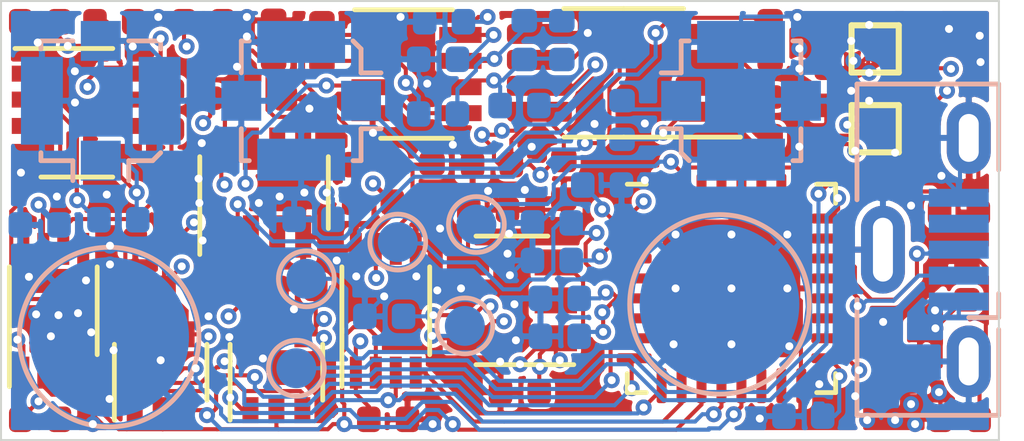
<source format=kicad_pcb>
(kicad_pcb (version 20171130) (host pcbnew "(5.1.5-0-10_14)")
  (layers (0 F.Cu signal) (1 In1.Cu power hide) (2 In2.Cu power hide) (31 B.Cu signal hide) (34 B.Paste user hide) (35 F.Paste user hide) (36 B.SilkS user hide) (37 F.SilkS user hide) (38 B.Mask user hide) (39 F.Mask user hide) (44 Edge.Cuts user))
  (net 0 "")
  (net 1 +3V3)
  (net 2 GND)
  (net 3 VBUS)
  (net 4 "Net-(C6-Pad1)")
  (net 5 "Net-(C12-Pad1)")
  (net 6 +3.3VA)
  (net 7 "Net-(C20-Pad2)")
  (net 8 "Net-(C20-Pad1)")
  (net 9 "Net-(C22-Pad1)")
  (net 10 "Net-(C24-Pad1)")
  (net 11 /USB_DP)
  (net 12 "Net-(J1-Pad4)")
  (net 13 /USB_DM)
  (net 14 /SIGNAL_P)
  (net 15 /SIGNAL_N)
  (net 16 /DRIVE)
  (net 17 "Net-(R1-Pad1)")
  (net 18 "Net-(R1-Pad2)")
  (net 19 "Net-(R2-Pad1)")
  (net 20 "Net-(R3-Pad2)")
  (net 21 "Net-(R6-Pad1)")
  (net 22 "Net-(R7-Pad2)")
  (net 23 "Net-(R10-Pad2)")
  (net 24 "Net-(R10-Pad1)")
  (net 25 "Net-(R11-Pad2)")
  (net 26 "Net-(U3-Pad2)")
  (net 27 "Net-(U3-Pad3)")
  (net 28 "Net-(U3-Pad6)")
  (net 29 /ADC2_CS)
  (net 30 /ADC1_CS)
  (net 31 /DAC2_CS)
  (net 32 /DAC1_CS)
  (net 33 /SPI1_SCK)
  (net 34 /SPI1_MISO)
  (net 35 /SPI1_MOSI)
  (net 36 "Net-(U3-Pad14)")
  (net 37 "Net-(U3-Pad15)")
  (net 38 "Net-(U3-Pad18)")
  (net 39 "Net-(U3-Pad19)")
  (net 40 "Net-(U3-Pad20)")
  (net 41 "Net-(U3-Pad25)")
  (net 42 "Net-(U3-Pad26)")
  (net 43 "Net-(U3-Pad27)")
  (net 44 "Net-(U3-Pad28)")
  (net 45 "Net-(U3-Pad29)")
  (net 46 "Net-(U3-Pad30)")
  (net 47 "Net-(U11-Pad6)")
  (net 48 /Vmid)
  (net 49 /Vref)
  (net 50 "Net-(U6-Pad3)")
  (net 51 "Net-(C35-Pad1)")
  (net 52 /NRST)
  (net 53 /BOOT)
  (net 54 /SWDIO)
  (net 55 /SWDCLK)
  (net 56 +4V5)
  (module TestPoint:TestPoint_Pad_D1.0mm (layer B.Cu) (at 119.4 76.2)
    (fp_text reference TP3 hide)
    (fp_text value TestPoint)
    (pad 1 smd circle (at 0 0) (size 1 1) (layers B.Cu B.Mask) (net 55 /SWDCLK))
  )
  (module Package_TO_SOT_SMD:SOT-363_SC-70-6 (layer F.Cu) (at 118.9 76.3 90)
    (fp_text reference U8 hide)
    (fp_text value DAC7311IDCKR)
    (pad 1 smd rect (at -0.95 -0.65 90) (size 0.65 0.4) (layers F.Cu F.Paste F.Mask) (net 32 /DAC1_CS))
    (pad 3 smd rect (at -0.95 0.65 90) (size 0.65 0.4) (layers F.Cu F.Paste F.Mask) (net 35 /SPI1_MOSI))
    (pad 5 smd rect (at 0.95 0 90) (size 0.65 0.4) (layers F.Cu F.Paste F.Mask) (net 2 GND))
    (pad 2 smd rect (at -0.95 0 90) (size 0.65 0.4) (layers F.Cu F.Paste F.Mask) (net 33 /SPI1_SCK))
    (pad 4 smd rect (at 0.95 0.65 90) (size 0.65 0.4) (layers F.Cu F.Paste F.Mask) (net 6 +3.3VA))
    (pad 6 smd rect (at 0.95 -0.65 90) (size 0.65 0.4) (layers F.Cu F.Paste F.Mask) (net 50 "Net-(U6-Pad3)"))
  )
  (module Connector_USB:USB_Micro-B_Molex-105133-0001 (layer B.Cu) (at 135.17 73.23 90)
    (fp_text reference J1 hide)
    (fp_text value USB_B_Micro)
    (pad 3 smd rect (at 0 0.825 90) (size 0.45 1.5) (layers B.Cu B.Paste B.Mask) (net 11 /USB_DP))
    (pad 4 smd rect (at 0.65 0.825 90) (size 0.45 1.5) (layers B.Cu B.Paste B.Mask) (net 12 "Net-(J1-Pad4)"))
    (pad 2 smd rect (at -0.65 0.825 90) (size 0.45 1.5) (layers B.Cu B.Paste B.Mask) (net 13 /USB_DM))
    (pad 5 smd rect (at 1.3 0.825 90) (size 0.45 1.5) (layers B.Cu B.Paste B.Mask) (net 2 GND))
    (pad 1 smd rect (at -1.3 0.825 90) (size 0.45 1.5) (layers B.Cu B.Paste B.Mask) (net 4 "Net-(C6-Pad1)"))
    (pad 6 thru_hole oval (at -2.8 1.075 90) (size 1.8 1.1) (drill oval 1.2 0.5) (layers *.Cu *.Mask) (net 2 GND))
    (pad 6 thru_hole oval (at 2.8 1.075 90) (size 1.8 1.1) (drill oval 1.2 0.5) (layers *.Cu *.Mask) (net 2 GND))
    (pad 6 thru_hole oval (at 0 -1.075 90) (size 2.2 1.1) (drill oval 1.6 0.5) (layers *.Cu *.Mask) (net 2 GND))
  )
  (module Resistor_SMD:R_0402_1005Metric (layer B.Cu) (at 127.56 69.98 90)
    (fp_text reference R2 hide)
    (fp_text value 47k)
    (pad 2 smd roundrect (at 0.485 0 90) (size 0.59 0.64) (layers B.Cu B.Paste B.Mask) (net 14 /SIGNAL_P))
    (pad 1 smd roundrect (at -0.485 0 90) (size 0.59 0.64) (layers B.Cu B.Paste B.Mask) (net 19 "Net-(R2-Pad1)"))
  )
  (module Package_SO:MSOP-8_3x3mm_P0.65mm (layer F.Cu) (at 127.6 68.8 180)
    (fp_text reference U4 hide)
    (fp_text value AD8226ARMZ)
    (pad 1 smd roundrect (at -2.1125 -0.975 180) (size 1.625 0.5) (layers F.Cu F.Paste F.Mask) (net 19 "Net-(R2-Pad1)"))
    (pad 2 smd roundrect (at -2.1125 -0.325 180) (size 1.625 0.5) (layers F.Cu F.Paste F.Mask) (net 17 "Net-(R1-Pad1)"))
    (pad 3 smd roundrect (at -2.1125 0.325 180) (size 1.625 0.5) (layers F.Cu F.Paste F.Mask) (net 18 "Net-(R1-Pad2)"))
    (pad 4 smd roundrect (at -2.1125 0.975 180) (size 1.625 0.5) (layers F.Cu F.Paste F.Mask) (net 20 "Net-(R3-Pad2)"))
    (pad 5 smd roundrect (at 2.1125 0.975 180) (size 1.625 0.5) (layers F.Cu F.Paste F.Mask) (net 2 GND))
    (pad 6 smd roundrect (at 2.1125 0.325 180) (size 1.625 0.5) (layers F.Cu F.Paste F.Mask) (net 49 /Vref))
    (pad 7 smd roundrect (at 2.1125 -0.325 180) (size 1.625 0.5) (layers F.Cu F.Paste F.Mask) (net 22 "Net-(R7-Pad2)"))
    (pad 8 smd roundrect (at 2.1125 -0.975 180) (size 1.625 0.5) (layers F.Cu F.Paste F.Mask) (net 56 +4V5))
  )
  (module Package_SO:VSSOP-8_2.3x2mm_P0.5mm (layer F.Cu) (at 121.64 74.76 90)
    (fp_text reference U10 hide)
    (fp_text value ADS7042xDCU)
    (pad 8 smd rect (at 1.55 -0.75) (size 0.3 0.8) (layers F.Cu F.Paste F.Mask) (net 2 GND))
    (pad 7 smd rect (at 1.55 -0.25) (size 0.3 0.8) (layers F.Cu F.Paste F.Mask) (net 6 +3.3VA))
    (pad 6 smd rect (at 1.55 0.25) (size 0.3 0.8) (layers F.Cu F.Paste F.Mask) (net 10 "Net-(C24-Pad1)"))
    (pad 5 smd rect (at 1.55 0.75) (size 0.3 0.8) (layers F.Cu F.Paste F.Mask) (net 2 GND))
    (pad 4 smd rect (at -1.55 0.75) (size 0.3 0.8) (layers F.Cu F.Paste F.Mask) (net 30 /ADC1_CS))
    (pad 3 smd rect (at -1.55 0.25) (size 0.3 0.8) (layers F.Cu F.Paste F.Mask) (net 34 /SPI1_MISO))
    (pad 2 smd rect (at -1.55 -0.25) (size 0.3 0.8) (layers F.Cu F.Paste F.Mask) (net 33 /SPI1_SCK))
    (pad 1 smd rect (at -1.55 -0.75) (size 0.3 0.8) (layers F.Cu F.Paste F.Mask) (net 1 +3V3))
  )
  (module Capacitor_SMD:C_0402_1005Metric (layer F.Cu) (at 115.6 74.2 180)
    (fp_text reference C33 hide)
    (fp_text value 100nF)
    (pad 1 smd roundrect (at -0.485 0 180) (size 0.59 0.64) (layers F.Cu F.Paste F.Mask) (net 6 +3.3VA))
    (pad 2 smd roundrect (at 0.485 0 180) (size 0.59 0.64) (layers F.Cu F.Paste F.Mask) (net 2 GND))
  )
  (module Capacitor_SMD:C_0402_1005Metric (layer F.Cu) (at 135.1 68.2 90)
    (fp_text reference C2 hide)
    (fp_text value 1uF)
    (pad 1 smd roundrect (at -0.485 0 90) (size 0.59 0.64) (layers F.Cu F.Paste F.Mask) (net 3 VBUS))
    (pad 2 smd roundrect (at 0.485 0 90) (size 0.59 0.64) (layers F.Cu F.Paste F.Mask) (net 2 GND))
  )
  (module Capacitor_SMD:C_0402_1005Metric (layer F.Cu) (at 125 76.8 180)
    (fp_text reference C3 hide)
    (fp_text value 1uF)
    (pad 2 smd roundrect (at 0.485 0 180) (size 0.59 0.64) (layers F.Cu F.Paste F.Mask) (net 2 GND))
    (pad 1 smd roundrect (at -0.485 0 180) (size 0.59 0.64) (layers F.Cu F.Paste F.Mask) (net 3 VBUS))
  )
  (module Capacitor_SMD:C_0402_1005Metric (layer B.Cu) (at 132.1 77.4 180)
    (fp_text reference C4 hide)
    (fp_text value 100nF)
    (pad 2 smd roundrect (at 0.485 0 180) (size 0.59 0.64) (layers B.Cu B.Paste B.Mask) (net 2 GND))
    (pad 1 smd roundrect (at -0.485 0 180) (size 0.59 0.64) (layers B.Cu B.Paste B.Mask) (net 1 +3V3))
  )
  (module Capacitor_SMD:C_0402_1005Metric (layer F.Cu) (at 136.2 74 90)
    (fp_text reference C6 hide)
    (fp_text value 10nF)
    (pad 1 smd roundrect (at -0.485 0 90) (size 0.59 0.64) (layers F.Cu F.Paste F.Mask) (net 4 "Net-(C6-Pad1)"))
    (pad 2 smd roundrect (at 0.485 0 90) (size 0.59 0.64) (layers F.Cu F.Paste F.Mask) (net 2 GND))
  )
  (module Capacitor_SMD:C_0402_1005Metric (layer B.Cu) (at 126 75.4 180)
    (fp_text reference C7 hide)
    (fp_text value 1uF)
    (pad 1 smd roundrect (at -0.485 0 180) (size 0.59 0.64) (layers B.Cu B.Paste B.Mask) (net 1 +3V3))
    (pad 2 smd roundrect (at 0.485 0 180) (size 0.59 0.64) (layers B.Cu B.Paste B.Mask) (net 2 GND))
  )
  (module Capacitor_SMD:C_0402_1005Metric (layer F.Cu) (at 136.02 77.48)
    (fp_text reference C8 hide)
    (fp_text value 100nF)
    (pad 2 smd roundrect (at 0.485 0) (size 0.59 0.64) (layers F.Cu F.Paste F.Mask) (net 2 GND))
    (pad 1 smd roundrect (at -0.485 0) (size 0.59 0.64) (layers F.Cu F.Paste F.Mask) (net 3 VBUS))
  )
  (module Capacitor_SMD:C_0402_1005Metric (layer B.Cu) (at 126 74.45 180)
    (fp_text reference C9 hide)
    (fp_text value 10nF)
    (pad 2 smd roundrect (at 0.485 0 180) (size 0.59 0.64) (layers B.Cu B.Paste B.Mask) (net 2 GND))
    (pad 1 smd roundrect (at -0.485 0 180) (size 0.59 0.64) (layers B.Cu B.Paste B.Mask) (net 1 +3V3))
  )
  (module Capacitor_SMD:C_0402_1005Metric (layer F.Cu) (at 134.1 76.3 90)
    (fp_text reference C10 hide)
    (fp_text value 4.7uF)
    (pad 1 smd roundrect (at -0.485 0 90) (size 0.59 0.64) (layers F.Cu F.Paste F.Mask) (net 3 VBUS))
    (pad 2 smd roundrect (at 0.485 0 90) (size 0.59 0.64) (layers F.Cu F.Paste F.Mask) (net 2 GND))
  )
  (module Capacitor_SMD:C_0402_1005Metric (layer F.Cu) (at 124.205 72.23)
    (fp_text reference C12 hide)
    (fp_text value 100pF)
    (pad 1 smd roundrect (at -0.485 0) (size 0.59 0.64) (layers F.Cu F.Paste F.Mask) (net 5 "Net-(C12-Pad1)"))
    (pad 2 smd roundrect (at 0.485 0) (size 0.59 0.64) (layers F.Cu F.Paste F.Mask) (net 2 GND))
  )
  (module Capacitor_SMD:C_0402_1005Metric (layer F.Cu) (at 132.7 68.2 90)
    (fp_text reference C13 hide)
    (fp_text value 1uF)
    (pad 2 smd roundrect (at 0.485 0 90) (size 0.59 0.64) (layers F.Cu F.Paste F.Mask) (net 2 GND))
    (pad 1 smd roundrect (at -0.485 0 90) (size 0.59 0.64) (layers F.Cu F.Paste F.Mask) (net 6 +3.3VA))
  )
  (module Capacitor_SMD:C_0402_1005Metric (layer F.Cu) (at 124.3 71.1 180)
    (fp_text reference C15 hide)
    (fp_text value 100nF)
    (pad 1 smd roundrect (at -0.485 0 180) (size 0.59 0.64) (layers F.Cu F.Paste F.Mask) (net 56 +4V5))
    (pad 2 smd roundrect (at 0.485 0 180) (size 0.59 0.64) (layers F.Cu F.Paste F.Mask) (net 2 GND))
  )
  (module Capacitor_SMD:C_0402_1005Metric (layer F.Cu) (at 126.1 71.48 270)
    (fp_text reference C16 hide)
    (fp_text value 10uF)
    (pad 2 smd roundrect (at 0.485 0 270) (size 0.59 0.64) (layers F.Cu F.Paste F.Mask) (net 2 GND))
    (pad 1 smd roundrect (at -0.485 0 270) (size 0.59 0.64) (layers F.Cu F.Paste F.Mask) (net 56 +4V5))
  )
  (module Capacitor_SMD:C_0402_1005Metric (layer F.Cu) (at 112.98 67.52 180)
    (fp_text reference C17 hide)
    (fp_text value 1uF)
    (pad 1 smd roundrect (at -0.485 0 180) (size 0.59 0.64) (layers F.Cu F.Paste F.Mask) (net 6 +3.3VA))
    (pad 2 smd roundrect (at 0.485 0 180) (size 0.59 0.64) (layers F.Cu F.Paste F.Mask) (net 2 GND))
  )
  (module Capacitor_SMD:C_0402_1005Metric (layer B.Cu) (at 122.95 68.46 180)
    (fp_text reference C18 hide)
    (fp_text value 1uF)
    (pad 2 smd roundrect (at 0.485 0 180) (size 0.59 0.64) (layers B.Cu B.Paste B.Mask) (net 2 GND))
    (pad 1 smd roundrect (at -0.485 0 180) (size 0.59 0.64) (layers B.Cu B.Paste B.Mask) (net 6 +3.3VA))
  )
  (module Capacitor_SMD:C_0402_1005Metric (layer F.Cu) (at 114.84 67.52)
    (fp_text reference C19 hide)
    (fp_text value 100nF)
    (pad 2 smd roundrect (at 0.485 0) (size 0.59 0.64) (layers F.Cu F.Paste F.Mask) (net 2 GND))
    (pad 1 smd roundrect (at -0.485 0) (size 0.59 0.64) (layers F.Cu F.Paste F.Mask) (net 6 +3.3VA))
  )
  (module Capacitor_SMD:C_0402_1005Metric (layer B.Cu) (at 126.05 67.98 270)
    (fp_text reference C20 hide)
    (fp_text value 560pF)
    (pad 2 smd roundrect (at 0.485 0 270) (size 0.59 0.64) (layers B.Cu B.Paste B.Mask) (net 7 "Net-(C20-Pad2)"))
    (pad 1 smd roundrect (at -0.485 0 270) (size 0.59 0.64) (layers B.Cu B.Paste B.Mask) (net 8 "Net-(C20-Pad1)"))
  )
  (module Capacitor_SMD:C_0402_1005Metric (layer B.Cu) (at 123.1 67.52 180)
    (fp_text reference C21 hide)
    (fp_text value 100nF)
    (pad 1 smd roundrect (at -0.485 0 180) (size 0.59 0.64) (layers B.Cu B.Paste B.Mask) (net 6 +3.3VA))
    (pad 2 smd roundrect (at 0.485 0 180) (size 0.59 0.64) (layers B.Cu B.Paste B.Mask) (net 2 GND))
  )
  (module Capacitor_SMD:C_0402_1005Metric (layer F.Cu) (at 116.3 71.6 270)
    (fp_text reference C22 hide)
    (fp_text value C)
    (pad 2 smd roundrect (at 0.485 0 270) (size 0.59 0.64) (layers F.Cu F.Paste F.Mask) (net 2 GND))
    (pad 1 smd roundrect (at -0.485 0 270) (size 0.59 0.64) (layers F.Cu F.Paste F.Mask) (net 9 "Net-(C22-Pad1)"))
  )
  (module Capacitor_SMD:C_0402_1005Metric (layer F.Cu) (at 117.24 68.95 90)
    (fp_text reference C23 hide)
    (fp_text value 1uF)
    (pad 2 smd roundrect (at 0.485 0 90) (size 0.59 0.64) (layers F.Cu F.Paste F.Mask) (net 2 GND))
    (pad 1 smd roundrect (at -0.485 0 90) (size 0.59 0.64) (layers F.Cu F.Paste F.Mask) (net 6 +3.3VA))
  )
  (module Capacitor_SMD:C_0402_1005Metric (layer F.Cu) (at 122.8 71.56 270)
    (fp_text reference C24 hide)
    (fp_text value C)
    (pad 2 smd roundrect (at 0.485 0 270) (size 0.59 0.64) (layers F.Cu F.Paste F.Mask) (net 2 GND))
    (pad 1 smd roundrect (at -0.485 0 270) (size 0.59 0.64) (layers F.Cu F.Paste F.Mask) (net 10 "Net-(C24-Pad1)"))
  )
  (module Capacitor_SMD:C_0402_1005Metric (layer F.Cu) (at 118.64 69.43)
    (fp_text reference C25 hide)
    (fp_text value 100nF)
    (pad 2 smd roundrect (at 0.485 0) (size 0.59 0.64) (layers F.Cu F.Paste F.Mask) (net 2 GND))
    (pad 1 smd roundrect (at -0.485 0) (size 0.59 0.64) (layers F.Cu F.Paste F.Mask) (net 6 +3.3VA))
  )
  (module Capacitor_SMD:C_0402_1005Metric (layer B.Cu) (at 112.97 72.61 180)
    (fp_text reference C27 hide)
    (fp_text value 1uF)
    (pad 1 smd roundrect (at -0.485 0 180) (size 0.59 0.64) (layers B.Cu B.Paste B.Mask) (net 6 +3.3VA))
    (pad 2 smd roundrect (at 0.485 0 180) (size 0.59 0.64) (layers B.Cu B.Paste B.Mask) (net 2 GND))
  )
  (module Capacitor_SMD:C_0402_1005Metric (layer F.Cu) (at 112.98 77.48)
    (fp_text reference C28 hide)
    (fp_text value 1uF)
    (pad 2 smd roundrect (at 0.485 0) (size 0.59 0.64) (layers F.Cu F.Paste F.Mask) (net 2 GND))
    (pad 1 smd roundrect (at -0.485 0) (size 0.59 0.64) (layers F.Cu F.Paste F.Mask) (net 1 +3V3))
  )
  (module Capacitor_SMD:C_0402_1005Metric (layer F.Cu) (at 117.485 74.2 180)
    (fp_text reference C29 hide)
    (fp_text value 1uF)
    (pad 2 smd roundrect (at 0.485 0 180) (size 0.59 0.64) (layers F.Cu F.Paste F.Mask) (net 2 GND))
    (pad 1 smd roundrect (at -0.485 0 180) (size 0.59 0.64) (layers F.Cu F.Paste F.Mask) (net 6 +3.3VA))
  )
  (module Capacitor_SMD:C_0402_1005Metric (layer F.Cu) (at 115.85 73 180)
    (fp_text reference C30 hide)
    (fp_text value 1uF)
    (pad 2 smd roundrect (at 0.485 0 180) (size 0.59 0.64) (layers F.Cu F.Paste F.Mask) (net 2 GND))
    (pad 1 smd roundrect (at -0.485 0 180) (size 0.59 0.64) (layers F.Cu F.Paste F.Mask) (net 6 +3.3VA))
  )
  (module Capacitor_SMD:C_0402_1005Metric (layer F.Cu) (at 121.32 72.04 180)
    (fp_text reference C31 hide)
    (fp_text value 1uF)
    (pad 2 smd roundrect (at 0.485 0 180) (size 0.59 0.64) (layers F.Cu F.Paste F.Mask) (net 2 GND))
    (pad 1 smd roundrect (at -0.485 0 180) (size 0.59 0.64) (layers F.Cu F.Paste F.Mask) (net 6 +3.3VA))
  )
  (module Capacitor_SMD:C_0402_1005Metric (layer F.Cu) (at 119.4 74.2 180)
    (fp_text reference C32 hide)
    (fp_text value 100nF)
    (pad 1 smd roundrect (at -0.485 0 180) (size 0.59 0.64) (layers F.Cu F.Paste F.Mask) (net 6 +3.3VA))
    (pad 2 smd roundrect (at 0.485 0 180) (size 0.59 0.64) (layers F.Cu F.Paste F.Mask) (net 2 GND))
  )
  (module Capacitor_SMD:C_0402_1005Metric (layer F.Cu) (at 121.7 77.48)
    (fp_text reference C34 hide)
    (fp_text value 1uF)
    (pad 2 smd roundrect (at 0.485 0) (size 0.59 0.64) (layers F.Cu F.Paste F.Mask) (net 2 GND))
    (pad 1 smd roundrect (at -0.485 0) (size 0.59 0.64) (layers F.Cu F.Paste F.Mask) (net 1 +3V3))
  )
  (module Connector_Coaxial:U.FL_Molex_MCRF_73412-0110_Vertical (layer B.Cu) (at 130.54 69.5 90)
    (fp_text reference J2 hide)
    (fp_text value Conn_Coaxial)
    (pad 1 smd rect (at 0 -1.5 90) (size 1 1) (layers B.Cu B.Paste B.Mask) (net 14 /SIGNAL_P))
    (pad 2 smd rect (at 0 1.5 90) (size 1 1) (layers B.Cu B.Paste B.Mask) (net 2 GND))
    (pad 2 smd rect (at 1.475 0 90) (size 1.05 2.2) (layers B.Cu B.Paste B.Mask) (net 2 GND))
    (pad 2 smd rect (at -1.475 0 90) (size 1.05 2.2) (layers B.Cu B.Paste B.Mask) (net 2 GND))
  )
  (module Connector_Coaxial:U.FL_Molex_MCRF_73412-0110_Vertical (layer B.Cu) (at 119.52 69.5 270)
    (fp_text reference J3 hide)
    (fp_text value Conn_Coaxial)
    (pad 2 smd rect (at -1.475 0 270) (size 1.05 2.2) (layers B.Cu B.Paste B.Mask) (net 2 GND))
    (pad 2 smd rect (at 1.475 0 270) (size 1.05 2.2) (layers B.Cu B.Paste B.Mask) (net 2 GND))
    (pad 2 smd rect (at 0 1.5 270) (size 1 1) (layers B.Cu B.Paste B.Mask) (net 2 GND))
    (pad 1 smd rect (at 0 -1.5 270) (size 1 1) (layers B.Cu B.Paste B.Mask) (net 15 /SIGNAL_N))
  )
  (module Connector_Coaxial:U.FL_Molex_MCRF_73412-0110_Vertical (layer B.Cu) (at 114.5 69.5 180)
    (fp_text reference J4 hide)
    (fp_text value Conn_Coaxial)
    (pad 2 smd rect (at -1.475 0 180) (size 1.05 2.2) (layers B.Cu B.Paste B.Mask) (net 2 GND))
    (pad 2 smd rect (at 1.475 0 180) (size 1.05 2.2) (layers B.Cu B.Paste B.Mask) (net 2 GND))
    (pad 2 smd rect (at 0 1.5 180) (size 1 1) (layers B.Cu B.Paste B.Mask) (net 2 GND))
    (pad 1 smd rect (at 0 -1.5 180) (size 1 1) (layers B.Cu B.Paste B.Mask) (net 16 /DRIVE))
  )
  (module Inductor_SMD:L_0201_0603Metric (layer F.Cu) (at 135 76.2 270)
    (fp_text reference L1 hide)
    (fp_text value L)
    (pad 2 smd roundrect (at 0.32 0 270) (size 0.46 0.4) (layers F.Cu F.Mask) (net 3 VBUS))
    (pad 1 smd roundrect (at -0.32 0 270) (size 0.46 0.4) (layers F.Cu F.Mask) (net 4 "Net-(C6-Pad1)"))
  )
  (module Resistor_SMD:R_0402_1005Metric (layer F.Cu) (at 131.27 69.89 90)
    (fp_text reference R1 hide)
    (fp_text value 750R)
    (pad 1 smd roundrect (at -0.485 0 90) (size 0.59 0.64) (layers F.Cu F.Paste F.Mask) (net 17 "Net-(R1-Pad1)"))
    (pad 2 smd roundrect (at 0.485 0 90) (size 0.59 0.64) (layers F.Cu F.Paste F.Mask) (net 18 "Net-(R1-Pad2)"))
  )
  (module Resistor_SMD:R_0402_1005Metric (layer F.Cu) (at 131.27 67.98 270)
    (fp_text reference R3 hide)
    (fp_text value 47k)
    (pad 1 smd roundrect (at -0.485 0 270) (size 0.59 0.64) (layers F.Cu F.Paste F.Mask) (net 15 /SIGNAL_N))
    (pad 2 smd roundrect (at 0.485 0 270) (size 0.59 0.64) (layers F.Cu F.Paste F.Mask) (net 20 "Net-(R3-Pad2)"))
  )
  (module Resistor_SMD:R_0402_1005Metric (layer F.Cu) (at 117.07 67.52)
    (fp_text reference R4 hide)
    (fp_text value 10k)
    (pad 2 smd roundrect (at 0.485 0) (size 0.59 0.64) (layers F.Cu F.Paste F.Mask) (net 51 "Net-(C35-Pad1)"))
    (pad 1 smd roundrect (at -0.485 0) (size 0.59 0.64) (layers F.Cu F.Paste F.Mask) (net 6 +3.3VA))
  )
  (module Resistor_SMD:R_0402_1005Metric (layer F.Cu) (at 118.83 67.97 90)
    (fp_text reference R5 hide)
    (fp_text value 10k)
    (pad 2 smd roundrect (at 0.485 0 90) (size 0.59 0.64) (layers F.Cu F.Paste F.Mask) (net 2 GND))
    (pad 1 smd roundrect (at -0.485 0 90) (size 0.59 0.64) (layers F.Cu F.Paste F.Mask) (net 51 "Net-(C35-Pad1)"))
  )
  (module Resistor_SMD:R_0402_1005Metric (layer B.Cu) (at 114.94 72.48)
    (fp_text reference R6 hide)
    (fp_text value 1M)
    (pad 2 smd roundrect (at 0.485 0) (size 0.59 0.64) (layers B.Cu B.Paste B.Mask) (net 16 /DRIVE))
    (pad 1 smd roundrect (at -0.485 0) (size 0.59 0.64) (layers B.Cu B.Paste B.Mask) (net 21 "Net-(R6-Pad1)"))
  )
  (module Resistor_SMD:R_0402_1005Metric (layer B.Cu) (at 124.99 69.62)
    (fp_text reference R7 hide)
    (fp_text value 100k)
    (pad 2 smd roundrect (at 0.485 0) (size 0.59 0.64) (layers B.Cu B.Paste B.Mask) (net 22 "Net-(R7-Pad2)"))
    (pad 1 smd roundrect (at -0.485 0) (size 0.59 0.64) (layers B.Cu B.Paste B.Mask) (net 7 "Net-(C20-Pad2)"))
  )
  (module Resistor_SMD:R_0402_1005Metric (layer B.Cu) (at 125.11 67.98 270)
    (fp_text reference R8 hide)
    (fp_text value 2.2M)
    (pad 1 smd roundrect (at -0.485 0 270) (size 0.59 0.64) (layers B.Cu B.Paste B.Mask) (net 8 "Net-(C20-Pad1)"))
    (pad 2 smd roundrect (at 0.485 0 270) (size 0.59 0.64) (layers B.Cu B.Paste B.Mask) (net 7 "Net-(C20-Pad2)"))
  )
  (module Resistor_SMD:R_0402_1005Metric (layer B.Cu) (at 122.95 69.83)
    (fp_text reference R9 hide)
    (fp_text value 10k)
    (pad 1 smd roundrect (at -0.485 0) (size 0.59 0.64) (layers B.Cu B.Paste B.Mask) (net 23 "Net-(R10-Pad2)"))
    (pad 2 smd roundrect (at 0.485 0) (size 0.59 0.64) (layers B.Cu B.Paste B.Mask) (net 8 "Net-(C20-Pad1)"))
  )
  (module Resistor_SMD:R_0402_1005Metric (layer F.Cu) (at 120.04 68.03 270)
    (fp_text reference R10 hide)
    (fp_text value 15k)
    (pad 2 smd roundrect (at 0.485 0 270) (size 0.59 0.64) (layers F.Cu F.Paste F.Mask) (net 23 "Net-(R10-Pad2)"))
    (pad 1 smd roundrect (at -0.485 0 270) (size 0.59 0.64) (layers F.Cu F.Paste F.Mask) (net 24 "Net-(R10-Pad1)"))
  )
  (module Resistor_SMD:R_0402_1005Metric (layer F.Cu) (at 116.27 69.73 90)
    (fp_text reference R11 hide)
    (fp_text value R)
    (pad 2 smd roundrect (at 0.485 0 90) (size 0.59 0.64) (layers F.Cu F.Paste F.Mask) (net 25 "Net-(R11-Pad2)"))
    (pad 1 smd roundrect (at -0.485 0 90) (size 0.59 0.64) (layers F.Cu F.Paste F.Mask) (net 9 "Net-(C22-Pad1)"))
  )
  (module Resistor_SMD:R_0402_1005Metric (layer F.Cu) (at 121.32 71.1 180)
    (fp_text reference R12 hide)
    (fp_text value R)
    (pad 1 smd roundrect (at -0.485 0 180) (size 0.59 0.64) (layers F.Cu F.Paste F.Mask) (net 10 "Net-(C24-Pad1)"))
    (pad 2 smd roundrect (at 0.485 0 180) (size 0.59 0.64) (layers F.Cu F.Paste F.Mask) (net 24 "Net-(R10-Pad1)"))
  )
  (module Package_TO_SOT_SMD:SOT-23-5 (layer F.Cu) (at 124.8 74.5 180)
    (fp_text reference U2 hide)
    (fp_text value AP2210K-3.3TRG1)
    (pad 1 smd rect (at -1.1 -0.95 180) (size 1.06 0.65) (layers F.Cu F.Paste F.Mask) (net 3 VBUS))
    (pad 2 smd rect (at -1.1 0 180) (size 1.06 0.65) (layers F.Cu F.Paste F.Mask) (net 2 GND))
    (pad 3 smd rect (at -1.1 0.95 180) (size 1.06 0.65) (layers F.Cu F.Paste F.Mask) (net 3 VBUS))
    (pad 4 smd rect (at 1.1 0.95 180) (size 1.06 0.65) (layers F.Cu F.Paste F.Mask) (net 5 "Net-(C12-Pad1)"))
    (pad 5 smd rect (at 1.1 -0.95 180) (size 1.06 0.65) (layers F.Cu F.Paste F.Mask) (net 1 +3V3))
  )
  (module Package_DFN_QFN:QFN-32-1EP_5x5mm_P0.5mm_EP3.45x3.45mm (layer F.Cu) (at 130.3 74.2)
    (fp_text reference U3 hide)
    (fp_text value STM32L412kx)
    (pad 33 smd roundrect (at 0 0) (size 3.45 3.45) (layers F.Cu F.Mask) (roundrect_rratio 0.072464) (net 2 GND))
    (pad 1 smd roundrect (at -2.4375 -1.75) (size 0.875 0.25) (layers F.Cu F.Paste F.Mask) (net 1 +3V3))
    (pad 2 smd roundrect (at -2.4375 -1.25) (size 0.875 0.25) (layers F.Cu F.Paste F.Mask) (net 26 "Net-(U3-Pad2)"))
    (pad 3 smd roundrect (at -2.4375 -0.75) (size 0.875 0.25) (layers F.Cu F.Paste F.Mask) (net 27 "Net-(U3-Pad3)"))
    (pad 4 smd roundrect (at -2.4375 -0.25) (size 0.875 0.25) (layers F.Cu F.Paste F.Mask) (net 52 /NRST))
    (pad 5 smd roundrect (at -2.4375 0.25) (size 0.875 0.25) (layers F.Cu F.Paste F.Mask) (net 1 +3V3))
    (pad 6 smd roundrect (at -2.4375 0.75) (size 0.875 0.25) (layers F.Cu F.Paste F.Mask) (net 28 "Net-(U3-Pad6)"))
    (pad 7 smd roundrect (at -2.4375 1.25) (size 0.875 0.25) (layers F.Cu F.Paste F.Mask) (net 31 /DAC2_CS))
    (pad 8 smd roundrect (at -2.4375 1.75) (size 0.875 0.25) (layers F.Cu F.Paste F.Mask) (net 29 /ADC2_CS))
    (pad 9 smd roundrect (at -1.75 2.4375) (size 0.25 0.875) (layers F.Cu F.Paste F.Mask) (net 32 /DAC1_CS))
    (pad 10 smd roundrect (at -1.25 2.4375) (size 0.25 0.875) (layers F.Cu F.Paste F.Mask) (net 30 /ADC1_CS))
    (pad 11 smd roundrect (at -0.75 2.4375) (size 0.25 0.875) (layers F.Cu F.Paste F.Mask) (net 33 /SPI1_SCK))
    (pad 12 smd roundrect (at -0.25 2.4375) (size 0.25 0.875) (layers F.Cu F.Paste F.Mask) (net 34 /SPI1_MISO))
    (pad 13 smd roundrect (at 0.25 2.4375) (size 0.25 0.875) (layers F.Cu F.Paste F.Mask) (net 35 /SPI1_MOSI))
    (pad 14 smd roundrect (at 0.75 2.4375) (size 0.25 0.875) (layers F.Cu F.Paste F.Mask) (net 36 "Net-(U3-Pad14)"))
    (pad 15 smd roundrect (at 1.25 2.4375) (size 0.25 0.875) (layers F.Cu F.Paste F.Mask) (net 37 "Net-(U3-Pad15)"))
    (pad 16 smd roundrect (at 1.75 2.4375) (size 0.25 0.875) (layers F.Cu F.Paste F.Mask) (net 2 GND))
    (pad 17 smd roundrect (at 2.4375 1.75) (size 0.875 0.25) (layers F.Cu F.Paste F.Mask) (net 1 +3V3))
    (pad 18 smd roundrect (at 2.4375 1.25) (size 0.875 0.25) (layers F.Cu F.Paste F.Mask) (net 38 "Net-(U3-Pad18)"))
    (pad 19 smd roundrect (at 2.4375 0.75) (size 0.875 0.25) (layers F.Cu F.Paste F.Mask) (net 39 "Net-(U3-Pad19)"))
    (pad 20 smd roundrect (at 2.4375 0.25) (size 0.875 0.25) (layers F.Cu F.Paste F.Mask) (net 40 "Net-(U3-Pad20)"))
    (pad 21 smd roundrect (at 2.4375 -0.25) (size 0.875 0.25) (layers F.Cu F.Paste F.Mask) (net 13 /USB_DM))
    (pad 22 smd roundrect (at 2.4375 -0.75) (size 0.875 0.25) (layers F.Cu F.Paste F.Mask) (net 11 /USB_DP))
    (pad 23 smd roundrect (at 2.4375 -1.25) (size 0.875 0.25) (layers F.Cu F.Paste F.Mask) (net 54 /SWDIO))
    (pad 24 smd roundrect (at 2.4375 -1.75) (size 0.875 0.25) (layers F.Cu F.Paste F.Mask) (net 55 /SWDCLK))
    (pad 25 smd roundrect (at 1.75 -2.4375) (size 0.25 0.875) (layers F.Cu F.Paste F.Mask) (net 41 "Net-(U3-Pad25)"))
    (pad 26 smd roundrect (at 1.25 -2.4375) (size 0.25 0.875) (layers F.Cu F.Paste F.Mask) (net 42 "Net-(U3-Pad26)"))
    (pad 27 smd roundrect (at 0.75 -2.4375) (size 0.25 0.875) (layers F.Cu F.Paste F.Mask) (net 43 "Net-(U3-Pad27)"))
    (pad 28 smd roundrect (at 0.25 -2.4375) (size 0.25 0.875) (layers F.Cu F.Paste F.Mask) (net 44 "Net-(U3-Pad28)"))
    (pad 29 smd roundrect (at -0.25 -2.4375) (size 0.25 0.875) (layers F.Cu F.Paste F.Mask) (net 45 "Net-(U3-Pad29)"))
    (pad 30 smd roundrect (at -0.75 -2.4375) (size 0.25 0.875) (layers F.Cu F.Paste F.Mask) (net 46 "Net-(U3-Pad30)"))
    (pad 31 smd roundrect (at -1.25 -2.4375) (size 0.25 0.875) (layers F.Cu F.Paste F.Mask) (net 53 /BOOT))
    (pad 32 smd roundrect (at -1.75 -2.4375) (size 0.25 0.875) (layers F.Cu F.Paste F.Mask) (net 2 GND))
  )
  (module Package_TO_SOT_SMD:SOT-23-8 (layer F.Cu) (at 118.59 71.8 90)
    (fp_text reference U6 hide)
    (fp_text value LMV358A)
    (pad 1 smd rect (at -1.1 -0.98 90) (size 1.06 0.4) (layers F.Cu F.Paste F.Mask) (net 49 /Vref))
    (pad 2 smd rect (at -1.1 -0.33 90) (size 1.06 0.4) (layers F.Cu F.Paste F.Mask) (net 49 /Vref))
    (pad 3 smd rect (at -1.1 0.33 90) (size 1.06 0.4) (layers F.Cu F.Paste F.Mask) (net 50 "Net-(U6-Pad3)"))
    (pad 4 smd rect (at -1.1 0.98 90) (size 1.06 0.4) (layers F.Cu F.Paste F.Mask) (net 2 GND))
    (pad 5 smd rect (at 1.1 0.98 90) (size 1.06 0.4) (layers F.Cu F.Paste F.Mask) (net 51 "Net-(C35-Pad1)"))
    (pad 6 smd rect (at 1.1 0.33 90) (size 1.06 0.4) (layers F.Cu F.Paste F.Mask) (net 48 /Vmid))
    (pad 7 smd rect (at 1.1 -0.33 90) (size 1.06 0.4) (layers F.Cu F.Paste F.Mask) (net 48 /Vmid))
    (pad 8 smd rect (at 1.1 -0.98 90) (size 1.06 0.4) (layers F.Cu F.Paste F.Mask) (net 6 +3.3VA))
  )
  (module Package_TO_SOT_SMD:SOT-23-8 (layer F.Cu) (at 122.41 68.83)
    (fp_text reference U7 hide)
    (fp_text value LMV358A)
    (pad 8 smd rect (at 1.1 -0.98) (size 1.06 0.4) (layers F.Cu F.Paste F.Mask) (net 6 +3.3VA))
    (pad 7 smd rect (at 1.1 -0.33) (size 1.06 0.4) (layers F.Cu F.Paste F.Mask) (net 8 "Net-(C20-Pad1)"))
    (pad 6 smd rect (at 1.1 0.33) (size 1.06 0.4) (layers F.Cu F.Paste F.Mask) (net 7 "Net-(C20-Pad2)"))
    (pad 5 smd rect (at 1.1 0.98) (size 1.06 0.4) (layers F.Cu F.Paste F.Mask) (net 48 /Vmid))
    (pad 4 smd rect (at -1.1 0.98) (size 1.06 0.4) (layers F.Cu F.Paste F.Mask) (net 2 GND))
    (pad 3 smd rect (at -1.1 0.33) (size 1.06 0.4) (layers F.Cu F.Paste F.Mask) (net 48 /Vmid))
    (pad 2 smd rect (at -1.1 -0.33) (size 1.06 0.4) (layers F.Cu F.Paste F.Mask) (net 23 "Net-(R10-Pad2)"))
    (pad 1 smd rect (at -1.1 -0.98) (size 1.06 0.4) (layers F.Cu F.Paste F.Mask) (net 24 "Net-(R10-Pad1)"))
  )
  (module Package_SO:VSSOP-8_2.3x2mm_P0.5mm (layer F.Cu) (at 113.31 74.76 90)
    (fp_text reference U9 hide)
    (fp_text value ADS7042xDCU)
    (pad 8 smd rect (at 1.55 -0.75) (size 0.3 0.8) (layers F.Cu F.Paste F.Mask) (net 2 GND))
    (pad 7 smd rect (at 1.55 -0.25) (size 0.3 0.8) (layers F.Cu F.Paste F.Mask) (net 6 +3.3VA))
    (pad 6 smd rect (at 1.55 0.25) (size 0.3 0.8) (layers F.Cu F.Paste F.Mask) (net 9 "Net-(C22-Pad1)"))
    (pad 5 smd rect (at 1.55 0.75) (size 0.3 0.8) (layers F.Cu F.Paste F.Mask) (net 2 GND))
    (pad 4 smd rect (at -1.55 0.75) (size 0.3 0.8) (layers F.Cu F.Paste F.Mask) (net 29 /ADC2_CS))
    (pad 3 smd rect (at -1.55 0.25) (size 0.3 0.8) (layers F.Cu F.Paste F.Mask) (net 34 /SPI1_MISO))
    (pad 2 smd rect (at -1.55 -0.25) (size 0.3 0.8) (layers F.Cu F.Paste F.Mask) (net 33 /SPI1_SCK))
    (pad 1 smd rect (at -1.55 -0.75) (size 0.3 0.8) (layers F.Cu F.Paste F.Mask) (net 1 +3V3))
  )
  (module Package_TO_SOT_SMD:SOT-363_SC-70-6 (layer F.Cu) (at 116 76.3 90)
    (fp_text reference U11 hide)
    (fp_text value DAC7311IDCKR)
    (pad 6 smd rect (at 0.95 -0.65 90) (size 0.65 0.4) (layers F.Cu F.Paste F.Mask) (net 47 "Net-(U11-Pad6)"))
    (pad 4 smd rect (at 0.95 0.65 90) (size 0.65 0.4) (layers F.Cu F.Paste F.Mask) (net 6 +3.3VA))
    (pad 2 smd rect (at -0.95 0 90) (size 0.65 0.4) (layers F.Cu F.Paste F.Mask) (net 33 /SPI1_SCK))
    (pad 5 smd rect (at 0.95 0 90) (size 0.65 0.4) (layers F.Cu F.Paste F.Mask) (net 2 GND))
    (pad 3 smd rect (at -0.95 0.65 90) (size 0.65 0.4) (layers F.Cu F.Paste F.Mask) (net 35 /SPI1_MOSI))
    (pad 1 smd rect (at -0.95 -0.65 90) (size 0.65 0.4) (layers F.Cu F.Paste F.Mask) (net 31 /DAC2_CS))
  )
  (module Capacitor_SMD:C_0402_1005Metric (layer B.Cu) (at 125.8 73.5 180)
    (fp_text reference C1 hide)
    (fp_text value 4.7uF)
    (pad 1 smd roundrect (at -0.485 0 180) (size 0.59 0.64) (layers B.Cu B.Paste B.Mask) (net 1 +3V3))
    (pad 2 smd roundrect (at 0.485 0 180) (size 0.59 0.64) (layers B.Cu B.Paste B.Mask) (net 2 GND))
  )
  (module Capacitor_SMD:C_0402_1005Metric (layer B.Cu) (at 127.06 71.61)
    (fp_text reference C5 hide)
    (fp_text value 100nF)
    (pad 1 smd roundrect (at -0.485 0) (size 0.59 0.64) (layers B.Cu B.Paste B.Mask) (net 1 +3V3))
    (pad 2 smd roundrect (at 0.485 0) (size 0.59 0.64) (layers B.Cu B.Paste B.Mask) (net 2 GND))
  )
  (module TestPoint:TestPoint_Pad_D4.0mm (layer B.Cu) (at 114.71 75.42)
    (fp_text reference H1 hide)
    (fp_text value MountingHole_Pad)
    (pad 1 smd circle (at 0 0) (size 4 4) (layers B.Cu B.Mask) (net 2 GND))
  )
  (module Capacitor_SMD:C_0402_1005Metric (layer B.Cu) (at 121.6 74.9 180)
    (fp_text reference C14 hide)
    (fp_text value 2.2uF)
    (pad 1 smd roundrect (at -0.485 0 180) (size 0.59 0.64) (layers B.Cu B.Paste B.Mask) (net 1 +3V3))
    (pad 2 smd roundrect (at 0.485 0 180) (size 0.59 0.64) (layers B.Cu B.Paste B.Mask) (net 2 GND))
  )
  (module TestPoint:TestPoint_Pad_D4.0mm (layer B.Cu) (at 130 74.6)
    (fp_text reference H2 hide)
    (fp_text value MountingHole_Pad)
    (pad 1 smd circle (at 0 0) (size 4 4) (layers B.Cu B.Mask) (net 2 GND))
  )
  (module Capacitor_SMD:C_0402_1005Metric (layer B.Cu) (at 125.8 72.56 180)
    (fp_text reference C26 hide)
    (fp_text value 100nF)
    (pad 1 smd roundrect (at -0.485 0 180) (size 0.59 0.64) (layers B.Cu B.Paste B.Mask) (net 52 /NRST))
    (pad 2 smd roundrect (at 0.485 0 180) (size 0.59 0.64) (layers B.Cu B.Paste B.Mask) (net 2 GND))
  )
  (module Resistor_SMD:R_0402_1005Metric (layer F.Cu) (at 136 72.3)
    (fp_text reference R13 hide)
    (fp_text value 10k)
    (pad 2 smd roundrect (at 0.485 0) (size 0.59 0.64) (layers F.Cu F.Paste F.Mask) (net 2 GND))
    (pad 1 smd roundrect (at -0.485 0) (size 0.59 0.64) (layers F.Cu F.Paste F.Mask) (net 53 /BOOT))
  )
  (module TestPoint:TestPoint_Pad_D1.0mm (layer B.Cu) (at 123.91 72.6)
    (fp_text reference TP1 hide)
    (fp_text value TestPoint)
    (pad 1 smd circle (at 0 0) (size 1 1) (layers B.Cu B.Mask) (net 53 /BOOT))
  )
  (module TestPoint:TestPoint_Pad_D1.0mm (layer B.Cu) (at 119.65 73.96)
    (fp_text reference TP2 hide)
    (fp_text value TestPoint)
    (pad 1 smd circle (at 0 0) (size 1 1) (layers B.Cu B.Mask) (net 54 /SWDIO))
  )
  (module TestPoint:TestPoint_Pad_D1.0mm (layer B.Cu) (at 121.94 73.04)
    (fp_text reference TP4 hide)
    (fp_text value TestPoint)
    (pad 1 smd circle (at 0 0) (size 1 1) (layers B.Cu B.Mask) (net 52 /NRST))
  )
  (module Capacitor_SMD:C_0402_1005Metric (layer B.Cu) (at 119.83 72.47 180)
    (fp_text reference C35 hide)
    (fp_text value 1uF)
    (pad 2 smd roundrect (at 0.485 0 180) (size 0.59 0.64) (layers B.Cu B.Paste B.Mask) (net 2 GND))
    (pad 1 smd roundrect (at -0.485 0 180) (size 0.59 0.64) (layers B.Cu B.Paste B.Mask) (net 51 "Net-(C35-Pad1)"))
  )
  (module TestPoint:TestPoint_Pad_D1.0mm (layer B.Cu) (at 123.62 75.14)
    (fp_text reference TP5 hide)
    (fp_text value TestPoint)
    (pad 1 smd circle (at 0 0) (size 1 1) (layers B.Cu B.Mask) (net 1 +3V3))
  )
  (module Capacitor_SMD:C_0402_1005Metric (layer F.Cu) (at 135.1 70.1 270)
    (fp_text reference C11 hide)
    (fp_text value 1uF)
    (pad 2 smd roundrect (at 0.485 0 270) (size 0.59 0.64) (layers F.Cu F.Paste F.Mask) (net 2 GND))
    (pad 1 smd roundrect (at -0.485 0 270) (size 0.59 0.64) (layers F.Cu F.Paste F.Mask) (net 3 VBUS))
  )
  (module Capacitor_SMD:C_0402_1005Metric (layer F.Cu) (at 132.7 70.1 90)
    (fp_text reference C36 hide)
    (fp_text value 1uF)
    (pad 1 smd roundrect (at -0.485 0 90) (size 0.59 0.64) (layers F.Cu F.Paste F.Mask) (net 56 +4V5))
    (pad 2 smd roundrect (at 0.485 0 90) (size 0.59 0.64) (layers F.Cu F.Paste F.Mask) (net 2 GND))
  )
  (module LP5907UVX:LP5907UVX-3.3_NOPB (layer F.Cu) (at 133.9 68.2 180)
    (fp_text reference U1 hide)
    (fp_text value LP5907UVX-3.3_NOPB hide)
    (pad A1 smd circle (at -0.175 -0.175 180) (size 0.18 0.18) (layers F.Cu F.Paste F.Mask) (net 3 VBUS))
    (pad A2 smd circle (at 0.175 -0.175 180) (size 0.18 0.18) (layers F.Cu F.Paste F.Mask) (net 6 +3.3VA))
    (pad B1 smd circle (at -0.175 0.175 180) (size 0.18 0.18) (layers F.Cu F.Paste F.Mask) (net 3 VBUS))
    (pad B2 smd circle (at 0.175 0.175 180) (size 0.18 0.18) (layers F.Cu F.Paste F.Mask) (net 2 GND))
  )
  (module Package_TO_SOT_SMD:SOT-23-8 (layer F.Cu) (at 113.9 69.8)
    (fp_text reference U5 hide)
    (fp_text value LMV358A)
    (pad 1 smd rect (at -1.1 -0.98) (size 1.06 0.4) (layers F.Cu F.Paste F.Mask) (net 21 "Net-(R6-Pad1)"))
    (pad 2 smd rect (at -1.1 -0.33) (size 1.06 0.4) (layers F.Cu F.Paste F.Mask) (net 21 "Net-(R6-Pad1)"))
    (pad 3 smd rect (at -1.1 0.33) (size 1.06 0.4) (layers F.Cu F.Paste F.Mask) (net 47 "Net-(U11-Pad6)"))
    (pad 4 smd rect (at -1.1 0.98) (size 1.06 0.4) (layers F.Cu F.Paste F.Mask) (net 2 GND))
    (pad 5 smd rect (at 1.1 0.98) (size 1.06 0.4) (layers F.Cu F.Paste F.Mask) (net 16 /DRIVE))
    (pad 6 smd rect (at 1.1 0.33) (size 1.06 0.4) (layers F.Cu F.Paste F.Mask) (net 25 "Net-(R11-Pad2)"))
    (pad 7 smd rect (at 1.1 -0.33) (size 1.06 0.4) (layers F.Cu F.Paste F.Mask) (net 25 "Net-(R11-Pad2)"))
    (pad 8 smd rect (at 1.1 -0.98) (size 1.06 0.4) (layers F.Cu F.Paste F.Mask) (net 6 +3.3VA))
  )
  (module LP5907UVX:LP5907UVX-4.5_NOPB (layer F.Cu) (at 133.9 70.2 180)
    (fp_text reference U12 hide)
    (fp_text value LP5907UVX-4.5_NOPB hide)
    (pad A1 smd circle (at -0.175 -0.175 180) (size 0.18 0.18) (layers F.Cu F.Paste F.Mask) (net 3 VBUS))
    (pad A2 smd circle (at 0.175 -0.175 180) (size 0.18 0.18) (layers F.Cu F.Paste F.Mask) (net 56 +4V5))
    (pad B1 smd circle (at -0.175 0.175 180) (size 0.18 0.18) (layers F.Cu F.Paste F.Mask) (net 3 VBUS))
    (pad B2 smd circle (at 0.175 0.175 180) (size 0.18 0.18) (layers F.Cu F.Paste F.Mask) (net 2 GND))
  )
  (gr_line (start 137 67) (end 112 67) (layer Edge.Cuts) (width 0.05))
  (gr_line (start 137 78) (end 137 67) (layer Edge.Cuts) (width 0.05))
  (gr_line (start 112 78) (end 137 78) (layer Edge.Cuts) (width 0.05))
  (gr_line (start 112 67) (end 112 78) (layer Edge.Cuts) (width 0.05))
  (segment (start 112.515 77.5) (end 112.515 77.485) (width 0.102) (layer F.Cu) (net 1))
  (segment (start 112.515 76.285) (end 112.55 76.25) (width 0.102) (layer F.Cu) (net 1))
  (segment (start 112.515 77.5) (end 112.515 76.285) (width 0.102) (layer F.Cu) (net 1))
  (via (at 112.94 77.03) (size 0.4) (drill 0.2) (layers F.Cu B.Cu) (net 1))
  (segment (start 112.495 77.475) (end 112.94 77.03) (width 0.102) (layer F.Cu) (net 1))
  (segment (start 112.495 77.48) (end 112.495 77.475) (width 0.102) (layer F.Cu) (net 1))
  (segment (start 120.89 75.61) (end 120.9 75.6) (width 0.102) (layer F.Cu) (net 1))
  (segment (start 120.89 76.31) (end 120.89 75.61) (width 0.102) (layer F.Cu) (net 1))
  (via (at 133.5 76.25) (size 0.4) (drill 0.2) (layers F.Cu B.Cu) (net 1))
  (segment (start 133.2 75.95) (end 133.5 76.25) (width 0.102) (layer F.Cu) (net 1))
  (segment (start 132.7375 75.95) (end 133.2 75.95) (width 0.102) (layer F.Cu) (net 1))
  (via (at 127 73.4) (size 0.4) (drill 0.2) (layers F.Cu B.Cu) (net 1))
  (segment (start 126.9 73.5) (end 127 73.4) (width 0.102) (layer B.Cu) (net 1))
  (segment (start 126.285 73.5) (end 126.9 73.5) (width 0.102) (layer B.Cu) (net 1))
  (segment (start 132.4 77.085) (end 132.585 77.085) (width 0.102) (layer B.Cu) (net 1))
  (segment (start 133 77.28) (end 133 76.4) (width 0.102) (layer B.Cu) (net 1))
  (via (at 133 76.4) (size 0.4) (drill 0.2) (layers F.Cu B.Cu) (net 1))
  (segment (start 132.88 77.4) (end 133 77.28) (width 0.102) (layer B.Cu) (net 1))
  (segment (start 132.585 77.4) (end 132.88 77.4) (width 0.102) (layer B.Cu) (net 1))
  (segment (start 133 76.2125) (end 132.7375 75.95) (width 0.102) (layer F.Cu) (net 1))
  (segment (start 133 76.4) (end 133 76.2125) (width 0.102) (layer F.Cu) (net 1))
  (segment (start 127 73.4) (end 127.27199 73.12801) (width 0.102) (layer F.Cu) (net 1))
  (segment (start 127.425 72.45) (end 127.8625 72.45) (width 0.102) (layer F.Cu) (net 1))
  (segment (start 127.27199 72.60301) (end 127.425 72.45) (width 0.102) (layer F.Cu) (net 1))
  (segment (start 127.27199 73.12801) (end 127.27199 72.60301) (width 0.102) (layer F.Cu) (net 1))
  (via (at 122.8 75.389909) (size 0.4) (drill 0.2) (layers F.Cu B.Cu) (net 1))
  (segment (start 122.860091 75.45) (end 122.8 75.389909) (width 0.102) (layer F.Cu) (net 1))
  (segment (start 123.7 75.45) (end 122.860091 75.45) (width 0.102) (layer F.Cu) (net 1))
  (via (at 124.6 75.025) (size 0.4) (drill 0.2) (layers F.Cu B.Cu) (net 1))
  (segment (start 124.598 75.023) (end 124.6 75.025) (width 0.102) (layer F.Cu) (net 1))
  (segment (start 124.332 75.023) (end 124.598 75.023) (width 0.102) (layer F.Cu) (net 1))
  (segment (start 123.905 75.45) (end 124.332 75.023) (width 0.102) (layer F.Cu) (net 1))
  (segment (start 123.7 75.45) (end 123.905 75.45) (width 0.102) (layer F.Cu) (net 1))
  (segment (start 120.89 76.812) (end 120.89 76.31) (width 0.102) (layer F.Cu) (net 1))
  (segment (start 120.89 76.835) (end 120.89 76.812) (width 0.102) (layer F.Cu) (net 1))
  (segment (start 121.215 77.16) (end 120.89 76.835) (width 0.102) (layer F.Cu) (net 1))
  (segment (start 121.215 77.48) (end 121.215 77.16) (width 0.102) (layer F.Cu) (net 1))
  (segment (start 120.913224 75.61) (end 120.958209 75.565015) (width 0.102) (layer F.Cu) (net 1))
  (segment (start 120.89 75.61) (end 120.913224 75.61) (width 0.102) (layer F.Cu) (net 1))
  (via (at 121.001636 75.523189) (size 0.4) (drill 0.2) (layers F.Cu B.Cu) (net 1))
  (segment (start 120.95981 75.565015) (end 121.001636 75.523189) (width 0.102) (layer F.Cu) (net 1))
  (segment (start 120.958209 75.565015) (end 120.95981 75.565015) (width 0.102) (layer F.Cu) (net 1))
  (segment (start 112.56 75.78) (end 112.38 75.6) (width 0.102) (layer F.Cu) (net 1))
  (segment (start 112.56 76.31) (end 112.56 75.78) (width 0.102) (layer F.Cu) (net 1))
  (segment (start 112.56 75.634464) (end 112.408869 75.483333) (width 0.102) (layer F.Cu) (net 1))
  (via (at 112.408869 75.483333) (size 0.4) (drill 0.2) (layers F.Cu B.Cu) (net 1))
  (segment (start 112.56 76.31) (end 112.56 75.634464) (width 0.102) (layer F.Cu) (net 1))
  (via (at 128.1 72.02) (size 0.4) (drill 0.2) (layers F.Cu B.Cu) (net 1))
  (segment (start 127.8625 72.2575) (end 128.1 72.02) (width 0.102) (layer F.Cu) (net 1))
  (segment (start 127.8625 72.45) (end 127.8625 72.2575) (width 0.102) (layer F.Cu) (net 1))
  (via (at 127.06 72.22) (size 0.4) (drill 0.2) (layers F.Cu B.Cu) (net 1))
  (segment (start 127.29 72.45) (end 127.06 72.22) (width 0.102) (layer F.Cu) (net 1))
  (segment (start 127.8625 72.45) (end 127.29 72.45) (width 0.102) (layer F.Cu) (net 1))
  (segment (start 127.06 72.095) (end 126.575 71.61) (width 0.102) (layer B.Cu) (net 1))
  (segment (start 127.06 72.22) (end 127.06 72.095) (width 0.102) (layer B.Cu) (net 1))
  (via (at 127.151206 74.303) (size 0.4) (drill 0.2) (layers F.Cu B.Cu) (net 1))
  (segment (start 127.45599 74.45) (end 127.16 74.15401) (width 0.102) (layer F.Cu) (net 1))
  (segment (start 127.8625 74.45) (end 127.45599 74.45) (width 0.102) (layer F.Cu) (net 1))
  (segment (start 127.085249 74.789751) (end 127.085249 75.290532) (width 0.102) (layer F.Cu) (net 1))
  (segment (start 127.425 74.45) (end 127.085249 74.789751) (width 0.102) (layer F.Cu) (net 1))
  (via (at 127.085249 75.290532) (size 0.4) (drill 0.2) (layers F.Cu B.Cu) (net 1))
  (segment (start 127.8625 74.45) (end 127.425 74.45) (width 0.102) (layer F.Cu) (net 1))
  (segment (start 126.594468 75.290532) (end 126.485 75.4) (width 0.102) (layer B.Cu) (net 1))
  (segment (start 127.085249 75.290532) (end 126.594468 75.290532) (width 0.102) (layer B.Cu) (net 1))
  (segment (start 127.004206 74.45) (end 127.151206 74.303) (width 0.102) (layer B.Cu) (net 1))
  (segment (start 126.485 74.45) (end 127.004206 74.45) (width 0.102) (layer B.Cu) (net 1))
  (via (at 127.063043 74.798409) (size 0.4) (drill 0.2) (layers F.Cu B.Cu) (net 1))
  (segment (start 127.411452 74.45) (end 127.063043 74.798409) (width 0.102) (layer F.Cu) (net 1))
  (segment (start 127.8625 74.45) (end 127.411452 74.45) (width 0.102) (layer F.Cu) (net 1))
  (via (at 124.26 74.65) (size 0.4) (drill 0.2) (layers F.Cu B.Cu) (net 1))
  (segment (start 124.073 74.65) (end 124.26 74.65) (width 0.102) (layer F.Cu) (net 1))
  (segment (start 123.7 75.023) (end 124.073 74.65) (width 0.102) (layer F.Cu) (net 1))
  (via (at 122.83 74.87) (size 0.4) (drill 0.2) (layers F.Cu B.Cu) (net 1))
  (segment (start 122.8 74.9) (end 122.83 74.87) (width 0.102) (layer B.Cu) (net 1))
  (segment (start 122.085 74.9) (end 122.8 74.9) (width 0.102) (layer B.Cu) (net 1))
  (segment (start 123.7 75.023) (end 123.7 75.45) (width 0.102) (layer F.Cu) (net 1))
  (segment (start 123.547 74.87) (end 123.7 75.023) (width 0.102) (layer F.Cu) (net 1))
  (segment (start 122.83 74.87) (end 123.547 74.87) (width 0.102) (layer F.Cu) (net 1))
  (segment (start 123.370091 75.389909) (end 123.62 75.14) (width 0.102) (layer B.Cu) (net 1))
  (segment (start 122.8 75.389909) (end 123.370091 75.389909) (width 0.102) (layer B.Cu) (net 1))
  (via (at 114.72 76.97) (size 0.4) (drill 0.2) (layers F.Cu B.Cu) (net 2))
  (via (at 112.88 74.85) (size 0.4) (drill 0.2) (layers F.Cu B.Cu) (net 2))
  (via (at 113.44 74.87) (size 0.4) (drill 0.2) (layers F.Cu B.Cu) (net 2))
  (via (at 114.26 75.3) (size 0.4) (drill 0.2) (layers F.Cu B.Cu) (net 2))
  (via (at 113.25 75.4) (size 0.4) (drill 0.2) (layers F.Cu B.Cu) (net 2))
  (via (at 114.82 75.75) (size 0.4) (drill 0.2) (layers F.Cu B.Cu) (net 2))
  (via (at 113.93 74.82) (size 0.4) (drill 0.2) (layers F.Cu B.Cu) (net 2))
  (via (at 128.9 72.85) (size 0.4) (drill 0.2) (layers F.Cu B.Cu) (net 2))
  (via (at 113.4 71.9) (size 0.4) (drill 0.2) (layers F.Cu B.Cu) (net 2))
  (via (at 114.65 71.85) (size 0.4) (drill 0.2) (layers F.Cu B.Cu) (net 2))
  (segment (start 117 74.7) (end 117.2 74.9) (width 0.102) (layer F.Cu) (net 2))
  (via (at 117.2 74.9) (size 0.4) (drill 0.2) (layers F.Cu B.Cu) (net 2))
  (segment (start 117 74.2) (end 117 74.7) (width 0.102) (layer F.Cu) (net 2))
  (segment (start 115.277 74.2) (end 115.115 74.2) (width 0.102) (layer F.Cu) (net 2))
  (segment (start 116 74.923) (end 115.277 74.2) (width 0.102) (layer F.Cu) (net 2))
  (segment (start 116 75.35) (end 116 74.923) (width 0.102) (layer F.Cu) (net 2))
  (via (at 116 76) (size 0.4) (drill 0.2) (layers F.Cu B.Cu) (net 2))
  (segment (start 116 75.35) (end 116 76) (width 0.102) (layer F.Cu) (net 2))
  (segment (start 122.185 77.48) (end 122.18 77.48) (width 0.102) (layer F.Cu) (net 2))
  (segment (start 120.89 72.095) (end 120.835 72.04) (width 0.102) (layer F.Cu) (net 2))
  (segment (start 120.89 73.21) (end 120.89 72.095) (width 0.102) (layer F.Cu) (net 2))
  (via (at 120.9 73.9) (size 0.4) (drill 0.2) (layers F.Cu B.Cu) (net 2))
  (segment (start 120.89 73.89) (end 120.9 73.9) (width 0.102) (layer F.Cu) (net 2))
  (segment (start 120.89 73.21) (end 120.89 73.89) (width 0.102) (layer F.Cu) (net 2))
  (via (at 125.29599 70.653) (size 0.4) (drill 0.2) (layers F.Cu B.Cu) (net 2))
  (segment (start 125.29599 70.50401) (end 125.2 70.6) (width 0.102) (layer B.Cu) (net 2))
  (segment (start 126.036004 70.50401) (end 125.29599 70.50401) (width 0.102) (layer B.Cu) (net 2))
  (segment (start 125.584503 70.50401) (end 126.15397 70.50401) (width 0.102) (layer B.Cu) (net 2))
  (segment (start 125.605498 70.51599) (end 126.024024 70.51599) (width 0.102) (layer B.Cu) (net 2))
  (segment (start 126.853945 70.20701) (end 126.853945 70.20701) (width 0.102) (layer B.Cu) (net 2))
  (segment (start 126.024024 70.51599) (end 126.036004 70.50401) (width 0.102) (layer B.Cu) (net 2))
  (segment (start 126.15397 70.50401) (end 126.45097 70.20701) (width 0.102) (layer B.Cu) (net 2))
  (segment (start 126.45097 70.20701) (end 126.853945 70.20701) (width 0.102) (layer B.Cu) (net 2))
  (segment (start 119.52 70.975) (end 119.52 70.89) (width 0.102) (layer B.Cu) (net 2))
  (segment (start 119.52 70.89) (end 119.5 70.91) (width 0.102) (layer B.Cu) (net 2))
  (segment (start 118.915 74.2) (end 118.9 74.2) (width 0.102) (layer F.Cu) (net 2))
  (via (at 116.97 72.06) (size 0.4) (drill 0.2) (layers F.Cu B.Cu) (net 2))
  (segment (start 116.945 72.085) (end 116.97 72.06) (width 0.102) (layer F.Cu) (net 2))
  (segment (start 116.3 72.085) (end 116.945 72.085) (width 0.102) (layer F.Cu) (net 2))
  (segment (start 115.115 73.25) (end 115.365 73) (width 0.102) (layer F.Cu) (net 2))
  (segment (start 115.115 74.2) (end 115.115 73.25) (width 0.102) (layer F.Cu) (net 2))
  (via (at 114.73 73.6) (size 0.4) (drill 0.2) (layers F.Cu B.Cu) (net 2))
  (segment (start 115.115 73.985) (end 114.73 73.6) (width 0.102) (layer F.Cu) (net 2))
  (segment (start 115.115 74.2) (end 115.115 73.985) (width 0.102) (layer F.Cu) (net 2))
  (segment (start 114.05 73.920768) (end 114.129616 74.000384) (width 0.102) (layer F.Cu) (net 2))
  (via (at 114.129616 74.000384) (size 0.4) (drill 0.2) (layers F.Cu B.Cu) (net 2))
  (segment (start 114.05 73.21) (end 114.05 73.920768) (width 0.102) (layer F.Cu) (net 2))
  (segment (start 119.52 70.975) (end 119.625 70.975) (width 0.102) (layer B.Cu) (net 2))
  (via (at 132 70.65) (size 0.4) (drill 0.2) (layers F.Cu B.Cu) (net 2))
  (segment (start 132 70.677) (end 132 70.65) (width 0.102) (layer B.Cu) (net 2))
  (segment (start 131.702 70.975) (end 132 70.677) (width 0.102) (layer B.Cu) (net 2))
  (segment (start 130.5 70.975) (end 131.702 70.975) (width 0.102) (layer B.Cu) (net 2))
  (segment (start 136.025 70.68) (end 136.275 70.43) (width 0.102) (layer B.Cu) (net 2))
  (segment (start 136.025 71.93) (end 136.025 70.68) (width 0.102) (layer B.Cu) (net 2))
  (segment (start 136.515 76.27) (end 136.275 76.03) (width 0.102) (layer F.Cu) (net 2))
  (segment (start 136.515 77.49) (end 136.515 76.27) (width 0.102) (layer F.Cu) (net 2))
  (segment (start 132.015 74.49) (end 130.29 74.49) (width 0.102) (layer F.Cu) (net 2))
  (segment (start 132.04 74.515) (end 132.015 74.49) (width 0.102) (layer F.Cu) (net 2))
  (segment (start 132.04 76.9275) (end 132.04 74.515) (width 0.102) (layer F.Cu) (net 2))
  (segment (start 132.04 76.9275) (end 132.04 76.49) (width 0.102) (layer F.Cu) (net 2))
  (segment (start 122.39 73.21) (end 122.39 73.39) (width 0.102) (layer F.Cu) (net 2))
  (via (at 122.406009 73.9) (size 0.4) (drill 0.2) (layers F.Cu B.Cu) (net 2))
  (segment (start 122.39 73.883991) (end 122.406009 73.9) (width 0.102) (layer F.Cu) (net 2))
  (segment (start 122.39 73.21) (end 122.39 73.883991) (width 0.102) (layer F.Cu) (net 2))
  (segment (start 125.315 72.815) (end 125.3 72.8) (width 0.102) (layer B.Cu) (net 2))
  (segment (start 132.095 76.6) (end 132.5 76.6) (width 0.102) (layer B.Cu) (net 2))
  (segment (start 131.615 77.08) (end 132.095 76.6) (width 0.102) (layer B.Cu) (net 2))
  (via (at 132.5 76.6) (size 0.4) (drill 0.2) (layers F.Cu B.Cu) (net 2))
  (segment (start 131.615 77.4) (end 131.615 77.08) (width 0.102) (layer B.Cu) (net 2))
  (segment (start 132.0875 76.6) (end 132.05 76.6375) (width 0.102) (layer F.Cu) (net 2))
  (segment (start 132.5 76.6) (end 132.0875 76.6) (width 0.102) (layer F.Cu) (net 2))
  (via (at 121.6 74.4) (size 0.4) (drill 0.2) (layers F.Cu B.Cu) (net 2))
  (segment (start 121.115 74.885) (end 121.6 74.4) (width 0.102) (layer B.Cu) (net 2))
  (segment (start 121.115 74.9) (end 121.115 74.885) (width 0.102) (layer B.Cu) (net 2))
  (via (at 134.1 75.04002) (size 0.4) (drill 0.2) (layers F.Cu B.Cu) (net 2))
  (segment (start 134.1 75.815) (end 134.1 75.04002) (width 0.102) (layer F.Cu) (net 2))
  (via (at 123 72.7) (size 0.4) (drill 0.2) (layers F.Cu B.Cu) (net 2))
  (segment (start 122.8 72.5) (end 123 72.7) (width 0.102) (layer F.Cu) (net 2))
  (segment (start 122.8 72.045) (end 122.8 72.5) (width 0.102) (layer F.Cu) (net 2))
  (via (at 114.73 73.13) (size 0.4) (drill 0.2) (layers F.Cu B.Cu) (net 2))
  (segment (start 114.86 73) (end 114.73 73.13) (width 0.102) (layer F.Cu) (net 2))
  (segment (start 115.365 73) (end 114.86 73) (width 0.102) (layer F.Cu) (net 2))
  (segment (start 118.915 75.335) (end 118.9 75.35) (width 0.102) (layer F.Cu) (net 2))
  (segment (start 118.915 74.2) (end 118.915 75.335) (width 0.102) (layer F.Cu) (net 2))
  (via (at 118.56216 75.955401) (size 0.4) (drill 0.2) (layers F.Cu B.Cu) (net 2))
  (segment (start 118.9 75.5) (end 118.5 75.9) (width 0.102) (layer F.Cu) (net 2))
  (segment (start 118.9 75.35) (end 118.9 75.5) (width 0.102) (layer F.Cu) (net 2))
  (segment (start 118.555401 75.955401) (end 118.56216 75.955401) (width 0.102) (layer B.Cu) (net 2))
  (segment (start 118.5 75.9) (end 118.555401 75.955401) (width 0.102) (layer B.Cu) (net 2))
  (via (at 116.95 71.45) (size 0.4) (drill 0.2) (layers F.Cu B.Cu) (net 2))
  (via (at 123.525 74.2) (size 0.4) (drill 0.2) (layers F.Cu B.Cu) (net 2))
  (via (at 117.05 73) (size 0.4) (drill 0.2) (layers F.Cu B.Cu) (net 2))
  (via (at 133.4 76.9) (size 0.4) (drill 0.2) (layers F.Cu B.Cu) (net 2))
  (via (at 131.7 72.85) (size 0.4) (drill 0.2) (layers F.Cu B.Cu) (net 2))
  (via (at 128.85 75.6) (size 0.4) (drill 0.2) (layers F.Cu B.Cu) (net 2))
  (via (at 131.75 75.65) (size 0.4) (drill 0.2) (layers F.Cu B.Cu) (net 2))
  (via (at 131.7 74.2) (size 0.4) (drill 0.2) (layers F.Cu B.Cu) (net 2))
  (via (at 128.9 74.2) (size 0.4) (drill 0.2) (layers F.Cu B.Cu) (net 2))
  (via (at 130.3 72.85) (size 0.4) (drill 0.2) (layers F.Cu B.Cu) (net 2))
  (via (at 130.3 75.6) (size 0.4) (drill 0.2) (layers F.Cu B.Cu) (net 2))
  (via (at 122.93 74.25) (size 0.4) (drill 0.2) (layers F.Cu B.Cu) (net 2))
  (via (at 126.7 67.8) (size 0.4) (drill 0.2) (layers F.Cu B.Cu) (net 2))
  (segment (start 125.4875 67.825) (end 126.675 67.825) (width 0.102) (layer F.Cu) (net 2))
  (segment (start 126.675 67.825) (end 126.7 67.8) (width 0.102) (layer F.Cu) (net 2))
  (segment (start 124.785 72.04) (end 124.74 72.04) (width 0.102) (layer F.Cu) (net 2))
  (via (at 124.75 73.87) (size 0.4) (drill 0.2) (layers F.Cu B.Cu) (net 2))
  (segment (start 125.12 73.5) (end 124.75 73.87) (width 0.102) (layer B.Cu) (net 2))
  (segment (start 125.315 73.5) (end 125.12 73.5) (width 0.102) (layer B.Cu) (net 2))
  (via (at 124.862461 74.597074) (size 0.4) (drill 0.2) (layers F.Cu B.Cu) (net 2))
  (segment (start 125.009535 74.45) (end 124.862461 74.597074) (width 0.102) (layer B.Cu) (net 2))
  (segment (start 125.515 74.45) (end 125.009535 74.45) (width 0.102) (layer B.Cu) (net 2))
  (segment (start 125.802926 74.597074) (end 125.9 74.5) (width 0.102) (layer F.Cu) (net 2))
  (segment (start 124.862461 74.597074) (end 125.802926 74.597074) (width 0.102) (layer F.Cu) (net 2))
  (via (at 124.69 73.33) (size 0.4) (drill 0.2) (layers F.Cu B.Cu) (net 2))
  (segment (start 125.315 72.705) (end 125.315 72.56) (width 0.102) (layer B.Cu) (net 2))
  (segment (start 124.69 73.33) (end 125.315 72.705) (width 0.102) (layer B.Cu) (net 2))
  (via (at 135.56 71.38) (size 0.4) (drill 0.2) (layers F.Cu B.Cu) (net 2))
  (segment (start 135.995 71.815) (end 135.56 71.38) (width 0.102) (layer B.Cu) (net 2))
  (segment (start 135.995 71.93) (end 135.995 71.815) (width 0.102) (layer B.Cu) (net 2))
  (via (at 131.01 77.46) (size 0.4) (drill 0.2) (layers F.Cu B.Cu) (net 2))
  (segment (start 131.07 77.4) (end 131.01 77.46) (width 0.102) (layer B.Cu) (net 2))
  (segment (start 131.615 77.4) (end 131.07 77.4) (width 0.102) (layer B.Cu) (net 2))
  (via (at 122.814848 77.6) (size 0.4) (drill 0.2) (layers F.Cu B.Cu) (net 2))
  (segment (start 122.694848 77.48) (end 122.814848 77.6) (width 0.102) (layer F.Cu) (net 2))
  (segment (start 122.185 77.48) (end 122.694848 77.48) (width 0.102) (layer F.Cu) (net 2))
  (segment (start 124.515 76.090202) (end 124.507983 76.083185) (width 0.102) (layer F.Cu) (net 2))
  (segment (start 124.515 76.8) (end 124.515 76.090202) (width 0.102) (layer F.Cu) (net 2))
  (via (at 124.504793 76.035208) (size 0.4) (drill 0.2) (layers F.Cu B.Cu) (net 2))
  (segment (start 124.515 76.045415) (end 124.504793 76.035208) (width 0.102) (layer F.Cu) (net 2))
  (segment (start 124.515 76.8) (end 124.515 76.045415) (width 0.102) (layer F.Cu) (net 2))
  (segment (start 114.7 75.5) (end 114.7 76.46) (width 0.102) (layer B.Cu) (net 2))
  (via (at 114.3 77.6) (size 0.4) (drill 0.2) (layers F.Cu B.Cu) (net 2))
  (segment (start 114.18 77.48) (end 114.3 77.6) (width 0.102) (layer F.Cu) (net 2))
  (segment (start 113.465 77.48) (end 114.18 77.48) (width 0.102) (layer F.Cu) (net 2))
  (via (at 112.7 73.91) (size 0.4) (drill 0.2) (layers F.Cu B.Cu) (net 2))
  (segment (start 112.56 73.77) (end 112.7 73.91) (width 0.102) (layer F.Cu) (net 2))
  (segment (start 112.56 73.21) (end 112.56 73.77) (width 0.102) (layer F.Cu) (net 2))
  (segment (start 112.7 73.91) (end 112.495 73.705) (width 0.102) (layer B.Cu) (net 2))
  (via (at 122.01 67.4) (size 0.4) (drill 0.2) (layers F.Cu B.Cu) (net 2))
  (segment (start 122.13 67.52) (end 122.01 67.4) (width 0.102) (layer B.Cu) (net 2))
  (segment (start 122.615 67.52) (end 122.13 67.52) (width 0.102) (layer B.Cu) (net 2))
  (segment (start 126.052588 72.010924) (end 126.052588 71.875) (width 0.102) (layer B.Cu) (net 2))
  (segment (start 125.315 72.56) (end 125.503512 72.56) (width 0.102) (layer B.Cu) (net 2))
  (segment (start 125.503512 72.56) (end 126.052588 72.010924) (width 0.102) (layer B.Cu) (net 2))
  (segment (start 126.860955 70.2) (end 126.853944 70.207011) (width 0.102) (layer B.Cu) (net 2))
  (via (at 118.16 67.4) (size 0.4) (drill 0.2) (layers F.Cu B.Cu) (net 2))
  (segment (start 114.5 68.602) (end 114.342 68.76) (width 0.102) (layer B.Cu) (net 2))
  (segment (start 114.342 68.76) (end 113.85 68.76) (width 0.102) (layer B.Cu) (net 2))
  (via (at 113.85 68.76) (size 0.4) (drill 0.2) (layers F.Cu B.Cu) (net 2))
  (segment (start 114.5 68) (end 114.5 68.602) (width 0.102) (layer B.Cu) (net 2))
  (segment (start 113.025 69.5) (end 113.809788 69.5) (width 0.102) (layer B.Cu) (net 2))
  (segment (start 113.809788 69.5) (end 113.853558 69.54377) (width 0.102) (layer B.Cu) (net 2))
  (via (at 113.853558 69.54377) (size 0.4) (drill 0.2) (layers F.Cu B.Cu) (net 2))
  (segment (start 115.325 67.52) (end 115.81 67.52) (width 0.102) (layer F.Cu) (net 2))
  (segment (start 115.81 67.52) (end 115.94 67.39) (width 0.102) (layer F.Cu) (net 2))
  (segment (start 115.325 67.52) (end 115.82 67.52) (width 0.102) (layer F.Cu) (net 2))
  (via (at 115.94 67.4) (size 0.4) (drill 0.2) (layers F.Cu B.Cu) (net 2))
  (segment (start 115.82 67.52) (end 115.94 67.4) (width 0.102) (layer F.Cu) (net 2))
  (segment (start 119.345 72.59) (end 119.345 72.485) (width 0.102) (layer B.Cu) (net 2))
  (via (at 119.339026 74.723197) (size 0.4) (drill 0.2) (layers F.Cu B.Cu) (net 2))
  (segment (start 118.915 74.299171) (end 119.339026 74.723197) (width 0.102) (layer F.Cu) (net 2))
  (segment (start 118.915 74.2) (end 118.915 74.299171) (width 0.102) (layer F.Cu) (net 2))
  (via (at 112.5 71.3) (size 0.4) (drill 0.2) (layers F.Cu B.Cu) (net 2))
  (segment (start 112.79 71.01) (end 112.5 71.3) (width 0.102) (layer F.Cu) (net 2))
  (segment (start 112.79 70.77) (end 112.79 71.01) (width 0.102) (layer F.Cu) (net 2))
  (segment (start 113.853558 69.54377) (end 114.2 69.890212) (width 0.102) (layer F.Cu) (net 2))
  (segment (start 114.2 71.4) (end 114.65 71.85) (width 0.102) (layer F.Cu) (net 2))
  (segment (start 114.2 69.890212) (end 114.2 71.4) (width 0.102) (layer F.Cu) (net 2))
  (via (at 119.6 71.8) (size 0.4) (drill 0.2) (layers F.Cu B.Cu) (net 2))
  (segment (start 119.52 71.72) (end 119.6 71.8) (width 0.102) (layer B.Cu) (net 2))
  (segment (start 119.52 70.975) (end 119.52 71.72) (width 0.102) (layer B.Cu) (net 2))
  (segment (start 121.023001 70.153001) (end 120.397599 70.153001) (width 0.102) (layer B.Cu) (net 2))
  (segment (start 119.460725 69.43) (end 119.726974 69.696249) (width 0.102) (layer F.Cu) (net 2))
  (via (at 119.726974 69.696249) (size 0.4) (drill 0.2) (layers F.Cu B.Cu) (net 2))
  (segment (start 119.125 69.43) (end 119.460725 69.43) (width 0.102) (layer F.Cu) (net 2))
  (segment (start 129.035872 70.672872) (end 128.564289 70.672872) (width 0.102) (layer B.Cu) (net 2))
  (segment (start 129.338 70.975) (end 129.035872 70.672872) (width 0.102) (layer B.Cu) (net 2))
  (segment (start 130.54 70.975) (end 129.338 70.975) (width 0.102) (layer B.Cu) (net 2))
  (via (at 128.13 70.068) (size 0.4) (drill 0.2) (layers F.Cu B.Cu) (net 2))
  (segment (start 128.07899 70.01699) (end 128.13 70.068) (width 0.102) (layer B.Cu) (net 2))
  (segment (start 126.860955 70.2) (end 127.043965 70.01699) (width 0.102) (layer B.Cu) (net 2))
  (segment (start 127.043965 70.01699) (end 127.42699 70.01699) (width 0.102) (layer B.Cu) (net 2))
  (segment (start 128.03301 69.51099) (end 128.03301 69.223024) (width 0.102) (layer B.Cu) (net 2))
  (segment (start 128.386999 69.51099) (end 128.03301 69.51099) (width 0.102) (layer B.Cu) (net 2))
  (segment (start 128.386999 68.877599) (end 128.386999 69.51099) (width 0.102) (layer B.Cu) (net 2))
  (segment (start 128.417599 68.846999) (end 128.386999 68.877599) (width 0.102) (layer B.Cu) (net 2))
  (segment (start 129.693001 68.877599) (end 129.662401 68.846999) (width 0.102) (layer B.Cu) (net 2))
  (segment (start 128.943001 70.471443) (end 128.943001 70.153001) (width 0.102) (layer B.Cu) (net 2))
  (segment (start 128.313151 70.92401) (end 128.564289 70.672872) (width 0.102) (layer B.Cu) (net 2))
  (segment (start 129.662401 70.153001) (end 129.693001 70.122401) (width 0.102) (layer B.Cu) (net 2))
  (segment (start 129.662401 68.846999) (end 128.417599 68.846999) (width 0.102) (layer B.Cu) (net 2))
  (segment (start 128.03301 69.223024) (end 127.856976 69.04699) (width 0.102) (layer B.Cu) (net 2))
  (segment (start 128.943001 70.153001) (end 129.662401 70.153001) (width 0.102) (layer B.Cu) (net 2))
  (segment (start 129.693001 70.122401) (end 129.693001 68.877599) (width 0.102) (layer B.Cu) (net 2))
  (segment (start 127.08699 69.766976) (end 127.337004 70.01699) (width 0.102) (layer B.Cu) (net 2))
  (segment (start 128.741572 70.672872) (end 128.943001 70.471443) (width 0.102) (layer B.Cu) (net 2))
  (segment (start 128.564289 70.672872) (end 128.741572 70.672872) (width 0.102) (layer B.Cu) (net 2))
  (segment (start 127.337004 70.01699) (end 127.42699 70.01699) (width 0.102) (layer B.Cu) (net 2))
  (segment (start 127.280014 70) (end 127.51 70) (width 0.102) (layer B.Cu) (net 2))
  (segment (start 127.08699 70.193024) (end 127.280014 70) (width 0.102) (layer B.Cu) (net 2))
  (segment (start 127.08699 70.736976) (end 127.08699 70.193024) (width 0.102) (layer B.Cu) (net 2))
  (segment (start 127.48401 70.92401) (end 127.274024 70.92401) (width 0.102) (layer B.Cu) (net 2))
  (segment (start 127.51 70) (end 128.07899 70.01699) (width 0.102) (layer B.Cu) (net 2))
  (segment (start 127.42699 70.01699) (end 127.51 70) (width 0.102) (layer B.Cu) (net 2))
  (segment (start 127.274024 70.92401) (end 127.08699 70.736976) (width 0.102) (layer B.Cu) (net 2))
  (segment (start 127.48401 70.92401) (end 128.313151 70.92401) (width 0.102) (layer B.Cu) (net 2))
  (segment (start 126.899999 67.999999) (end 126.7 67.8) (width 0.102) (layer B.Cu) (net 2))
  (segment (start 127.059441 68.943001) (end 127.243001 68.759441) (width 0.102) (layer B.Cu) (net 2))
  (segment (start 126.67897 69.15804) (end 126.894009 68.943001) (width 0.102) (layer B.Cu) (net 2))
  (segment (start 126.67897 69.161016) (end 126.67897 69.15804) (width 0.102) (layer B.Cu) (net 2))
  (segment (start 125.746976 70.09301) (end 126.67897 69.161016) (width 0.102) (layer B.Cu) (net 2))
  (segment (start 125.02699 69.916976) (end 125.203024 70.09301) (width 0.102) (layer B.Cu) (net 2))
  (segment (start 127.243001 68.759441) (end 127.243001 68.343001) (width 0.102) (layer B.Cu) (net 2))
  (segment (start 126.52301 68.736976) (end 126.346976 68.91301) (width 0.102) (layer B.Cu) (net 2))
  (segment (start 125.02699 69.323024) (end 125.02699 69.916976) (width 0.102) (layer B.Cu) (net 2))
  (segment (start 125.203024 70.09301) (end 125.746976 70.09301) (width 0.102) (layer B.Cu) (net 2))
  (segment (start 125.753024 68.91301) (end 125.705007 68.864993) (width 0.102) (layer B.Cu) (net 2))
  (segment (start 125.406976 68.91301) (end 125.437004 68.91301) (width 0.102) (layer B.Cu) (net 2))
  (segment (start 125.437004 68.91301) (end 125.02699 69.323024) (width 0.102) (layer B.Cu) (net 2))
  (segment (start 125.705007 68.864993) (end 125.454993 68.864993) (width 0.102) (layer B.Cu) (net 2))
  (segment (start 125.454993 68.864993) (end 125.406976 68.91301) (width 0.102) (layer B.Cu) (net 2))
  (segment (start 126.346976 68.91301) (end 125.753024 68.91301) (width 0.102) (layer B.Cu) (net 2))
  (segment (start 127.243001 68.343001) (end 126.899999 67.999999) (width 0.102) (layer B.Cu) (net 2))
  (segment (start 126.52301 68.01301) (end 126.52301 68.736976) (width 0.102) (layer B.Cu) (net 2))
  (segment (start 126.52 68.01) (end 126.52301 68.01301) (width 0.102) (layer B.Cu) (net 2))
  (segment (start 126.894009 68.943001) (end 127.059441 68.943001) (width 0.102) (layer B.Cu) (net 2))
  (segment (start 125.11699 68.01699) (end 126.52 68.01) (width 0.102) (layer B.Cu) (net 2))
  (segment (start 127.856976 69.04699) (end 127.532476 69.04699) (width 0.102) (layer B.Cu) (net 2))
  (segment (start 127.08699 69.766976) (end 127.08699 69.511537) (width 0.102) (layer B.Cu) (net 2))
  (segment (start 120.78 69.81) (end 120.54 69.57) (width 0.102) (layer F.Cu) (net 2))
  (segment (start 121.31 69.81) (end 120.78 69.81) (width 0.102) (layer F.Cu) (net 2))
  (segment (start 130.548 67.39) (end 131.95 67.39) (width 0.102) (layer B.Cu) (net 2))
  (segment (start 130.54 67.398) (end 130.548 67.39) (width 0.102) (layer B.Cu) (net 2))
  (via (at 131.95 67.4) (size 0.4) (drill 0.2) (layers F.Cu B.Cu) (net 2))
  (segment (start 130.54 68.025) (end 130.54 67.398) (width 0.102) (layer B.Cu) (net 2))
  (segment (start 131.637158 68.92) (end 130.98 68.92) (width 0.102) (layer F.Cu) (net 2))
  (segment (start 130.973024 68.926976) (end 130.98 68.92) (width 0.102) (layer F.Cu) (net 2))
  (via (at 118.98 71.9) (size 0.4) (drill 0.2) (layers F.Cu B.Cu) (net 2))
  (segment (start 126.77599 70.92401) (end 127.48401 70.92401) (width 0.102) (layer B.Cu) (net 2))
  (segment (start 125.835935 70.92401) (end 126.77599 70.92401) (width 0.102) (layer B.Cu) (net 2))
  (segment (start 126.853945 70.20701) (end 126.860955 70.2) (width 0.102) (layer B.Cu) (net 2))
  (via (at 126.87 70.08) (size 0.4) (drill 0.2) (layers F.Cu B.Cu) (net 2))
  (via (at 122.677998 69.07) (size 0.4) (drill 0.2) (layers F.Cu B.Cu) (net 2))
  (segment (start 122.465 68.857002) (end 122.677998 69.07) (width 0.102) (layer B.Cu) (net 2))
  (segment (start 122.465 68.46) (end 122.465 68.857002) (width 0.102) (layer B.Cu) (net 2))
  (via (at 121.32 70.302002) (size 0.4) (drill 0.2) (layers F.Cu B.Cu) (net 2))
  (segment (start 121.31 70.292002) (end 121.32 70.302002) (width 0.102) (layer F.Cu) (net 2))
  (segment (start 121.31 69.81) (end 121.31 70.292002) (width 0.102) (layer F.Cu) (net 2))
  (segment (start 121.32 70.302002) (end 121.202998 70.185) (width 0.102) (layer B.Cu) (net 2))
  (segment (start 121.202998 70.185) (end 121.055 70.185) (width 0.102) (layer B.Cu) (net 2))
  (segment (start 121.055 70.185) (end 121.023001 70.153001) (width 0.102) (layer B.Cu) (net 2))
  (segment (start 136.29 70.445) (end 136.275 70.43) (width 0.102) (layer F.Cu) (net 2))
  (segment (start 136.29 73.13) (end 136.29 70.445) (width 0.102) (layer F.Cu) (net 2))
  (segment (start 136.2 73.22) (end 136.29 73.13) (width 0.102) (layer F.Cu) (net 2))
  (segment (start 136.2 73.515) (end 136.2 73.22) (width 0.102) (layer F.Cu) (net 2))
  (segment (start 136.67301 75.60199) (end 136.245 76.03) (width 0.102) (layer F.Cu) (net 2))
  (segment (start 136.67301 73.66801) (end 136.67301 75.60199) (width 0.102) (layer F.Cu) (net 2))
  (segment (start 136.52 73.515) (end 136.67301 73.66801) (width 0.102) (layer F.Cu) (net 2))
  (segment (start 136.2 73.515) (end 136.52 73.515) (width 0.102) (layer F.Cu) (net 2))
  (via (at 124.9 75.5) (size 0.4) (drill 0.2) (layers F.Cu B.Cu) (net 2))
  (segment (start 125 75.4) (end 124.9 75.5) (width 0.102) (layer B.Cu) (net 2))
  (segment (start 125.515 75.4) (end 125 75.4) (width 0.102) (layer B.Cu) (net 2))
  (segment (start 136.485 70.67) (end 136.245 70.43) (width 0.102) (layer F.Cu) (net 2))
  (segment (start 136.485 72.3) (end 136.485 70.67) (width 0.102) (layer F.Cu) (net 2))
  (via (at 134.8 72.12601) (size 0.4) (drill 0.2) (layers F.Cu B.Cu) (net 2))
  (segment (start 134.99601 71.93) (end 134.8 72.12601) (width 0.102) (layer B.Cu) (net 2))
  (segment (start 135.995 71.93) (end 134.99601 71.93) (width 0.102) (layer B.Cu) (net 2))
  (via (at 130.3 74.2) (size 0.4) (drill 0.2) (layers F.Cu B.Cu) (net 2))
  (segment (start 116.2 76) (end 116.371999 75.828001) (width 0.102) (layer F.Cu) (net 2))
  (segment (start 115.07 76) (end 116.2 76) (width 0.102) (layer F.Cu) (net 2))
  (segment (start 114.82 75.75) (end 115.07 76) (width 0.102) (layer F.Cu) (net 2))
  (segment (start 118.845002 75.955401) (end 119.000403 75.8) (width 0.102) (layer F.Cu) (net 2))
  (segment (start 120.481249 74.818751) (end 120.9 74.4) (width 0.102) (layer F.Cu) (net 2))
  (segment (start 120.9 74.4) (end 121.6 74.4) (width 0.102) (layer F.Cu) (net 2))
  (segment (start 120.481249 75.018751) (end 120.481249 74.818751) (width 0.102) (layer F.Cu) (net 2))
  (segment (start 119.000403 75.8) (end 119.199598 75.8) (width 0.102) (layer F.Cu) (net 2))
  (segment (start 118.56216 75.955401) (end 118.845002 75.955401) (width 0.102) (layer F.Cu) (net 2))
  (segment (start 122.78 74.4) (end 122.93 74.25) (width 0.102) (layer F.Cu) (net 2))
  (segment (start 121.6 74.4) (end 122.78 74.4) (width 0.102) (layer F.Cu) (net 2))
  (segment (start 117 75.81) (end 116.988364 75.821636) (width 0.102) (layer F.Cu) (net 2))
  (via (at 117.72 75.42) (size 0.4) (drill 0.2) (layers F.Cu B.Cu) (net 2))
  (segment (start 116.981999 75.828001) (end 117 75.81) (width 0.102) (layer F.Cu) (net 2))
  (segment (start 116.371999 75.828001) (end 116.981999 75.828001) (width 0.102) (layer F.Cu) (net 2))
  (segment (start 112.485 73.245) (end 112.485 72.65) (width 0.102) (layer B.Cu) (net 2))
  (segment (start 112.495 73.255) (end 112.485 73.245) (width 0.102) (layer B.Cu) (net 2))
  (segment (start 112.495 73.705) (end 112.495 73.255) (width 0.102) (layer B.Cu) (net 2))
  (segment (start 112.495 73.255) (end 112.495 72.7) (width 0.102) (layer B.Cu) (net 2))
  (segment (start 114.71 75.75) (end 114.26 75.3) (width 0.102) (layer F.Cu) (net 2))
  (segment (start 114.82 75.75) (end 114.71 75.75) (width 0.102) (layer F.Cu) (net 2))
  (segment (start 114.26 75.15) (end 113.93 74.82) (width 0.102) (layer F.Cu) (net 2))
  (segment (start 114.26 75.3) (end 114.26 75.15) (width 0.102) (layer F.Cu) (net 2))
  (segment (start 113.49 74.82) (end 113.44 74.87) (width 0.102) (layer F.Cu) (net 2))
  (segment (start 113.93 74.82) (end 113.49 74.82) (width 0.102) (layer F.Cu) (net 2))
  (segment (start 112.9 74.87) (end 112.88 74.85) (width 0.102) (layer F.Cu) (net 2))
  (segment (start 113.44 74.87) (end 112.9 74.87) (width 0.102) (layer F.Cu) (net 2))
  (segment (start 112.27 74.522842) (end 112.27 74.290954) (width 0.102) (layer F.Cu) (net 2))
  (segment (start 112.597158 74.85) (end 112.27 74.522842) (width 0.102) (layer F.Cu) (net 2))
  (segment (start 112.88 74.85) (end 112.597158 74.85) (width 0.102) (layer F.Cu) (net 2))
  (segment (start 112.27 74.290954) (end 112.239523 74.260477) (width 0.102) (layer F.Cu) (net 2))
  (segment (start 123.475 74.25) (end 123.525 74.2) (width 0.102) (layer F.Cu) (net 2))
  (segment (start 122.93 74.25) (end 123.475 74.25) (width 0.102) (layer F.Cu) (net 2))
  (segment (start 124.465387 74.2) (end 124.862461 74.597074) (width 0.102) (layer F.Cu) (net 2))
  (segment (start 123.525 74.2) (end 124.465387 74.2) (width 0.102) (layer F.Cu) (net 2))
  (segment (start 124.465387 74.154613) (end 124.75 73.87) (width 0.102) (layer F.Cu) (net 2))
  (segment (start 124.465387 74.2) (end 124.465387 74.154613) (width 0.102) (layer F.Cu) (net 2))
  (segment (start 124.75 73.39) (end 124.69 73.33) (width 0.102) (layer F.Cu) (net 2))
  (segment (start 124.75 73.87) (end 124.75 73.39) (width 0.102) (layer F.Cu) (net 2))
  (segment (start 124.69 72.94493) (end 124.60776 72.86269) (width 0.102) (layer F.Cu) (net 2))
  (segment (start 124.69 73.33) (end 124.69 72.94493) (width 0.102) (layer F.Cu) (net 2))
  (segment (start 125.835 72.23) (end 126.1 71.965) (width 0.102) (layer F.Cu) (net 2))
  (segment (start 124.785 72.23) (end 125.835 72.23) (width 0.102) (layer F.Cu) (net 2))
  (segment (start 131.800001 70.849999) (end 132 70.65) (width 0.102) (layer F.Cu) (net 2))
  (segment (start 129.135644 70.856432) (end 131.793568 70.856432) (width 0.102) (layer F.Cu) (net 2))
  (segment (start 128.952084 70.672872) (end 129.135644 70.856432) (width 0.102) (layer F.Cu) (net 2))
  (segment (start 131.793568 70.856432) (end 131.800001 70.849999) (width 0.102) (layer F.Cu) (net 2))
  (segment (start 127.712128 70.672872) (end 128.952084 70.672872) (width 0.102) (layer F.Cu) (net 2))
  (segment (start 126.42 71.965) (end 127.712128 70.672872) (width 0.102) (layer F.Cu) (net 2))
  (segment (start 126.1 71.965) (end 126.42 71.965) (width 0.102) (layer F.Cu) (net 2))
  (segment (start 119.339026 74.723197) (end 119.539025 74.923196) (width 0.102) (layer B.Cu) (net 2))
  (segment (start 119.539025 75.360975) (end 119.539025 75.401466) (width 0.102) (layer B.Cu) (net 2))
  (segment (start 120.413001 74.296031) (end 120.413001 74.343441) (width 0.102) (layer B.Cu) (net 2))
  (segment (start 120.444625 74.296031) (end 120.413001 74.296031) (width 0.102) (layer B.Cu) (net 2))
  (via (at 136.52 67.87) (size 0.4) (drill 0.2) (layers F.Cu B.Cu) (net 2))
  (via (at 136.54 68.53) (size 0.4) (drill 0.2) (layers F.Cu B.Cu) (net 2))
  (segment (start 120.444627 75.58944) (end 120.444627 75.098625) (width 0.102) (layer F.Cu) (net 2))
  (segment (start 119.199598 75.8) (end 119.227599 75.828001) (width 0.102) (layer F.Cu) (net 2))
  (segment (start 119.539025 75.159025) (end 119.539025 75.389842) (width 0.102) (layer B.Cu) (net 2))
  (segment (start 119.539025 74.923196) (end 119.539025 75.159025) (width 0.102) (layer B.Cu) (net 2))
  (segment (start 119.539025 75.159025) (end 119.539025 75.360975) (width 0.102) (layer B.Cu) (net 2))
  (segment (start 119.621868 74.743197) (end 119.339026 74.743197) (width 0.102) (layer B.Cu) (net 2))
  (segment (start 120.07325 74.613192) (end 119.751873 74.613192) (width 0.102) (layer B.Cu) (net 2))
  (segment (start 120.370411 74.316031) (end 120.07325 74.613192) (width 0.102) (layer B.Cu) (net 2))
  (segment (start 119.751873 74.613192) (end 119.621868 74.743197) (width 0.102) (layer B.Cu) (net 2))
  (segment (start 120.444625 74.296031) (end 120.370411 74.296031) (width 0.102) (layer B.Cu) (net 2))
  (segment (start 119.6 71.8) (end 119.86699 72.06699) (width 0.102) (layer B.Cu) (net 2))
  (segment (start 119.86699 72.06699) (end 119.86699 72.766976) (width 0.102) (layer B.Cu) (net 2))
  (segment (start 119.86699 72.766976) (end 120.043024 72.94301) (width 0.102) (layer B.Cu) (net 2))
  (segment (start 120.76301 72.766976) (end 120.76301 72.173024) (width 0.102) (layer B.Cu) (net 2))
  (segment (start 120.586976 72.94301) (end 120.76301 72.766976) (width 0.102) (layer B.Cu) (net 2))
  (segment (start 120.043024 72.94301) (end 120.586976 72.94301) (width 0.102) (layer B.Cu) (net 2))
  (segment (start 120.76301 72.173024) (end 120.679993 72.090007) (width 0.102) (layer B.Cu) (net 2))
  (segment (start 120.679993 72.090007) (end 120.539986 71.95) (width 0.102) (layer B.Cu) (net 2))
  (segment (start 120.444625 75.735375) (end 120.444625 74.296031) (width 0.102) (layer B.Cu) (net 2))
  (segment (start 119.738624 75.609441) (end 119.922184 75.793001) (width 0.102) (layer B.Cu) (net 2))
  (segment (start 119.738624 75.548624) (end 119.738624 75.609441) (width 0.102) (layer B.Cu) (net 2))
  (segment (start 119.922184 75.793001) (end 120.386999 75.793001) (width 0.102) (layer B.Cu) (net 2))
  (segment (start 119.550975 75.360975) (end 119.738624 75.548624) (width 0.102) (layer B.Cu) (net 2))
  (segment (start 120.386999 75.793001) (end 120.444625 75.735375) (width 0.102) (layer B.Cu) (net 2))
  (segment (start 119.539025 75.360975) (end 119.550975 75.360975) (width 0.102) (layer B.Cu) (net 2))
  (segment (start 120.206066 75.828001) (end 120.444627 75.58944) (width 0.102) (layer F.Cu) (net 2))
  (segment (start 119.227599 75.828001) (end 120.206066 75.828001) (width 0.102) (layer F.Cu) (net 2))
  (via (at 132 68.693487) (size 0.4) (drill 0.2) (layers F.Cu B.Cu) (net 2))
  (segment (start 131.637158 68.92) (end 131.895516 68.92) (width 0.102) (layer F.Cu) (net 2))
  (via (at 128.13 71.48999) (size 0.4) (drill 0.2) (layers F.Cu B.Cu) (net 2))
  (segment (start 128.40251 71.7625) (end 128.13 71.48999) (width 0.102) (layer F.Cu) (net 2))
  (segment (start 128.55 71.7625) (end 128.40251 71.7625) (width 0.102) (layer F.Cu) (net 2))
  (via (at 120.41 73.50002) (size 0.4) (drill 0.2) (layers F.Cu B.Cu) (net 2))
  (segment (start 120.835 73.07502) (end 120.41 73.50002) (width 0.102) (layer F.Cu) (net 2))
  (segment (start 120.835 72.04) (end 120.835 73.07502) (width 0.102) (layer F.Cu) (net 2))
  (segment (start 124.74899 71.2) (end 125.29599 70.653) (width 0.102) (layer B.Cu) (net 2))
  (segment (start 122.07 71.2) (end 124.74899 71.2) (width 0.102) (layer B.Cu) (net 2))
  (segment (start 121.055 70.185) (end 122.07 71.2) (width 0.102) (layer B.Cu) (net 2))
  (via (at 123.32 70.6) (size 0.4) (drill 0.2) (layers F.Cu B.Cu) (net 2))
  (segment (start 123.815 71.095) (end 123.32 70.6) (width 0.102) (layer F.Cu) (net 2))
  (segment (start 123.815 71.1) (end 123.815 71.095) (width 0.102) (layer F.Cu) (net 2))
  (segment (start 123.602842 70.6) (end 123.745843 70.743001) (width 0.102) (layer B.Cu) (net 2))
  (segment (start 123.745843 70.743001) (end 124.186999 70.743001) (width 0.102) (layer B.Cu) (net 2))
  (segment (start 123.32 70.6) (end 123.602842 70.6) (width 0.102) (layer B.Cu) (net 2))
  (segment (start 124.186999 70.743001) (end 124.33 70.6) (width 0.102) (layer B.Cu) (net 2))
  (segment (start 122.84299 71.75701) (end 124.2 71.75701) (width 0.102) (layer B.Cu) (net 2))
  (segment (start 122.6 72) (end 122.84299 71.75701) (width 0.102) (layer B.Cu) (net 2))
  (segment (start 122.6 72.3) (end 122.6 72) (width 0.102) (layer B.Cu) (net 2))
  (segment (start 123 72.7) (end 122.6 72.3) (width 0.102) (layer B.Cu) (net 2))
  (segment (start 124.78008 71.75701) (end 125.15709 71.38) (width 0.102) (layer B.Cu) (net 2))
  (segment (start 124.60776 72.30224) (end 124.68 72.23) (width 0.102) (layer F.Cu) (net 2))
  (segment (start 124.67598 72.23) (end 124.20299 71.75701) (width 0.102) (layer F.Cu) (net 2))
  (segment (start 124.69 72.23) (end 124.67598 72.23) (width 0.102) (layer F.Cu) (net 2))
  (via (at 124.20299 71.75701) (size 0.4) (drill 0.2) (layers F.Cu B.Cu) (net 2))
  (segment (start 124.20299 71.75701) (end 124.78008 71.75701) (width 0.102) (layer B.Cu) (net 2))
  (segment (start 124.2 71.75701) (end 124.20299 71.75701) (width 0.102) (layer B.Cu) (net 2))
  (via (at 125.12376 71.73399) (size 0.4) (drill 0.2) (layers F.Cu B.Cu) (net 2))
  (segment (start 125.35477 71.965) (end 125.12376 71.73399) (width 0.102) (layer F.Cu) (net 2))
  (segment (start 126.1 71.965) (end 125.35477 71.965) (width 0.102) (layer F.Cu) (net 2))
  (via (at 112.92 68.04) (size 0.4) (drill 0.2) (layers F.Cu B.Cu) (net 2))
  (segment (start 112.495 67.615) (end 112.92 68.04) (width 0.102) (layer F.Cu) (net 2))
  (segment (start 112.495 67.52) (end 112.495 67.615) (width 0.102) (layer F.Cu) (net 2))
  (via (at 117.03 70.56) (size 0.4) (drill 0.2) (layers F.Cu B.Cu) (net 2))
  (segment (start 115.31 68.13) (end 115.69 68.13) (width 0.102) (layer B.Cu) (net 2))
  (via (at 115.3 68.14) (size 0.4) (drill 0.2) (layers F.Cu B.Cu) (net 2))
  (segment (start 115.69 68.13) (end 115.975 68.415) (width 0.102) (layer B.Cu) (net 2))
  (segment (start 115.975 68.415) (end 115.975 69.5) (width 0.102) (layer B.Cu) (net 2))
  (segment (start 118.02 70.102) (end 117.562 70.56) (width 0.102) (layer B.Cu) (net 2))
  (segment (start 118.02 69.5) (end 118.02 70.102) (width 0.102) (layer B.Cu) (net 2))
  (segment (start 117.562 70.56) (end 117.03 70.56) (width 0.102) (layer B.Cu) (net 2))
  (via (at 117.912891 68.647109) (size 0.4) (drill 0.2) (layers F.Cu B.Cu) (net 2))
  (segment (start 117.730782 68.465) (end 117.912891 68.647109) (width 0.102) (layer F.Cu) (net 2))
  (segment (start 117.24 68.465) (end 117.730782 68.465) (width 0.102) (layer F.Cu) (net 2))
  (segment (start 118.245 67.485) (end 118.16 67.4) (width 0.102) (layer F.Cu) (net 2))
  (segment (start 118.83 67.485) (end 118.245 67.485) (width 0.102) (layer F.Cu) (net 2))
  (via (at 118.16 67.890001) (size 0.4) (drill 0.2) (layers F.Cu B.Cu) (net 2))
  (segment (start 118.183001 67.890001) (end 118.16 67.890001) (width 0.102) (layer B.Cu) (net 2))
  (segment (start 118.318 68.025) (end 118.183001 67.890001) (width 0.102) (layer B.Cu) (net 2))
  (segment (start 119.52 68.025) (end 118.318 68.025) (width 0.102) (layer B.Cu) (net 2))
  (segment (start 120.397599 70.153001) (end 120.366999 70.122401) (width 0.102) (layer B.Cu) (net 2))
  (segment (start 120.366999 70.122401) (end 120.366999 69.425443) (width 0.102) (layer B.Cu) (net 2))
  (segment (start 119.57 72.9) (end 119.57 72.84) (width 0.102) (layer F.Cu) (net 2))
  (via (at 118.46 72.06) (size 0.4) (drill 0.2) (layers F.Cu B.Cu) (net 2))
  (segment (start 118.87 72.47) (end 118.46 72.06) (width 0.102) (layer B.Cu) (net 2))
  (segment (start 119.345 72.47) (end 118.87 72.47) (width 0.102) (layer B.Cu) (net 2))
  (segment (start 119.57 72.49) (end 119.57 72.9) (width 0.102) (layer F.Cu) (net 2))
  (segment (start 118.98 71.9) (end 119.57 72.49) (width 0.102) (layer F.Cu) (net 2))
  (segment (start 114.3 77.39) (end 114.72 76.97) (width 0.102) (layer B.Cu) (net 2))
  (segment (start 114.3 77.6) (end 114.3 77.39) (width 0.102) (layer B.Cu) (net 2))
  (segment (start 118.43476 75.828001) (end 118.56216 75.955401) (width 0.102) (layer F.Cu) (net 2))
  (segment (start 117.43318 75.672638) (end 117.772062 75.672638) (width 0.102) (layer F.Cu) (net 2))
  (segment (start 117.927425 75.828001) (end 118.43476 75.828001) (width 0.102) (layer F.Cu) (net 2))
  (segment (start 117 75.81) (end 117.295818 75.81) (width 0.102) (layer F.Cu) (net 2))
  (segment (start 117.295818 75.81) (end 117.43318 75.672638) (width 0.102) (layer F.Cu) (net 2))
  (segment (start 117.772062 75.672638) (end 117.927425 75.828001) (width 0.102) (layer F.Cu) (net 2))
  (via (at 124.73 72.83) (size 0.4) (drill 0.2) (layers F.Cu B.Cu) (net 2))
  (segment (start 124.69 72.79) (end 124.73 72.83) (width 0.102) (layer F.Cu) (net 2))
  (segment (start 124.69 72.23) (end 124.69 72.79) (width 0.102) (layer F.Cu) (net 2))
  (segment (start 124.73 73.29) (end 124.69 73.33) (width 0.102) (layer F.Cu) (net 2))
  (segment (start 124.73 72.83) (end 124.73 73.29) (width 0.102) (layer F.Cu) (net 2))
  (segment (start 131.773487 68.92) (end 132 68.693487) (width 0.102) (layer F.Cu) (net 2))
  (segment (start 131.637158 68.92) (end 131.773487 68.92) (width 0.102) (layer F.Cu) (net 2))
  (segment (start 133.415 67.715) (end 133.725 68.025) (width 0.102) (layer F.Cu) (net 2))
  (segment (start 132.7 67.715) (end 133.415 67.715) (width 0.102) (layer F.Cu) (net 2))
  (segment (start 133.315 69.615) (end 132.7 69.615) (width 0.102) (layer F.Cu) (net 2))
  (segment (start 133.725 70.025) (end 133.315 69.615) (width 0.102) (layer F.Cu) (net 2))
  (segment (start 132.265 67.715) (end 131.95 67.4) (width 0.102) (layer F.Cu) (net 2))
  (segment (start 132.7 67.715) (end 132.265 67.715) (width 0.102) (layer F.Cu) (net 2))
  (via (at 135.75 67.7) (size 0.4) (drill 0.2) (layers F.Cu B.Cu) (net 2))
  (segment (start 135.735 67.715) (end 135.75 67.7) (width 0.102) (layer F.Cu) (net 2))
  (segment (start 135.1 67.715) (end 135.735 67.715) (width 0.102) (layer F.Cu) (net 2))
  (via (at 134.4 70.8) (size 0.4) (drill 0.2) (layers F.Cu B.Cu) (net 2))
  (segment (start 134.615 70.585) (end 134.4 70.8) (width 0.102) (layer F.Cu) (net 2))
  (segment (start 135.1 70.585) (end 134.615 70.585) (width 0.102) (layer F.Cu) (net 2))
  (segment (start 132.935 69.615) (end 133.3 69.25) (width 0.102) (layer F.Cu) (net 2))
  (via (at 133.3 69.25) (size 0.4) (drill 0.2) (layers F.Cu B.Cu) (net 2))
  (segment (start 132.7 69.615) (end 132.935 69.615) (width 0.102) (layer F.Cu) (net 2))
  (via (at 133.75 69.5) (size 0.4) (drill 0.2) (layers F.Cu B.Cu) (net 2))
  (segment (start 133.725 69.525) (end 133.75 69.5) (width 0.102) (layer F.Cu) (net 2))
  (segment (start 133.725 70.025) (end 133.725 69.525) (width 0.102) (layer F.Cu) (net 2))
  (segment (start 133.725 67.625) (end 133.75 67.6) (width 0.102) (layer F.Cu) (net 2))
  (via (at 133.75 67.6) (size 0.4) (drill 0.2) (layers F.Cu B.Cu) (net 2))
  (segment (start 133.725 68.025) (end 133.725 67.625) (width 0.102) (layer F.Cu) (net 2))
  (via (at 133.3 68) (size 0.4) (drill 0.2) (layers F.Cu B.Cu) (net 2))
  (segment (start 133.015 67.715) (end 133.3 68) (width 0.102) (layer F.Cu) (net 2))
  (segment (start 132.7 67.715) (end 133.015 67.715) (width 0.102) (layer F.Cu) (net 2))
  (segment (start 125.9 75.42) (end 125.92 75.4) (width 0.102) (layer F.Cu) (net 3))
  (segment (start 125.9 75.45) (end 125.9 75.42) (width 0.102) (layer F.Cu) (net 3))
  (segment (start 135 76.75) (end 134.965 76.785) (width 0.102) (layer F.Cu) (net 3))
  (segment (start 135 76.52) (end 135 76.75) (width 0.102) (layer F.Cu) (net 3))
  (segment (start 135 77.24) (end 135.25 77.49) (width 0.102) (layer F.Cu) (net 3))
  (segment (start 135.25 77.49) (end 135.545 77.49) (width 0.102) (layer F.Cu) (net 3))
  (segment (start 135 76.52) (end 135 77.24) (width 0.102) (layer F.Cu) (net 3))
  (via (at 135.5 76.8) (size 0.4) (drill 0.2) (layers F.Cu B.Cu) (net 3))
  (segment (start 135.22 76.52) (end 135.5 76.8) (width 0.102) (layer F.Cu) (net 3))
  (segment (start 135 76.52) (end 135.22 76.52) (width 0.102) (layer F.Cu) (net 3))
  (segment (start 134.1 76.7) (end 134.1 76.785) (width 0.102) (layer F.Cu) (net 3))
  (via (at 134.9 77.6) (size 0.4) (drill 0.2) (layers F.Cu B.Cu) (net 3))
  (segment (start 135.01 77.49) (end 134.9 77.6) (width 0.102) (layer F.Cu) (net 3))
  (segment (start 135.545 77.49) (end 135.01 77.49) (width 0.102) (layer F.Cu) (net 3))
  (via (at 133.7 77.5) (size 0.4) (drill 0.2) (layers F.Cu B.Cu) (net 3))
  (segment (start 134.1 77.1) (end 133.7 77.5) (width 0.102) (layer F.Cu) (net 3))
  (segment (start 134.1 76.785) (end 134.1 77.1) (width 0.102) (layer F.Cu) (net 3))
  (via (at 134.4 77.5) (size 0.4) (drill 0.2) (layers F.Cu B.Cu) (net 3))
  (segment (start 134.1 77.2) (end 134.4 77.5) (width 0.102) (layer F.Cu) (net 3))
  (segment (start 134.1 76.785) (end 134.1 77.2) (width 0.102) (layer F.Cu) (net 3))
  (via (at 134.8 77.1) (size 0.4) (drill 0.2) (layers F.Cu B.Cu) (net 3))
  (segment (start 134.485 76.785) (end 134.8 77.1) (width 0.102) (layer F.Cu) (net 3))
  (segment (start 134.1 76.785) (end 134.485 76.785) (width 0.102) (layer F.Cu) (net 3))
  (segment (start 126.105 73.55) (end 125.9 73.55) (width 0.102) (layer F.Cu) (net 3))
  (segment (start 126.583001 74.028001) (end 126.105 73.55) (width 0.102) (layer F.Cu) (net 3))
  (segment (start 126.583001 75.398999) (end 126.583001 74.028001) (width 0.102) (layer F.Cu) (net 3))
  (segment (start 126.532 75.45) (end 126.583001 75.398999) (width 0.102) (layer F.Cu) (net 3))
  (segment (start 125.9 75.45) (end 126.532 75.45) (width 0.102) (layer F.Cu) (net 3))
  (segment (start 134.1 76.49) (end 134.24 76.35) (width 0.102) (layer F.Cu) (net 3))
  (segment (start 134.1 76.785) (end 134.1 76.49) (width 0.102) (layer F.Cu) (net 3))
  (segment (start 134.24 76.35) (end 134.5 76.35) (width 0.102) (layer F.Cu) (net 3))
  (segment (start 134.6 76.45) (end 134.6 76.8) (width 0.102) (layer F.Cu) (net 3))
  (segment (start 134.5 76.35) (end 134.6 76.45) (width 0.102) (layer F.Cu) (net 3))
  (segment (start 134.965 76.785) (end 134.6 76.8) (width 0.102) (layer F.Cu) (net 3))
  (via (at 125.5 76.16294) (size 0.4) (drill 0.2) (layers F.Cu B.Cu) (net 3))
  (segment (start 125.485 76.17794) (end 125.5 76.16294) (width 0.102) (layer F.Cu) (net 3))
  (segment (start 125.485 76.8) (end 125.485 76.17794) (width 0.102) (layer F.Cu) (net 3))
  (segment (start 125.5 75.85) (end 125.9 75.45) (width 0.102) (layer F.Cu) (net 3))
  (segment (start 125.5 76.16294) (end 125.5 75.85) (width 0.102) (layer F.Cu) (net 3))
  (via (at 126 76) (size 0.4) (drill 0.2) (layers F.Cu B.Cu) (net 3))
  (segment (start 125.9 75.9) (end 126 76) (width 0.102) (layer F.Cu) (net 3))
  (segment (start 125.9 75.45) (end 125.9 75.9) (width 0.102) (layer F.Cu) (net 3))
  (via (at 125.002553 76.100334) (size 0.4) (drill 0.2) (layers F.Cu B.Cu) (net 3))
  (segment (start 125.652887 75.45) (end 125.9 75.45) (width 0.102) (layer F.Cu) (net 3))
  (segment (start 125.002553 76.100334) (end 125.652887 75.45) (width 0.102) (layer F.Cu) (net 3))
  (segment (start 134.075 68.375) (end 134.275 68.375) (width 0.102) (layer F.Cu) (net 3))
  (segment (start 134.585 68.685) (end 135.1 68.685) (width 0.102) (layer F.Cu) (net 3))
  (segment (start 134.075 68.025) (end 134.425 68.025) (width 0.102) (layer F.Cu) (net 3))
  (segment (start 134.5 68.1) (end 134.5 68.6) (width 0.102) (layer F.Cu) (net 3))
  (segment (start 134.5 68.6) (end 134.585 68.685) (width 0.102) (layer F.Cu) (net 3))
  (segment (start 134.425 68.025) (end 134.5 68.1) (width 0.102) (layer F.Cu) (net 3))
  (segment (start 134.275 68.375) (end 134.5 68.6) (width 0.102) (layer F.Cu) (net 3))
  (segment (start 134.075 70.025) (end 134.075 69.825) (width 0.102) (layer F.Cu) (net 3))
  (segment (start 134.075 69.825) (end 134.285 69.615) (width 0.102) (layer F.Cu) (net 3))
  (segment (start 134.164999 70.285001) (end 134.314999 70.285001) (width 0.102) (layer F.Cu) (net 3))
  (segment (start 134.075 70.375) (end 134.164999 70.285001) (width 0.102) (layer F.Cu) (net 3))
  (segment (start 134.5 70.1) (end 134.5 69.6) (width 0.102) (layer F.Cu) (net 3))
  (segment (start 134.5 69.6) (end 135.1 69.615) (width 0.102) (layer F.Cu) (net 3))
  (segment (start 134.314999 70.285001) (end 134.5 70.1) (width 0.102) (layer F.Cu) (net 3))
  (segment (start 134.285 69.615) (end 134.5 69.6) (width 0.102) (layer F.Cu) (net 3))
  (segment (start 135.335 69.615) (end 135.7 69.25) (width 0.102) (layer F.Cu) (net 3))
  (via (at 135.7 69.25) (size 0.4) (drill 0.2) (layers F.Cu B.Cu) (net 3))
  (segment (start 135.1 69.615) (end 135.335 69.615) (width 0.102) (layer F.Cu) (net 3))
  (via (at 135.8 68.7) (size 0.4) (drill 0.2) (layers F.Cu B.Cu) (net 3))
  (segment (start 135.785 68.685) (end 135.8 68.7) (width 0.102) (layer F.Cu) (net 3))
  (segment (start 135.1 68.685) (end 135.785 68.685) (width 0.102) (layer F.Cu) (net 3))
  (via (at 135.41 75.2) (size 0.4) (drill 0.2) (layers F.Cu B.Cu) (net 4))
  (segment (start 135.41 75.145) (end 136.025 74.53) (width 0.102) (layer B.Cu) (net 4))
  (segment (start 135.41 75.2) (end 135.41 75.145) (width 0.102) (layer B.Cu) (net 4))
  (segment (start 135 75.88) (end 135 75.61) (width 0.102) (layer F.Cu) (net 4))
  (segment (start 135.19 74.53) (end 135.995 74.53) (width 0.102) (layer B.Cu) (net 4))
  (segment (start 134.94 74.78) (end 135.19 74.53) (width 0.102) (layer B.Cu) (net 4))
  (segment (start 136.125 74.485) (end 136.2 74.485) (width 0.102) (layer F.Cu) (net 4))
  (segment (start 135.41 75.2) (end 136.125 74.485) (width 0.102) (layer F.Cu) (net 4))
  (segment (start 135.41 75.2) (end 134.9 75.2) (width 0.102) (layer B.Cu) (net 4))
  (segment (start 135.41 75.24) (end 135.4 75.25) (width 0.102) (layer F.Cu) (net 4))
  (segment (start 135.41 75.2) (end 135.41 75.24) (width 0.102) (layer F.Cu) (net 4))
  (segment (start 135 75.61) (end 135.4 75.25) (width 0.102) (layer F.Cu) (net 4))
  (via (at 135.4 74.75) (size 0.4) (drill 0.2) (layers F.Cu B.Cu) (net 4))
  (segment (start 135.41 74.76) (end 135.4 74.75) (width 0.102) (layer F.Cu) (net 4))
  (segment (start 135.41 75.2) (end 135.41 74.76) (width 0.102) (layer F.Cu) (net 4))
  (segment (start 123.7 72.155) (end 123.815 72.04) (width 0.102) (layer F.Cu) (net 5))
  (segment (start 123.7 73.55) (end 123.7 72.155) (width 0.102) (layer F.Cu) (net 5))
  (segment (start 117.52 71.52) (end 117.6 71.6) (width 0.102) (layer F.Cu) (net 6))
  (via (at 117.6 71.6) (size 0.4) (drill 0.2) (layers F.Cu B.Cu) (net 6))
  (segment (start 117.52 70.7) (end 117.52 71.52) (width 0.102) (layer F.Cu) (net 6))
  (via (at 117.702003 74.9) (size 0.4) (drill 0.2) (layers F.Cu B.Cu) (net 6))
  (segment (start 117.97 74.632003) (end 117.702003 74.9) (width 0.102) (layer F.Cu) (net 6))
  (segment (start 117.97 74.2) (end 117.97 74.632003) (width 0.102) (layer F.Cu) (net 6))
  (segment (start 116.65 74.765) (end 116.085 74.2) (width 0.102) (layer F.Cu) (net 6))
  (segment (start 116.65 75.35) (end 116.65 74.765) (width 0.102) (layer F.Cu) (net 6))
  (via (at 117.2 75.402003) (size 0.4) (drill 0.2) (layers F.Cu B.Cu) (net 6))
  (segment (start 117.147997 75.35) (end 117.2 75.402003) (width 0.102) (layer F.Cu) (net 6))
  (segment (start 116.65 75.35) (end 117.147997 75.35) (width 0.102) (layer F.Cu) (net 6))
  (segment (start 119.885 75.317) (end 119.885 74.52) (width 0.102) (layer F.Cu) (net 6))
  (segment (start 119.852 75.35) (end 119.885 75.317) (width 0.102) (layer F.Cu) (net 6))
  (segment (start 119.55 75.35) (end 119.852 75.35) (width 0.102) (layer F.Cu) (net 6))
  (segment (start 117.61 69.975) (end 118.155 69.43) (width 0.102) (layer F.Cu) (net 6))
  (segment (start 117.61 70.7) (end 117.61 69.975) (width 0.102) (layer F.Cu) (net 6))
  (segment (start 117.56 69.435) (end 117.24 69.435) (width 0.102) (layer F.Cu) (net 6))
  (segment (start 117.61 69.485) (end 117.56 69.435) (width 0.102) (layer F.Cu) (net 6))
  (segment (start 117.61 70.7) (end 117.61 69.485) (width 0.102) (layer F.Cu) (net 6))
  (via (at 117.063392 70.059109) (size 0.4) (drill 0.2) (layers F.Cu B.Cu) (net 6))
  (segment (start 117.24 69.882501) (end 117.063392 70.059109) (width 0.102) (layer F.Cu) (net 6))
  (segment (start 117.24 69.435) (end 117.24 69.882501) (width 0.102) (layer F.Cu) (net 6))
  (via (at 116.528649 73.649436) (size 0.4) (drill 0.2) (layers F.Cu B.Cu) (net 6))
  (segment (start 116.085 74.093085) (end 116.528649 73.649436) (width 0.102) (layer F.Cu) (net 6))
  (segment (start 116.085 74.2) (end 116.085 74.093085) (width 0.102) (layer F.Cu) (net 6))
  (segment (start 114.99 68.8) (end 114.358 68.8) (width 0.102) (layer F.Cu) (net 6))
  (via (at 112.941264 72.103882) (size 0.4) (drill 0.2) (layers F.Cu B.Cu) (net 6))
  (segment (start 113.05 72.212618) (end 112.941264 72.103882) (width 0.102) (layer F.Cu) (net 6))
  (segment (start 113.05 73.21) (end 113.05 72.212618) (width 0.102) (layer F.Cu) (net 6))
  (segment (start 112.941264 72.176264) (end 113.465 72.7) (width 0.102) (layer B.Cu) (net 6))
  (segment (start 112.941264 72.103882) (end 112.941264 72.176264) (width 0.102) (layer B.Cu) (net 6))
  (via (at 124.19 67.4) (size 0.4) (drill 0.2) (layers F.Cu B.Cu) (net 6))
  (segment (start 124.07 67.52) (end 124.19 67.4) (width 0.102) (layer B.Cu) (net 6))
  (segment (start 123.585 67.52) (end 124.07 67.52) (width 0.102) (layer B.Cu) (net 6))
  (segment (start 123.96 67.4) (end 123.51 67.85) (width 0.102) (layer F.Cu) (net 6))
  (segment (start 124.19 67.4) (end 123.96 67.4) (width 0.102) (layer F.Cu) (net 6))
  (via (at 124.34 67.85) (size 0.4) (drill 0.2) (layers F.Cu B.Cu) (net 6))
  (segment (start 123.51 67.85) (end 124.34 67.85) (width 0.102) (layer F.Cu) (net 6))
  (segment (start 124.34 67.85) (end 123.73 68.46) (width 0.102) (layer B.Cu) (net 6))
  (segment (start 123.73 68.46) (end 123.435 68.46) (width 0.102) (layer B.Cu) (net 6))
  (via (at 114.165509 69.150461) (size 0.4) (drill 0.2) (layers F.Cu B.Cu) (net 6))
  (segment (start 114.358 68.8) (end 114.165509 68.992491) (width 0.102) (layer F.Cu) (net 6))
  (segment (start 114.165509 68.992491) (end 114.165509 69.150461) (width 0.102) (layer F.Cu) (net 6))
  (segment (start 113.465 67.5) (end 113.465 67.916373) (width 0.102) (layer F.Cu) (net 6))
  (segment (start 113.465 67.916373) (end 113.672654 68.124027) (width 0.102) (layer F.Cu) (net 6))
  (via (at 113.672654 68.124027) (size 0.4) (drill 0.2) (layers F.Cu B.Cu) (net 6))
  (segment (start 121.805 72.36) (end 121.39 72.775) (width 0.102) (layer F.Cu) (net 6))
  (segment (start 121.39 72.775) (end 121.39 73.21) (width 0.102) (layer F.Cu) (net 6))
  (segment (start 121.805 72.04) (end 121.805 72.36) (width 0.102) (layer F.Cu) (net 6))
  (segment (start 113.455 72.617618) (end 112.941264 72.103882) (width 0.102) (layer B.Cu) (net 6))
  (segment (start 113.455 72.65) (end 113.455 72.617618) (width 0.102) (layer B.Cu) (net 6))
  (segment (start 119.885 74.255) (end 119.91 74.28) (width 0.102) (layer F.Cu) (net 6))
  (segment (start 119.885 74.52) (end 119.91 74.28) (width 0.102) (layer F.Cu) (net 6))
  (segment (start 119.96 75.35) (end 120.08 75.47) (width 0.102) (layer F.Cu) (net 6))
  (segment (start 119.55 75.35) (end 119.96 75.35) (width 0.102) (layer F.Cu) (net 6))
  (via (at 120.091625 75.44) (size 0.4) (drill 0.2) (layers F.Cu B.Cu) (net 6))
  (segment (start 120.11 75.47) (end 120.13 75.45) (width 0.102) (layer F.Cu) (net 6))
  (segment (start 120.08 75.47) (end 120.11 75.47) (width 0.102) (layer F.Cu) (net 6))
  (segment (start 120.121625 75.45) (end 120.091625 75.42) (width 0.102) (layer B.Cu) (net 6))
  (segment (start 120.13 75.45) (end 120.121625 75.45) (width 0.102) (layer B.Cu) (net 6))
  (segment (start 119.885 74.2) (end 119.85 74.2) (width 0.102) (layer F.Cu) (net 6))
  (segment (start 119.85 74.2) (end 119.885 74.255) (width 0.102) (layer F.Cu) (net 6))
  (via (at 120.091625 74.966193) (size 0.4) (drill 0.2) (layers F.Cu B.Cu) (net 6))
  (segment (start 119.687818 75.35) (end 120.091625 74.946193) (width 0.102) (layer F.Cu) (net 6))
  (segment (start 119.55 75.35) (end 119.687818 75.35) (width 0.102) (layer F.Cu) (net 6))
  (via (at 121.32 71.57) (size 0.4) (drill 0.2) (layers F.Cu B.Cu) (net 6))
  (segment (start 121.78637 72.04) (end 121.334967 71.588597) (width 0.102) (layer F.Cu) (net 6))
  (segment (start 121.805 72.04) (end 121.78637 72.04) (width 0.102) (layer F.Cu) (net 6))
  (segment (start 121.335 71.57) (end 121.805 72.04) (width 0.102) (layer F.Cu) (net 6))
  (segment (start 121.32 71.57) (end 121.335 71.57) (width 0.102) (layer F.Cu) (net 6))
  (via (at 121.400456 73.939363) (size 0.4) (drill 0.2) (layers F.Cu B.Cu) (net 6))
  (segment (start 121.39 73.928907) (end 121.400456 73.939363) (width 0.102) (layer F.Cu) (net 6))
  (segment (start 121.39 73.21) (end 121.39 73.928907) (width 0.102) (layer F.Cu) (net 6))
  (segment (start 114.99 68.508) (end 114.606027 68.124027) (width 0.102) (layer F.Cu) (net 6))
  (segment (start 113.955496 68.124027) (end 113.672654 68.124027) (width 0.102) (layer F.Cu) (net 6))
  (segment (start 114.606027 68.124027) (end 113.955496 68.124027) (width 0.102) (layer F.Cu) (net 6))
  (segment (start 114.65 67.52) (end 114.8 67.67) (width 0.102) (layer F.Cu) (net 6))
  (segment (start 114.355 67.52) (end 114.65 67.52) (width 0.102) (layer F.Cu) (net 6))
  (segment (start 114.8 67.67) (end 114.8 68.01) (width 0.102) (layer F.Cu) (net 6))
  (segment (start 114.946999 68.156999) (end 114.946999 68.516999) (width 0.102) (layer F.Cu) (net 6))
  (segment (start 115 68.57) (end 114.99 68.508) (width 0.102) (layer F.Cu) (net 6))
  (segment (start 114.946999 68.516999) (end 115 68.57) (width 0.102) (layer F.Cu) (net 6))
  (segment (start 114.8 68.01) (end 114.946999 68.156999) (width 0.102) (layer F.Cu) (net 6))
  (segment (start 114.99 68.81) (end 115 68.57) (width 0.102) (layer F.Cu) (net 6))
  (via (at 116.650917 68.13841) (size 0.4) (drill 0.2) (layers F.Cu B.Cu) (net 6))
  (segment (start 116.585 68.072493) (end 116.650917 68.13841) (width 0.102) (layer F.Cu) (net 6))
  (segment (start 116.585 67.52) (end 116.585 68.072493) (width 0.102) (layer F.Cu) (net 6))
  (segment (start 116.000149 68.431851) (end 116.000149 67.94093) (width 0.102) (layer F.Cu) (net 6))
  (via (at 116.000149 67.94093) (size 0.4) (drill 0.2) (layers F.Cu B.Cu) (net 6))
  (segment (start 115.622 68.81) (end 116.000149 68.431851) (width 0.102) (layer F.Cu) (net 6))
  (segment (start 114.99 68.81) (end 115.622 68.81) (width 0.102) (layer F.Cu) (net 6))
  (segment (start 116.085 73.25) (end 116.335 73) (width 0.102) (layer F.Cu) (net 6))
  (segment (start 116.085 74.2) (end 116.085 73.25) (width 0.102) (layer F.Cu) (net 6))
  (via (at 116.834173 72.546763) (size 0.4) (drill 0.2) (layers F.Cu B.Cu) (net 6))
  (segment (start 116.380936 73) (end 116.834173 72.546763) (width 0.102) (layer F.Cu) (net 6))
  (segment (start 116.335 73) (end 116.380936 73) (width 0.102) (layer F.Cu) (net 6))
  (segment (start 133.415 68.685) (end 133.725 68.375) (width 0.102) (layer F.Cu) (net 6))
  (segment (start 132.7 68.685) (end 133.415 68.685) (width 0.102) (layer F.Cu) (net 6))
  (via (at 132 68.191484) (size 0.4) (drill 0.2) (layers F.Cu B.Cu) (net 6))
  (segment (start 132.501484 68.191484) (end 132 68.191484) (width 0.102) (layer F.Cu) (net 6))
  (segment (start 132.7 68.39) (end 132.501484 68.191484) (width 0.102) (layer F.Cu) (net 6))
  (segment (start 132.7 68.685) (end 132.7 68.39) (width 0.102) (layer F.Cu) (net 6))
  (via (at 133.75 68.8) (size 0.4) (drill 0.2) (layers F.Cu B.Cu) (net 6))
  (segment (start 133.725 68.775) (end 133.75 68.8) (width 0.102) (layer F.Cu) (net 6))
  (segment (start 133.725 68.375) (end 133.725 68.775) (width 0.102) (layer F.Cu) (net 6))
  (via (at 133.355436 68.498931) (size 0.4) (drill 0.2) (layers F.Cu B.Cu) (net 6))
  (segment (start 133.169367 68.685) (end 133.355436 68.498931) (width 0.102) (layer F.Cu) (net 6))
  (segment (start 132.7 68.685) (end 133.169367 68.685) (width 0.102) (layer F.Cu) (net 6))
  (segment (start 123.48 69.12) (end 123.5 69.1) (width 0.102) (layer F.Cu) (net 7))
  (segment (start 123.45 69.1) (end 123.51 69.16) (width 0.102) (layer F.Cu) (net 7))
  (segment (start 123.68 68.99) (end 123.51 69.16) (width 0.102) (layer F.Cu) (net 7))
  (segment (start 124.35 68.99) (end 123.68 68.99) (width 0.102) (layer F.Cu) (net 7))
  (segment (start 124.565 68.99) (end 125.11 68.445) (width 0.102) (layer B.Cu) (net 7))
  (segment (start 124.35 68.99) (end 124.565 68.99) (width 0.102) (layer B.Cu) (net 7))
  (segment (start 126.05 68.445) (end 125.11 68.445) (width 0.102) (layer B.Cu) (net 7))
  (via (at 124.35 68.99) (size 0.4) (drill 0.2) (layers F.Cu B.Cu) (net 7))
  (segment (start 124.505 69.62) (end 124.505 69.145) (width 0.102) (layer B.Cu) (net 7))
  (segment (start 124.505 69.145) (end 124.35 68.99) (width 0.102) (layer B.Cu) (net 7))
  (via (at 124.36 68.45) (size 0.4) (drill 0.2) (layers F.Cu B.Cu) (net 8))
  (segment (start 124.31 68.5) (end 124.36 68.45) (width 0.102) (layer F.Cu) (net 8))
  (segment (start 123.51 68.5) (end 124.31 68.5) (width 0.102) (layer F.Cu) (net 8))
  (segment (start 125.11 67.475) (end 126.05 67.475) (width 0.102) (layer B.Cu) (net 8))
  (segment (start 123.435 69.7) (end 123.435 69.38) (width 0.102) (layer B.Cu) (net 8))
  (segment (start 125.11 67.7) (end 124.36 68.45) (width 0.102) (layer B.Cu) (net 8))
  (segment (start 125.11 67.475) (end 125.11 67.7) (width 0.102) (layer B.Cu) (net 8))
  (segment (start 123.435 69.204986) (end 123.435 69.83) (width 0.102) (layer B.Cu) (net 8))
  (segment (start 123.897158 68.742828) (end 123.435 69.204986) (width 0.102) (layer B.Cu) (net 8))
  (segment (start 123.897158 68.63) (end 123.897158 68.742828) (width 0.102) (layer B.Cu) (net 8))
  (segment (start 124.077158 68.45) (end 123.897158 68.63) (width 0.102) (layer B.Cu) (net 8))
  (segment (start 124.36 68.45) (end 124.077158 68.45) (width 0.102) (layer B.Cu) (net 8))
  (segment (start 116.27 71.085) (end 116.3 71.115) (width 0.102) (layer F.Cu) (net 9))
  (segment (start 116.27 70.215) (end 116.27 71.085) (width 0.102) (layer F.Cu) (net 9))
  (segment (start 113.603885 73.263885) (end 113.55 73.21) (width 0.102) (layer F.Cu) (net 9))
  (segment (start 115.98 71.115) (end 116.3 71.115) (width 0.102) (layer F.Cu) (net 9))
  (segment (start 115.82699 72.00301) (end 115.82699 71.26801) (width 0.102) (layer F.Cu) (net 9))
  (segment (start 115.82699 71.26801) (end 115.98 71.115) (width 0.102) (layer F.Cu) (net 9))
  (segment (start 113.794999 72.463001) (end 115.366999 72.463001) (width 0.102) (layer F.Cu) (net 9))
  (segment (start 115.366999 72.463001) (end 115.82699 72.00301) (width 0.102) (layer F.Cu) (net 9))
  (segment (start 113.55 72.708) (end 113.794999 72.463001) (width 0.102) (layer F.Cu) (net 9))
  (segment (start 113.55 73.21) (end 113.55 72.708) (width 0.102) (layer F.Cu) (net 9))
  (segment (start 122.1 71.1) (end 121.805 71.1) (width 0.102) (layer F.Cu) (net 10))
  (segment (start 122.775 71.1) (end 122.8 71.075) (width 0.102) (layer F.Cu) (net 10))
  (segment (start 121.89 72.708) (end 121.89 73.21) (width 0.102) (layer F.Cu) (net 10))
  (segment (start 121.805 71.1) (end 122.31 71.1) (width 0.102) (layer F.Cu) (net 10))
  (segment (start 122.31 72.288) (end 121.89 72.708) (width 0.102) (layer F.Cu) (net 10))
  (segment (start 122.31 71.1) (end 122.31 72.288) (width 0.102) (layer F.Cu) (net 10))
  (segment (start 122.31 71.1) (end 122.775 71.1) (width 0.102) (layer F.Cu) (net 10))
  (via (at 134.947 73.33) (size 0.4) (drill 0.2) (layers F.Cu B.Cu) (net 11))
  (segment (start 134.947 73.922206) (end 134.947 73.33) (width 0.102) (layer F.Cu) (net 11))
  (segment (start 133.803804 74.48301) (end 134.386196 74.48301) (width 0.102) (layer F.Cu) (net 11))
  (segment (start 133.39199 73.66699) (end 133.39199 74.071196) (width 0.102) (layer F.Cu) (net 11))
  (segment (start 133.39199 74.071196) (end 133.803804 74.48301) (width 0.102) (layer F.Cu) (net 11))
  (segment (start 133.175 73.45) (end 133.39199 73.66699) (width 0.102) (layer F.Cu) (net 11))
  (segment (start 132.7375 73.45) (end 133.175 73.45) (width 0.102) (layer F.Cu) (net 11))
  (segment (start 135.329842 73.23) (end 135.995 73.23) (width 0.102) (layer B.Cu) (net 11))
  (segment (start 135.229842 73.33) (end 135.329842 73.23) (width 0.102) (layer B.Cu) (net 11))
  (segment (start 134.947 73.33) (end 135.229842 73.33) (width 0.102) (layer B.Cu) (net 11))
  (segment (start 134.386196 74.48301) (end 134.729603 74.139603) (width 0.102) (layer F.Cu) (net 11))
  (segment (start 134.729603 74.139603) (end 134.79801 74.071196) (width 0.102) (layer F.Cu) (net 11))
  (segment (start 134.729603 74.139603) (end 134.947 73.922206) (width 0.102) (layer F.Cu) (net 11))
  (via (at 133.462857 74.641282) (size 0.4) (drill 0.2) (layers F.Cu B.Cu) (net 13))
  (segment (start 134.359206 74.51) (end 133.68 74.51) (width 0.102) (layer B.Cu) (net 13))
  (segment (start 134.989206 73.88) (end 134.359206 74.51) (width 0.102) (layer B.Cu) (net 13))
  (segment (start 135.995 73.88) (end 134.989206 73.88) (width 0.102) (layer B.Cu) (net 13))
  (segment (start 133.462857 74.433079) (end 133.462857 74.641282) (width 0.102) (layer F.Cu) (net 13))
  (segment (start 132.979778 73.95) (end 133.462857 74.433079) (width 0.102) (layer F.Cu) (net 13))
  (segment (start 132.7375 73.95) (end 132.979778 73.95) (width 0.102) (layer F.Cu) (net 13))
  (segment (start 133.548718 74.641282) (end 133.68 74.51) (width 0.102) (layer B.Cu) (net 13))
  (segment (start 133.462857 74.641282) (end 133.548718 74.641282) (width 0.102) (layer B.Cu) (net 13))
  (segment (start 127.78 69.715) (end 128.825 69.715) (width 0.102) (layer B.Cu) (net 14))
  (segment (start 128.825 69.715) (end 129.04 69.5) (width 0.102) (layer B.Cu) (net 14))
  (segment (start 127.56 69.495) (end 127.78 69.715) (width 0.102) (layer B.Cu) (net 14))
  (segment (start 131.175 67.4) (end 131.27 67.495) (width 0.102) (layer F.Cu) (net 15))
  (via (at 128.4 67.8) (size 0.4) (drill 0.2) (layers F.Cu B.Cu) (net 15))
  (segment (start 130.95 67.495) (end 131.27 67.495) (width 0.102) (layer F.Cu) (net 15))
  (segment (start 130.87699 67.42199) (end 130.95 67.495) (width 0.102) (layer F.Cu) (net 15))
  (segment (start 128.77801 67.42199) (end 130.87699 67.42199) (width 0.102) (layer F.Cu) (net 15))
  (segment (start 128.4 67.8) (end 128.77801 67.42199) (width 0.102) (layer F.Cu) (net 15))
  (segment (start 128.4 68.4) (end 128.4 67.8) (width 0.102) (layer B.Cu) (net 15))
  (segment (start 127.95702 68.84298) (end 128.4 68.4) (width 0.102) (layer B.Cu) (net 15))
  (segment (start 127.447974 68.84298) (end 127.95702 68.84298) (width 0.102) (layer B.Cu) (net 15))
  (segment (start 125.993934 70.29702) (end 127.447974 68.84298) (width 0.102) (layer B.Cu) (net 15))
  (segment (start 125.129528 70.29702) (end 125.993934 70.29702) (width 0.102) (layer B.Cu) (net 15))
  (segment (start 124.430558 70.99599) (end 125.129528 70.29702) (width 0.102) (layer B.Cu) (net 15))
  (segment (start 122.49599 70.99599) (end 124.430558 70.99599) (width 0.102) (layer B.Cu) (net 15))
  (segment (start 121.94 70.44) (end 122.49599 70.99599) (width 0.102) (layer B.Cu) (net 15))
  (segment (start 121.94 70.42) (end 121.94 70.44) (width 0.102) (layer B.Cu) (net 15))
  (segment (start 121.02 69.5) (end 121.94 70.42) (width 0.102) (layer B.Cu) (net 15))
  (segment (start 114.99 71.39) (end 115.4 71.8) (width 0.102) (layer F.Cu) (net 16))
  (segment (start 114.99 70.76) (end 114.99 71.39) (width 0.102) (layer F.Cu) (net 16))
  (segment (start 115.4 71.3) (end 115.1 71) (width 0.102) (layer B.Cu) (net 16))
  (segment (start 115.4 71.8) (end 115.4 72.455) (width 0.102) (layer B.Cu) (net 16))
  (segment (start 115.1 71) (end 114.5 71) (width 0.102) (layer B.Cu) (net 16))
  (segment (start 115.4 72.455) (end 115.425 72.48) (width 0.102) (layer B.Cu) (net 16))
  (segment (start 115.4 71.8) (end 115.4 71.3) (width 0.102) (layer B.Cu) (net 16))
  (via (at 115.4 71.8) (size 0.4) (drill 0.2) (layers F.Cu B.Cu) (net 16))
  (segment (start 130.67801 69.534844) (end 130.268166 69.125) (width 0.102) (layer F.Cu) (net 17))
  (segment (start 130.268166 69.125) (end 129.7125 69.125) (width 0.102) (layer F.Cu) (net 17))
  (segment (start 130.67801 70.10301) (end 130.67801 69.534844) (width 0.102) (layer F.Cu) (net 17))
  (segment (start 130.95 70.375) (end 130.67801 70.10301) (width 0.102) (layer F.Cu) (net 17))
  (segment (start 131.27 70.375) (end 130.95 70.375) (width 0.102) (layer F.Cu) (net 17))
  (segment (start 130.95 69.405) (end 131.27 69.405) (width 0.102) (layer F.Cu) (net 18))
  (segment (start 130.769014 68.719014) (end 130.769014 69.224014) (width 0.102) (layer F.Cu) (net 18))
  (segment (start 130.525 68.475) (end 130.769014 68.719014) (width 0.102) (layer F.Cu) (net 18))
  (segment (start 130.769014 69.224014) (end 130.95 69.405) (width 0.102) (layer F.Cu) (net 18))
  (segment (start 129.7125 68.475) (end 130.525 68.475) (width 0.102) (layer F.Cu) (net 18))
  (via (at 128.59 70.302002) (size 0.4) (drill 0.2) (layers F.Cu B.Cu) (net 19))
  (segment (start 129.117002 69.775) (end 129.7125 69.775) (width 0.102) (layer F.Cu) (net 19))
  (segment (start 128.59 70.302002) (end 129.117002 69.775) (width 0.102) (layer F.Cu) (net 19))
  (segment (start 128.427002 70.465) (end 128.59 70.302002) (width 0.102) (layer B.Cu) (net 19))
  (segment (start 127.56 70.465) (end 128.427002 70.465) (width 0.102) (layer B.Cu) (net 19))
  (segment (start 129.7125 67.825) (end 130.075 67.825) (width 0.102) (layer F.Cu) (net 20))
  (segment (start 130.075 67.825) (end 130.1 67.8) (width 0.102) (layer F.Cu) (net 20))
  (segment (start 130.95 68.465) (end 131.27 68.465) (width 0.102) (layer F.Cu) (net 20))
  (segment (start 130.285 67.8) (end 130.95 68.465) (width 0.102) (layer F.Cu) (net 20))
  (segment (start 130.1 67.8) (end 130.285 67.8) (width 0.102) (layer F.Cu) (net 20))
  (segment (start 112.85 69.44) (end 112.85 68.79) (width 0.102) (layer F.Cu) (net 21))
  (segment (start 114.455 72.48) (end 114.273 72.48) (width 0.102) (layer B.Cu) (net 21))
  (segment (start 113.12 69.46) (end 113.903 70.243) (width 0.102) (layer F.Cu) (net 21))
  (segment (start 112.79 69.46) (end 113.12 69.46) (width 0.102) (layer F.Cu) (net 21))
  (via (at 113.91 71.99) (size 0.4) (drill 0.2) (layers F.Cu B.Cu) (net 21))
  (segment (start 114.4 72.48) (end 113.91 71.99) (width 0.102) (layer B.Cu) (net 21))
  (segment (start 114.455 72.48) (end 114.4 72.48) (width 0.102) (layer B.Cu) (net 21))
  (segment (start 113.91 71.99) (end 113.9 71.98) (width 0.102) (layer F.Cu) (net 21))
  (segment (start 113.9 71.98) (end 113.9 71.74) (width 0.102) (layer F.Cu) (net 21))
  (segment (start 113.9 71.74) (end 113.903 71.827158) (width 0.102) (layer F.Cu) (net 21))
  (segment (start 113.903 70.243) (end 113.9 71.74) (width 0.102) (layer F.Cu) (net 21))
  (segment (start 125.4875 69.125) (end 125.515 69.125) (width 0.102) (layer F.Cu) (net 22))
  (segment (start 125.475 69.38) (end 125.475 69.595) (width 0.102) (layer B.Cu) (net 22))
  (segment (start 125.475 69.62) (end 125.56 69.62) (width 0.102) (layer B.Cu) (net 22))
  (via (at 126.89 68.59) (size 0.4) (drill 0.2) (layers F.Cu B.Cu) (net 22))
  (segment (start 126.355 69.125) (end 126.89 68.59) (width 0.102) (layer F.Cu) (net 22))
  (segment (start 125.4875 69.125) (end 126.355 69.125) (width 0.102) (layer F.Cu) (net 22))
  (segment (start 125.77 69.62) (end 125.475 69.62) (width 0.102) (layer B.Cu) (net 22))
  (segment (start 125.928499 69.62) (end 125.77 69.62) (width 0.102) (layer B.Cu) (net 22))
  (segment (start 126.89 68.658499) (end 125.928499 69.62) (width 0.102) (layer B.Cu) (net 22))
  (segment (start 126.89 68.59) (end 126.89 68.658499) (width 0.102) (layer B.Cu) (net 22))
  (segment (start 120.055 68.5) (end 120.04 68.515) (width 0.102) (layer F.Cu) (net 23))
  (segment (start 121.31 68.5) (end 120.055 68.5) (width 0.102) (layer F.Cu) (net 23))
  (segment (start 122.465 69.7) (end 122.45 69.7) (width 0.102) (layer B.Cu) (net 23))
  (segment (start 122.142002 68.700002) (end 122.142002 69.05) (width 0.102) (layer F.Cu) (net 23))
  (via (at 122.142002 69.05) (size 0.4) (drill 0.2) (layers F.Cu B.Cu) (net 23))
  (segment (start 121.942 68.5) (end 122.142002 68.700002) (width 0.102) (layer F.Cu) (net 23))
  (segment (start 121.31 68.5) (end 121.942 68.5) (width 0.102) (layer F.Cu) (net 23))
  (segment (start 122.342001 69.249999) (end 122.342001 69.272001) (width 0.102) (layer B.Cu) (net 23))
  (segment (start 122.142002 69.05) (end 122.342001 69.249999) (width 0.102) (layer B.Cu) (net 23))
  (segment (start 122.465 69.395) (end 122.465 69.83) (width 0.102) (layer B.Cu) (net 23))
  (segment (start 122.342001 69.272001) (end 122.465 69.395) (width 0.102) (layer B.Cu) (net 23))
  (segment (start 121.31 67.85) (end 121.31 67.73) (width 0.102) (layer F.Cu) (net 24))
  (segment (start 120.05 67.85) (end 120.04 67.84) (width 0.102) (layer F.Cu) (net 24))
  (segment (start 120.04 67.84) (end 120.04 67.545) (width 0.102) (layer F.Cu) (net 24))
  (segment (start 121.31 67.85) (end 120.05 67.85) (width 0.102) (layer F.Cu) (net 24))
  (segment (start 120.835 70.655) (end 120.835 71.1) (width 0.102) (layer F.Cu) (net 24))
  (segment (start 120.835 70.299444) (end 120.835 70.655) (width 0.102) (layer F.Cu) (net 24))
  (segment (start 119.56699 67.69801) (end 119.56699 69.031434) (width 0.102) (layer F.Cu) (net 24))
  (segment (start 120.04 67.545) (end 119.72 67.545) (width 0.102) (layer F.Cu) (net 24))
  (segment (start 119.72 67.545) (end 119.56699 67.69801) (width 0.102) (layer F.Cu) (net 24))
  (segment (start 119.56699 69.031434) (end 120.835 70.299444) (width 0.102) (layer F.Cu) (net 24))
  (segment (start 115.05 69.44) (end 115.05 70.1) (width 0.102) (layer F.Cu) (net 25))
  (segment (start 115.827 69.245) (end 116.27 69.245) (width 0.102) (layer F.Cu) (net 25))
  (segment (start 115.622 69.45) (end 115.827 69.245) (width 0.102) (layer F.Cu) (net 25))
  (segment (start 114.99 69.45) (end 115.622 69.45) (width 0.102) (layer F.Cu) (net 25))
  (via (at 127.8 76.7) (size 0.4) (drill 0.2) (layers F.Cu B.Cu) (net 29))
  (segment (start 127.8525 76.6475) (end 127.8 76.7) (width 0.102) (layer F.Cu) (net 29))
  (segment (start 127.8 76.0125) (end 127.8625 75.95) (width 0.102) (layer F.Cu) (net 29))
  (segment (start 127.8 76.7) (end 127.8 76.0125) (width 0.102) (layer F.Cu) (net 29))
  (segment (start 124.232801 77.12797) (end 123.535792 76.430961) (width 0.102) (layer B.Cu) (net 29))
  (segment (start 121.480528 76.430961) (end 121.319509 76.59198) (width 0.102) (layer B.Cu) (net 29))
  (segment (start 127.37203 77.12797) (end 124.232801 77.12797) (width 0.102) (layer B.Cu) (net 29))
  (segment (start 123.535792 76.430961) (end 121.480528 76.430961) (width 0.102) (layer B.Cu) (net 29))
  (segment (start 127.8 76.7) (end 127.37203 77.12797) (width 0.102) (layer B.Cu) (net 29))
  (segment (start 120.37198 76.59198) (end 120.220042 76.59198) (width 0.102) (layer B.Cu) (net 29))
  (segment (start 121.319509 76.59198) (end 120.37198 76.59198) (width 0.102) (layer B.Cu) (net 29))
  (segment (start 114.302 76.31) (end 114.559989 76.567989) (width 0.102) (layer F.Cu) (net 29))
  (segment (start 114.559989 76.567989) (end 117.010503 76.567989) (width 0.102) (layer F.Cu) (net 29))
  (segment (start 117.010503 76.567989) (end 117.403862 76.174629) (width 0.102) (layer F.Cu) (net 29))
  (segment (start 114.05 76.31) (end 114.302 76.31) (width 0.102) (layer F.Cu) (net 29))
  (via (at 117.602621 76.025639) (size 0.4) (drill 0.2) (layers F.Cu B.Cu) (net 29))
  (segment (start 117.453631 76.174629) (end 117.602621 76.025639) (width 0.102) (layer F.Cu) (net 29))
  (segment (start 117.403862 76.174629) (end 117.453631 76.174629) (width 0.102) (layer F.Cu) (net 29))
  (segment (start 120.220041 76.59198) (end 120.37198 76.59198) (width 0.102) (layer B.Cu) (net 29))
  (segment (start 119.694051 77.11797) (end 120.220041 76.59198) (width 0.102) (layer B.Cu) (net 29))
  (segment (start 118.11797 77.11797) (end 119.694051 77.11797) (width 0.102) (layer B.Cu) (net 29))
  (segment (start 118.09531 77.09531) (end 118.11797 77.11797) (width 0.102) (layer B.Cu) (net 29))
  (segment (start 118.09531 76.736751) (end 118.09531 77.09531) (width 0.102) (layer B.Cu) (net 29))
  (segment (start 117.80262 76.444061) (end 118.09531 76.736751) (width 0.102) (layer B.Cu) (net 29))
  (segment (start 117.80262 76.225638) (end 117.80262 76.444061) (width 0.102) (layer B.Cu) (net 29))
  (segment (start 117.602621 76.025639) (end 117.80262 76.225638) (width 0.102) (layer B.Cu) (net 29))
  (segment (start 123.83599 77.53599) (end 128.58901 77.53599) (width 0.102) (layer F.Cu) (net 30))
  (segment (start 122.642 76.342) (end 123.83599 77.53599) (width 0.102) (layer F.Cu) (net 30))
  (segment (start 129.05 77.075) (end 129.05 76.6375) (width 0.102) (layer F.Cu) (net 30))
  (segment (start 122.39 76.31) (end 122.642 76.31) (width 0.102) (layer F.Cu) (net 30))
  (segment (start 128.58901 77.53599) (end 129.05 77.075) (width 0.102) (layer F.Cu) (net 30))
  (segment (start 122.642 76.31) (end 122.642 76.342) (width 0.102) (layer F.Cu) (net 30))
  (segment (start 127.27199 75.60301) (end 127.27199 76.47199) (width 0.102) (layer F.Cu) (net 31))
  (segment (start 127.27199 76.47199) (end 127.3 76.5) (width 0.102) (layer F.Cu) (net 31))
  (segment (start 127.425 75.45) (end 127.27199 75.60301) (width 0.102) (layer F.Cu) (net 31))
  (via (at 127.3 76.5) (size 0.4) (drill 0.2) (layers F.Cu B.Cu) (net 31))
  (segment (start 127.8625 75.45) (end 127.425 75.45) (width 0.102) (layer F.Cu) (net 31))
  (segment (start 115.401001 76.771999) (end 117.095005 76.771999) (width 0.102) (layer F.Cu) (net 31))
  (segment (start 117.095005 76.771999) (end 117.488365 76.378639) (width 0.102) (layer F.Cu) (net 31))
  (segment (start 115.35 76.823) (end 115.401001 76.771999) (width 0.102) (layer F.Cu) (net 31))
  (segment (start 115.35 77.25) (end 115.35 76.823) (width 0.102) (layer F.Cu) (net 31))
  (via (at 118.36 76.418999) (size 0.4) (drill 0.2) (layers F.Cu B.Cu) (net 31))
  (segment (start 126.87604 76.92396) (end 127.3 76.5) (width 0.102) (layer B.Cu) (net 31))
  (segment (start 124.317303 76.92396) (end 126.87604 76.92396) (width 0.102) (layer B.Cu) (net 31))
  (segment (start 123.620295 76.226951) (end 124.317303 76.92396) (width 0.102) (layer B.Cu) (net 31))
  (segment (start 121.311487 76.311487) (end 121.396025 76.226951) (width 0.102) (layer B.Cu) (net 31))
  (segment (start 120.135538 76.38797) (end 121.235006 76.38797) (width 0.102) (layer B.Cu) (net 31))
  (segment (start 119.609549 76.91396) (end 120.135538 76.38797) (width 0.102) (layer B.Cu) (net 31))
  (segment (start 118.75396 76.91396) (end 119.609549 76.91396) (width 0.102) (layer B.Cu) (net 31))
  (segment (start 121.235006 76.38797) (end 121.311487 76.311487) (width 0.102) (layer B.Cu) (net 31))
  (segment (start 121.396025 76.226951) (end 123.620295 76.226951) (width 0.102) (layer B.Cu) (net 31))
  (segment (start 118.572119 76.91396) (end 118.75396 76.91396) (width 0.102) (layer B.Cu) (net 31))
  (segment (start 118.36 76.701841) (end 118.572119 76.91396) (width 0.102) (layer B.Cu) (net 31))
  (segment (start 118.36 76.418999) (end 118.36 76.701841) (width 0.102) (layer B.Cu) (net 31))
  (segment (start 118.368639 76.378639) (end 118.46 76.47) (width 0.102) (layer F.Cu) (net 31))
  (segment (start 117.488365 76.378639) (end 118.218639 76.378639) (width 0.102) (layer F.Cu) (net 31))
  (segment (start 118.218639 76.378639) (end 118.368639 76.378639) (width 0.102) (layer F.Cu) (net 31))
  (segment (start 120.392527 76.79599) (end 121.40401 76.79599) (width 0.102) (layer B.Cu) (net 32))
  (segment (start 120.304542 76.795992) (end 120.392525 76.795992) (width 0.102) (layer B.Cu) (net 32))
  (segment (start 120.392525 76.795992) (end 120.392527 76.79599) (width 0.102) (layer B.Cu) (net 32))
  (segment (start 121.40401 76.79599) (end 121.2 76.79599) (width 0.102) (layer B.Cu) (net 32))
  (segment (start 124.148298 77.33198) (end 123.451289 76.634971) (width 0.102) (layer B.Cu) (net 32))
  (segment (start 123.451289 76.634971) (end 121.565029 76.634971) (width 0.102) (layer B.Cu) (net 32))
  (segment (start 127.46802 77.33198) (end 124.148298 77.33198) (width 0.102) (layer B.Cu) (net 32))
  (segment (start 121.565029 76.634971) (end 121.40401 76.79599) (width 0.102) (layer B.Cu) (net 32))
  (via (at 128.1 77.18299) (size 0.4) (drill 0.2) (layers F.Cu B.Cu) (net 32))
  (segment (start 127.95101 77.33198) (end 128.1 77.18299) (width 0.102) (layer B.Cu) (net 32))
  (segment (start 127.46802 77.33198) (end 127.95101 77.33198) (width 0.102) (layer B.Cu) (net 32))
  (segment (start 128.55 76.73299) (end 128.1 77.18299) (width 0.102) (layer F.Cu) (net 32))
  (segment (start 128.55 76.6375) (end 128.55 76.73299) (width 0.102) (layer F.Cu) (net 32))
  (via (at 117.742309 76.93565) (size 0.4) (drill 0.2) (layers F.Cu B.Cu) (net 32))
  (segment (start 118.056659 77.25) (end 117.742309 76.93565) (width 0.102) (layer F.Cu) (net 32))
  (segment (start 118.25 77.25) (end 118.056659 77.25) (width 0.102) (layer F.Cu) (net 32))
  (segment (start 119.778554 77.32198) (end 120.304543 76.79599) (width 0.102) (layer B.Cu) (net 32))
  (segment (start 117.845797 77.32198) (end 119.778554 77.32198) (width 0.102) (layer B.Cu) (net 32))
  (segment (start 120.304543 76.79599) (end 120.61 76.79599) (width 0.102) (layer B.Cu) (net 32))
  (segment (start 117.742309 77.218492) (end 117.845797 77.32198) (width 0.102) (layer B.Cu) (net 32))
  (segment (start 117.742309 76.93565) (end 117.742309 77.218492) (width 0.102) (layer B.Cu) (net 32))
  (segment (start 121.39 76.31) (end 121.4 76.3) (width 0.102) (layer F.Cu) (net 33))
  (segment (start 120.546999 77.046999) (end 120.6 77.1) (width 0.102) (layer F.Cu) (net 33))
  (segment (start 129.55 76.6375) (end 129.55 77.075) (width 0.102) (layer F.Cu) (net 33))
  (via (at 120.6 77.6) (size 0.4) (drill 0.2) (layers F.Cu B.Cu) (net 33))
  (segment (start 122.641513 77.246999) (end 122.96385 77.246999) (width 0.102) (layer B.Cu) (net 33))
  (segment (start 122.96385 77.246999) (end 123.316851 77.6) (width 0.102) (layer B.Cu) (net 33))
  (via (at 123.316851 77.6) (size 0.4) (drill 0.2) (layers F.Cu B.Cu) (net 33))
  (segment (start 120.6 77.673) (end 120.527 77.673) (width 0.102) (layer F.Cu) (net 33))
  (segment (start 123.456851 77.74) (end 123.316851 77.6) (width 0.102) (layer F.Cu) (net 33))
  (segment (start 128.918987 77.74) (end 123.456851 77.74) (width 0.102) (layer F.Cu) (net 33))
  (segment (start 129.55 77.108987) (end 129.55 76.6375) (width 0.102) (layer F.Cu) (net 33))
  (segment (start 128.918987 77.74) (end 129.55 77.108987) (width 0.102) (layer F.Cu) (net 33))
  (segment (start 120.527 77.673) (end 120.6 77.6) (width 0.102) (layer F.Cu) (net 33))
  (segment (start 122.227 77.673) (end 122.23 77.67) (width 0.102) (layer B.Cu) (net 33))
  (segment (start 120.791473 77.673) (end 122.227 77.673) (width 0.102) (layer B.Cu) (net 33))
  (segment (start 120.718473 77.6) (end 120.791473 77.673) (width 0.102) (layer B.Cu) (net 33))
  (segment (start 120.6 77.6) (end 120.718473 77.6) (width 0.102) (layer B.Cu) (net 33))
  (segment (start 122.23 77.67) (end 122.641513 77.246999) (width 0.102) (layer B.Cu) (net 33))
  (segment (start 122.215512 77.673) (end 122.23 77.67) (width 0.102) (layer B.Cu) (net 33))
  (segment (start 120.6 77.6) (end 120.6 77.1) (width 0.102) (layer F.Cu) (net 33))
  (segment (start 118.951001 77.728001) (end 118.9 77.677) (width 0.102) (layer F.Cu) (net 33))
  (segment (start 120.189157 77.728001) (end 118.951001 77.728001) (width 0.102) (layer F.Cu) (net 33))
  (segment (start 118.9 77.677) (end 118.9 77.25) (width 0.102) (layer F.Cu) (net 33))
  (segment (start 120.317158 77.6) (end 120.189157 77.728001) (width 0.102) (layer F.Cu) (net 33))
  (segment (start 120.6 77.6) (end 120.317158 77.6) (width 0.102) (layer F.Cu) (net 33))
  (segment (start 118.951001 77.728001) (end 117.414219 77.728001) (width 0.102) (layer F.Cu) (net 33))
  (segment (start 116 77.677) (end 116 77.25) (width 0.102) (layer F.Cu) (net 33))
  (segment (start 116.051001 77.728001) (end 116 77.677) (width 0.102) (layer F.Cu) (net 33))
  (segment (start 117.414219 77.728001) (end 116.051001 77.728001) (width 0.102) (layer F.Cu) (net 33))
  (segment (start 113.05 76.635402) (end 113.05 76.31) (width 0.102) (layer F.Cu) (net 33))
  (segment (start 113.277599 76.863001) (end 113.05 76.635402) (width 0.102) (layer F.Cu) (net 33))
  (segment (start 114.085443 76.863001) (end 113.277599 76.863001) (width 0.102) (layer F.Cu) (net 33))
  (segment (start 114.950443 77.728001) (end 115.151999 77.728001) (width 0.102) (layer F.Cu) (net 33))
  (segment (start 114.085443 76.863001) (end 114.950443 77.728001) (width 0.102) (layer F.Cu) (net 33))
  (segment (start 116.051001 77.728001) (end 115.151999 77.728001) (width 0.102) (layer F.Cu) (net 33))
  (segment (start 121.39 75.808) (end 121.39 76.31) (width 0.102) (layer F.Cu) (net 33))
  (segment (start 121.39 75.389111) (end 121.39 75.808) (width 0.102) (layer F.Cu) (net 33))
  (segment (start 121.171077 75.170188) (end 121.39 75.389111) (width 0.102) (layer F.Cu) (net 33))
  (segment (start 120.832195 75.170188) (end 121.171077 75.170188) (width 0.102) (layer F.Cu) (net 33))
  (segment (start 120.648635 75.353748) (end 120.832195 75.170188) (width 0.102) (layer F.Cu) (net 33))
  (segment (start 120.648635 75.69232) (end 120.648635 75.353748) (width 0.102) (layer F.Cu) (net 33))
  (segment (start 120.546999 75.793956) (end 120.648635 75.69232) (width 0.102) (layer F.Cu) (net 33))
  (segment (start 120.546999 77.046999) (end 120.546999 75.793956) (width 0.102) (layer F.Cu) (net 33))
  (via (at 121.7 77) (size 0.4) (drill 0.2) (layers F.Cu B.Cu) (net 34))
  (segment (start 121.7 77) (end 121.8 77) (width 0.102) (layer F.Cu) (net 34))
  (segment (start 121.89 76.91) (end 121.89 76.31) (width 0.102) (layer F.Cu) (net 34))
  (segment (start 121.8 77) (end 121.89 76.91) (width 0.102) (layer F.Cu) (net 34))
  (segment (start 130.05 76.6375) (end 130.05 77.074219) (width 0.102) (layer F.Cu) (net 34))
  (via (at 129.854773 77.353) (size 0.4) (drill 0.2) (layers F.Cu B.Cu) (net 34))
  (segment (start 130.05 77.157773) (end 129.854773 77.353) (width 0.102) (layer F.Cu) (net 34))
  (segment (start 130.05 76.6375) (end 130.05 77.157773) (width 0.102) (layer F.Cu) (net 34))
  (segment (start 122.143863 76.838979) (end 123.366785 76.838979) (width 0.102) (layer B.Cu) (net 34))
  (segment (start 121.982842 77) (end 122.143863 76.838979) (width 0.102) (layer B.Cu) (net 34))
  (segment (start 123.366785 76.838979) (end 124.063796 77.53599) (width 0.102) (layer B.Cu) (net 34))
  (segment (start 121.7 77) (end 121.982842 77) (width 0.102) (layer B.Cu) (net 34))
  (segment (start 124.063796 77.53599) (end 124.61 77.53599) (width 0.102) (layer B.Cu) (net 34))
  (segment (start 124.61 77.53599) (end 124.6 77.53599) (width 0.102) (layer B.Cu) (net 34))
  (segment (start 129.388941 77.53599) (end 129.571931 77.353) (width 0.102) (layer B.Cu) (net 34))
  (segment (start 129.571931 77.353) (end 129.854773 77.353) (width 0.102) (layer B.Cu) (net 34))
  (segment (start 124.61 77.53599) (end 129.388941 77.53599) (width 0.102) (layer B.Cu) (net 34))
  (segment (start 117.513001 77.353001) (end 117.513001 77.20556) (width 0.102) (layer B.Cu) (net 34))
  (segment (start 117.68599 77.52599) (end 117.513001 77.353001) (width 0.102) (layer B.Cu) (net 34))
  (segment (start 119.863056 77.52599) (end 117.68599 77.52599) (width 0.102) (layer B.Cu) (net 34))
  (segment (start 120.389046 77) (end 119.863056 77.52599) (width 0.102) (layer B.Cu) (net 34))
  (segment (start 121.7 77) (end 120.389046 77) (width 0.102) (layer B.Cu) (net 34))
  (segment (start 117.513001 77.20556) (end 117.001956 76.694515) (width 0.102) (layer B.Cu) (net 34))
  (via (at 116.877142 76.202131) (size 0.4) (drill 0.2) (layers F.Cu B.Cu) (net 34))
  (segment (start 117.001956 76.609787) (end 117.001956 76.694515) (width 0.102) (layer B.Cu) (net 34))
  (segment (start 116.877142 76.484973) (end 117.001956 76.609787) (width 0.102) (layer B.Cu) (net 34))
  (segment (start 116.877142 76.202131) (end 116.877142 76.484973) (width 0.102) (layer B.Cu) (net 34))
  (segment (start 114.50601 76.225498) (end 114.644491 76.363979) (width 0.102) (layer F.Cu) (net 34))
  (segment (start 114.50601 75.930608) (end 114.50601 76.225498) (width 0.102) (layer F.Cu) (net 34))
  (segment (start 113.55 75.808) (end 113.601001 75.756999) (width 0.102) (layer F.Cu) (net 34))
  (segment (start 114.332401 75.756999) (end 114.50601 75.930608) (width 0.102) (layer F.Cu) (net 34))
  (segment (start 113.601001 75.756999) (end 114.332401 75.756999) (width 0.102) (layer F.Cu) (net 34))
  (segment (start 113.55 76.31) (end 113.55 75.808) (width 0.102) (layer F.Cu) (net 34))
  (segment (start 116.577869 76.202131) (end 116.877142 76.202131) (width 0.102) (layer F.Cu) (net 34))
  (segment (start 116.416021 76.363979) (end 116.577869 76.202131) (width 0.102) (layer F.Cu) (net 34))
  (segment (start 114.644491 76.363979) (end 116.416021 76.363979) (width 0.102) (layer F.Cu) (net 34))
  (segment (start 119.5 77.2) (end 119.55 77.25) (width 0.102) (layer F.Cu) (net 35))
  (via (at 130.356776 77.353) (size 0.4) (drill 0.2) (layers F.Cu B.Cu) (net 35))
  (segment (start 130.55 77.159776) (end 130.356776 77.353) (width 0.102) (layer F.Cu) (net 35))
  (segment (start 130.55 76.6375) (end 130.55 77.159776) (width 0.102) (layer F.Cu) (net 35))
  (segment (start 122.13101 77.46899) (end 122.1 77.46899) (width 0.102) (layer B.Cu) (net 35))
  (segment (start 129.736029 77.706001) (end 129.736015 77.706015) (width 0.102) (layer B.Cu) (net 35))
  (segment (start 130.003775 77.706001) (end 129.736029 77.706001) (width 0.102) (layer B.Cu) (net 35))
  (segment (start 130.356776 77.353) (end 130.003775 77.706001) (width 0.102) (layer B.Cu) (net 35))
  (segment (start 122.557011 77.042989) (end 122.13101 77.46899) (width 0.102) (layer B.Cu) (net 35))
  (segment (start 123.979293 77.74) (end 123.282282 77.042989) (width 0.102) (layer B.Cu) (net 35))
  (segment (start 123.282282 77.042989) (end 122.557011 77.042989) (width 0.102) (layer B.Cu) (net 35))
  (segment (start 129.736015 77.74) (end 123.979293 77.74) (width 0.102) (layer B.Cu) (net 35))
  (via (at 117.16 77.375001) (size 0.4) (drill 0.2) (layers F.Cu B.Cu) (net 35))
  (segment (start 117.034999 77.25) (end 117.16 77.375001) (width 0.102) (layer F.Cu) (net 35))
  (segment (start 116.65 77.25) (end 117.034999 77.25) (width 0.102) (layer F.Cu) (net 35))
  (segment (start 120.96899 77.46899) (end 120.746999 77.246999) (width 0.102) (layer B.Cu) (net 35))
  (segment (start 122.13101 77.46899) (end 120.96899 77.46899) (width 0.102) (layer B.Cu) (net 35))
  (segment (start 117.572868 76.582649) (end 117.389308 76.766209) (width 0.102) (layer F.Cu) (net 35))
  (segment (start 117.389308 76.766209) (end 117.389308 77.209308) (width 0.102) (layer F.Cu) (net 35))
  (segment (start 117.91175 76.582649) (end 117.572868 76.582649) (width 0.102) (layer F.Cu) (net 35))
  (segment (start 119.498999 76.771999) (end 118.1011 76.771999) (width 0.102) (layer F.Cu) (net 35))
  (segment (start 119.55 77.25) (end 119.55 76.823) (width 0.102) (layer F.Cu) (net 35))
  (segment (start 119.55 76.823) (end 119.498999 76.771999) (width 0.102) (layer F.Cu) (net 35))
  (segment (start 118.1011 76.771999) (end 117.91175 76.582649) (width 0.102) (layer F.Cu) (net 35))
  (segment (start 117.223615 77.375001) (end 117.16 77.375001) (width 0.102) (layer F.Cu) (net 35))
  (segment (start 117.389308 77.209308) (end 117.223615 77.375001) (width 0.102) (layer F.Cu) (net 35))
  (segment (start 117.16 77.375001) (end 117.514999 77.73) (width 0.102) (layer B.Cu) (net 35))
  (segment (start 120.430559 77.246999) (end 120.746999 77.246999) (width 0.102) (layer B.Cu) (net 35))
  (segment (start 119.947558 77.73) (end 120.430559 77.246999) (width 0.102) (layer B.Cu) (net 35))
  (segment (start 117.514999 77.73) (end 119.947558 77.73) (width 0.102) (layer B.Cu) (net 35))
  (segment (start 115.35 75.35) (end 115.048 75.35) (width 0.102) (layer F.Cu) (net 47))
  (segment (start 114.164999 74.466999) (end 112.734557 74.466999) (width 0.102) (layer F.Cu) (net 47))
  (segment (start 112.256999 73.989441) (end 112.256999 72.265705) (width 0.102) (layer F.Cu) (net 47))
  (segment (start 112.734557 74.466999) (end 112.256999 73.989441) (width 0.102) (layer F.Cu) (net 47))
  (segment (start 115.048 75.35) (end 114.164999 74.466999) (width 0.102) (layer F.Cu) (net 47))
  (segment (start 113.432 70.13) (end 112.8 70.13) (width 0.102) (layer F.Cu) (net 47))
  (segment (start 113.483001 71.102401) (end 113.483001 70.181001) (width 0.102) (layer F.Cu) (net 47))
  (segment (start 113.452401 71.133001) (end 113.483001 71.102401) (width 0.102) (layer F.Cu) (net 47))
  (segment (start 113.483001 70.181001) (end 113.432 70.13) (width 0.102) (layer F.Cu) (net 47))
  (segment (start 113.389703 71.133001) (end 113.452401 71.133001) (width 0.102) (layer F.Cu) (net 47))
  (segment (start 112.256999 72.265705) (end 113.389703 71.133001) (width 0.102) (layer F.Cu) (net 47))
  (segment (start 118.83 70.7) (end 118.17 70.7) (width 0.102) (layer F.Cu) (net 48))
  (segment (start 122.878 69.81) (end 123.51 69.81) (width 0.102) (layer F.Cu) (net 48))
  (segment (start 121.64 69.16) (end 122.29 69.81) (width 0.102) (layer F.Cu) (net 48))
  (segment (start 122.29 69.81) (end 122.878 69.81) (width 0.102) (layer F.Cu) (net 48))
  (segment (start 121.31 69.16) (end 121.64 69.16) (width 0.102) (layer F.Cu) (net 48))
  (segment (start 118.127015 70.832985) (end 118.26 70.7) (width 0.102) (layer F.Cu) (net 48))
  (segment (start 118.127015 71.573246) (end 118.127015 70.832985) (width 0.102) (layer F.Cu) (net 48))
  (segment (start 121.267613 69.117613) (end 121.31 69.16) (width 0.102) (layer F.Cu) (net 48))
  (segment (start 120.152387 69.117613) (end 121.267613 69.117613) (width 0.102) (layer F.Cu) (net 48))
  (via (at 120.152387 69.117613) (size 0.4) (drill 0.2) (layers F.Cu B.Cu) (net 48))
  (segment (start 118.127015 71.290404) (end 118.127015 71.573246) (width 0.102) (layer B.Cu) (net 48))
  (segment (start 118.297599 70.296999) (end 118.127015 70.467583) (width 0.102) (layer B.Cu) (net 48))
  (segment (start 118.503001 70.296999) (end 118.297599 70.296999) (width 0.102) (layer B.Cu) (net 48))
  (segment (start 119.682387 69.117613) (end 118.503001 70.296999) (width 0.102) (layer B.Cu) (net 48))
  (segment (start 118.127015 70.467583) (end 118.127015 71.290404) (width 0.102) (layer B.Cu) (net 48))
  (segment (start 120.152387 69.117613) (end 119.682387 69.117613) (width 0.102) (layer B.Cu) (net 48))
  (via (at 118.127015 71.573246) (size 0.4) (drill 0.2) (layers F.Cu B.Cu) (net 48))
  (via (at 126.62982 70.560011) (size 0.4) (drill 0.2) (layers F.Cu B.Cu) (net 49))
  (segment (start 127.3 68.1) (end 126.9 68.1) (width 0.102) (layer F.Cu) (net 49))
  (segment (start 127.5 68.9) (end 127.5 68.3) (width 0.102) (layer F.Cu) (net 49))
  (segment (start 127.243001 69.156999) (end 127.5 68.9) (width 0.102) (layer F.Cu) (net 49))
  (segment (start 126.62982 70.55982) (end 126.630011 70.560011) (width 0.102) (layer F.Cu) (net 49))
  (segment (start 127.243001 70.340396) (end 127.243001 69.156999) (width 0.102) (layer F.Cu) (net 49))
  (segment (start 127.5 68.3) (end 127.3 68.1) (width 0.102) (layer F.Cu) (net 49))
  (segment (start 126.630011 70.560011) (end 127.023386 70.560011) (width 0.102) (layer F.Cu) (net 49))
  (segment (start 127.023386 70.560011) (end 127.243001 70.340396) (width 0.102) (layer F.Cu) (net 49))
  (segment (start 126.62982 70.560011) (end 126.62982 70.55982) (width 0.102) (layer F.Cu) (net 49))
  (segment (start 126.846999 68.153001) (end 126.9 68.1) (width 0.102) (layer F.Cu) (net 49))
  (segment (start 126.621999 68.153001) (end 126.846999 68.153001) (width 0.102) (layer F.Cu) (net 49))
  (segment (start 126.3 68.475) (end 126.621999 68.153001) (width 0.102) (layer F.Cu) (net 49))
  (segment (start 125.4875 68.475) (end 126.3 68.475) (width 0.102) (layer F.Cu) (net 49))
  (segment (start 125.741488 70.72) (end 126.469831 70.72) (width 0.102) (layer B.Cu) (net 49))
  (segment (start 125.463999 71.006001) (end 125.55 70.92) (width 0.102) (layer B.Cu) (net 49))
  (segment (start 120.96702 72.77298) (end 122.27 71.47) (width 0.102) (layer B.Cu) (net 49))
  (segment (start 122.35599 71.40401) (end 124.833493 71.40401) (width 0.102) (layer B.Cu) (net 49))
  (segment (start 125.55 70.92) (end 125.741488 70.72) (width 0.102) (layer B.Cu) (net 49))
  (segment (start 125.231501 71.006001) (end 125.463999 71.006001) (width 0.102) (layer B.Cu) (net 49))
  (segment (start 124.833493 71.40401) (end 125.231501 71.006001) (width 0.102) (layer B.Cu) (net 49))
  (segment (start 122.29 71.47) (end 122.35599 71.40401) (width 0.102) (layer B.Cu) (net 49))
  (segment (start 120.96702 72.851479) (end 120.96702 72.77298) (width 0.102) (layer B.Cu) (net 49))
  (segment (start 126.469831 70.72) (end 126.62982 70.560011) (width 0.102) (layer B.Cu) (net 49))
  (segment (start 122.27 71.47) (end 122.29 71.47) (width 0.102) (layer B.Cu) (net 49))
  (segment (start 118.417997 72.627997) (end 118.81 73.02) (width 0.102) (layer B.Cu) (net 49))
  (segment (start 120.671478 73.14702) (end 120.96702 72.851479) (width 0.102) (layer B.Cu) (net 49))
  (segment (start 119.831502 73.02) (end 119.958521 73.14702) (width 0.102) (layer B.Cu) (net 49))
  (segment (start 118.81 73.02) (end 119.831502 73.02) (width 0.102) (layer B.Cu) (net 49))
  (segment (start 119.958521 73.14702) (end 120.671478 73.14702) (width 0.102) (layer B.Cu) (net 49))
  (via (at 117.93 72.09) (size 0.4) (drill 0.2) (layers F.Cu B.Cu) (net 49))
  (segment (start 118.417997 72.577997) (end 117.93 72.09) (width 0.102) (layer B.Cu) (net 49))
  (segment (start 118.417997 72.627997) (end 118.417997 72.577997) (width 0.102) (layer B.Cu) (net 49))
  (segment (start 117.93 72.09) (end 117.93 72.9) (width 0.102) (layer F.Cu) (net 49))
  (segment (start 117.93 72.9) (end 117.52 72.9) (width 0.102) (layer F.Cu) (net 49))
  (segment (start 118.17 72.9) (end 117.93 72.9) (width 0.102) (layer F.Cu) (net 49))
  (segment (start 118.92 72.9) (end 118.85 72.9) (width 0.102) (layer F.Cu) (net 50))
  (segment (start 118.92 72.9) (end 118.92 73) (width 0.102) (layer F.Cu) (net 50))
  (segment (start 118.46699 74.70601) (end 118.46699 73.68301) (width 0.102) (layer F.Cu) (net 50))
  (segment (start 118.92 73.23) (end 118.92 72.9) (width 0.102) (layer F.Cu) (net 50))
  (segment (start 118.25 74.923) (end 118.46699 74.70601) (width 0.102) (layer F.Cu) (net 50))
  (segment (start 118.46699 73.68301) (end 118.92 73.23) (width 0.102) (layer F.Cu) (net 50))
  (segment (start 118.25 75.35) (end 118.25 74.923) (width 0.102) (layer F.Cu) (net 50))
  (segment (start 118.76 68.515) (end 119.08 68.515) (width 0.102) (layer F.Cu) (net 51))
  (segment (start 119.57 70.068) (end 119.57 70.7) (width 0.102) (layer F.Cu) (net 51))
  (segment (start 117.555 67.84) (end 117.555 67.52) (width 0.102) (layer F.Cu) (net 51))
  (segment (start 117.958001 68.243001) (end 117.555 67.84) (width 0.102) (layer F.Cu) (net 51))
  (segment (start 118.298001 68.243001) (end 117.958001 68.243001) (width 0.102) (layer F.Cu) (net 51))
  (segment (start 118.51 68.455) (end 118.298001 68.243001) (width 0.102) (layer F.Cu) (net 51))
  (segment (start 118.83 68.455) (end 118.51 68.455) (width 0.102) (layer F.Cu) (net 51))
  (segment (start 119.400993 69.898993) (end 119.396976 69.90301) (width 0.102) (layer F.Cu) (net 51))
  (segment (start 119.57 70.068) (end 119.400993 69.898993) (width 0.102) (layer F.Cu) (net 51))
  (segment (start 118.67699 68.90301) (end 118.83 68.75) (width 0.102) (layer F.Cu) (net 51))
  (segment (start 118.83 68.75) (end 118.83 68.455) (width 0.102) (layer F.Cu) (net 51))
  (segment (start 118.67699 69.726976) (end 118.67699 68.90301) (width 0.102) (layer F.Cu) (net 51))
  (segment (start 118.853024 69.90301) (end 118.67699 69.726976) (width 0.102) (layer F.Cu) (net 51))
  (segment (start 119.396976 69.90301) (end 118.853024 69.90301) (width 0.102) (layer F.Cu) (net 51))
  (via (at 120.16 71.802002) (size 0.4) (drill 0.2) (layers F.Cu B.Cu) (net 51))
  (segment (start 120.315 71.957002) (end 120.16 71.802002) (width 0.102) (layer B.Cu) (net 51))
  (segment (start 120.315 72.47) (end 120.315 71.957002) (width 0.102) (layer B.Cu) (net 51))
  (segment (start 119.872 70.7) (end 119.57 70.7) (width 0.102) (layer F.Cu) (net 51))
  (segment (start 120.16 70.988) (end 119.872 70.7) (width 0.102) (layer F.Cu) (net 51))
  (segment (start 120.16 71.802002) (end 120.16 70.988) (width 0.102) (layer F.Cu) (net 51))
  (via (at 126.91899 72.81007) (size 0.4) (drill 0.2) (layers F.Cu B.Cu) (net 52))
  (segment (start 126.646999 73.082061) (end 126.91899 72.81007) (width 0.102) (layer F.Cu) (net 52))
  (segment (start 126.646999 73.569441) (end 126.646999 73.082061) (width 0.102) (layer F.Cu) (net 52))
  (segment (start 127.027558 73.95) (end 126.646999 73.569441) (width 0.102) (layer F.Cu) (net 52))
  (segment (start 127.8625 73.95) (end 127.027558 73.95) (width 0.102) (layer F.Cu) (net 52))
  (segment (start 126.53507 72.81007) (end 126.285 72.56) (width 0.102) (layer B.Cu) (net 52))
  (segment (start 126.91899 72.81007) (end 126.53507 72.81007) (width 0.102) (layer B.Cu) (net 52))
  (segment (start 125.83699 73.76301) (end 125.62301 73.97699) (width 0.102) (layer B.Cu) (net 52))
  (segment (start 125.83699 72.71301) (end 125.83699 73.76301) (width 0.102) (layer B.Cu) (net 52))
  (segment (start 125.99 72.56) (end 125.83699 72.71301) (width 0.102) (layer B.Cu) (net 52))
  (segment (start 126.285 72.56) (end 125.99 72.56) (width 0.102) (layer B.Cu) (net 52))
  (segment (start 124.997013 74.223001) (end 125.243024 73.97699) (width 0.102) (layer B.Cu) (net 52))
  (segment (start 124.580559 74.223001) (end 124.997013 74.223001) (width 0.102) (layer B.Cu) (net 52))
  (segment (start 125.243024 73.97699) (end 125.62301 73.97699) (width 0.102) (layer B.Cu) (net 52))
  (segment (start 122.607106 73.075) (end 121.9 73.075) (width 0.102) (layer B.Cu) (net 52))
  (segment (start 123.079105 73.546999) (end 122.607106 73.075) (width 0.102) (layer B.Cu) (net 52))
  (segment (start 123.904557 73.546999) (end 123.079105 73.546999) (width 0.102) (layer B.Cu) (net 52))
  (segment (start 124.248779 73.891221) (end 123.904557 73.546999) (width 0.102) (layer B.Cu) (net 52))
  (segment (start 124.248779 73.891221) (end 124.580559 74.223001) (width 0.102) (layer B.Cu) (net 52))
  (via (at 128.782643 71.025873) (size 0.4) (drill 0.2) (layers F.Cu B.Cu) (net 53))
  (segment (start 129.05 71.29323) (end 129.05 71.7625) (width 0.102) (layer F.Cu) (net 53))
  (segment (start 128.782643 71.025873) (end 129.05 71.29323) (width 0.102) (layer F.Cu) (net 53))
  (segment (start 128.671526 71.13699) (end 128.782643 71.025873) (width 0.102) (layer B.Cu) (net 53))
  (segment (start 128.782643 71.025873) (end 128.499801 71.025873) (width 0.102) (layer B.Cu) (net 53))
  (segment (start 126.303024 71.13699) (end 125.84858 71.591434) (width 0.102) (layer B.Cu) (net 53))
  (segment (start 125.84858 71.591434) (end 125.84858 71.92642) (width 0.102) (layer B.Cu) (net 53))
  (segment (start 124.36301 72.08699) (end 124.349999 72.100001) (width 0.102) (layer B.Cu) (net 53))
  (segment (start 125.68801 72.08699) (end 124.36301 72.08699) (width 0.102) (layer B.Cu) (net 53))
  (segment (start 125.84858 71.92642) (end 125.68801 72.08699) (width 0.102) (layer B.Cu) (net 53))
  (segment (start 124.349999 72.100001) (end 123.85 72.6) (width 0.102) (layer B.Cu) (net 53))
  (segment (start 128.499801 71.025873) (end 128.388684 71.13699) (width 0.102) (layer B.Cu) (net 53))
  (segment (start 128.388684 71.13699) (end 126.303024 71.13699) (width 0.102) (layer B.Cu) (net 53))
  (segment (start 129.20301 71.17199) (end 129.05 71.325) (width 0.102) (layer F.Cu) (net 53))
  (segment (start 129.05 71.325) (end 129.05 71.7625) (width 0.102) (layer F.Cu) (net 53))
  (segment (start 133.017592 71.17199) (end 129.20301 71.17199) (width 0.102) (layer F.Cu) (net 53))
  (segment (start 133.618612 71.77301) (end 133.017592 71.17199) (width 0.102) (layer F.Cu) (net 53))
  (segment (start 135.30801 71.77301) (end 133.618612 71.77301) (width 0.102) (layer F.Cu) (net 53))
  (segment (start 135.515 71.98) (end 135.30801 71.77301) (width 0.102) (layer F.Cu) (net 53))
  (segment (start 135.515 72.3) (end 135.515 71.98) (width 0.102) (layer F.Cu) (net 53))
  (segment (start 128.684502 76.79599) (end 128.7 76.79599) (width 0.102) (layer B.Cu) (net 54))
  (via (at 132.480629 71.831444) (size 0.4) (drill 0.2) (layers F.Cu B.Cu) (net 54))
  (segment (start 133.175 72.95) (end 132.7375 72.95) (width 0.102) (layer F.Cu) (net 54))
  (segment (start 133.32801 71.770921) (end 133.32801 72.79699) (width 0.102) (layer F.Cu) (net 54))
  (segment (start 133.140891 71.583802) (end 133.32801 71.770921) (width 0.102) (layer F.Cu) (net 54))
  (segment (start 132.728271 71.583802) (end 133.140891 71.583802) (width 0.102) (layer F.Cu) (net 54))
  (segment (start 133.32801 72.79699) (end 133.175 72.95) (width 0.102) (layer F.Cu) (net 54))
  (segment (start 132.480629 71.831444) (end 132.728271 71.583802) (width 0.102) (layer F.Cu) (net 54))
  (segment (start 132.475 75.125) (end 132.480629 71.831444) (width 0.102) (layer B.Cu) (net 54))
  (segment (start 132.475 75.506502) (end 132.475 75.125) (width 0.102) (layer B.Cu) (net 54))
  (segment (start 131.185512 76.79599) (end 132.475 75.506502) (width 0.102) (layer B.Cu) (net 54))
  (segment (start 128.684502 76.79599) (end 131.185512 76.79599) (width 0.102) (layer B.Cu) (net 54))
  (segment (start 120.648635 74.211528) (end 120.648635 74.4) (width 0.102) (layer B.Cu) (net 54))
  (segment (start 120.648635 74.248239) (end 120.648635 75.69263) (width 0.102) (layer B.Cu) (net 54))
  (segment (start 120.648635 75.69263) (end 120.909006 75.953001) (width 0.102) (layer B.Cu) (net 54))
  (segment (start 120.909006 75.953001) (end 121.069441 75.953001) (width 0.102) (layer B.Cu) (net 54))
  (segment (start 124.486307 76.51594) (end 126.473106 76.51594) (width 0.102) (layer B.Cu) (net 54))
  (segment (start 127.784504 75.895992) (end 128.684502 76.79599) (width 0.102) (layer B.Cu) (net 54))
  (segment (start 121.069441 75.953001) (end 121.230462 75.79198) (width 0.102) (layer B.Cu) (net 54))
  (segment (start 126.473106 76.51594) (end 127.093054 75.895992) (width 0.102) (layer B.Cu) (net 54))
  (segment (start 121.230462 75.79198) (end 123.6 75.8) (width 0.102) (layer B.Cu) (net 54))
  (segment (start 123.6 75.8) (end 123.770367 75.8) (width 0.102) (layer B.Cu) (net 54))
  (segment (start 127.093054 75.895992) (end 127.784504 75.895992) (width 0.102) (layer B.Cu) (net 54))
  (segment (start 123.770367 75.8) (end 124.486307 76.51594) (width 0.102) (layer B.Cu) (net 54))
  (segment (start 120.397107 73.96) (end 120.648635 74.211528) (width 0.102) (layer B.Cu) (net 54))
  (segment (start 119.65 73.96) (end 120.397107 73.96) (width 0.102) (layer B.Cu) (net 54))
  (via (at 132.97145 71.936803) (size 0.4) (drill 0.2) (layers F.Cu B.Cu) (net 55))
  (segment (start 132.97145 72.21605) (end 132.7375 72.45) (width 0.102) (layer F.Cu) (net 55))
  (segment (start 132.97145 71.936803) (end 132.97145 72.21605) (width 0.102) (layer F.Cu) (net 55))
  (segment (start 126.62048 76.657078) (end 127.177558 76.1) (width 0.102) (layer B.Cu) (net 55))
  (segment (start 121.314378 75.996576) (end 121.403497 75.996576) (width 0.102) (layer B.Cu) (net 55))
  (segment (start 121.126994 76.18396) (end 121.314378 75.996576) (width 0.102) (layer B.Cu) (net 55))
  (segment (start 121.403497 75.996576) (end 123.625162 76.004096) (width 0.102) (layer B.Cu) (net 55))
  (segment (start 120.01604 76.18396) (end 121.126994 76.18396) (width 0.102) (layer B.Cu) (net 55))
  (segment (start 120 76.2) (end 120.01604 76.18396) (width 0.102) (layer B.Cu) (net 55))
  (segment (start 119.4 76.2) (end 120 76.2) (width 0.102) (layer B.Cu) (net 55))
  (segment (start 123.685951 76.004096) (end 124.401805 76.71995) (width 0.102) (layer B.Cu) (net 55))
  (segment (start 123.625162 76.004096) (end 123.685951 76.004096) (width 0.102) (layer B.Cu) (net 55))
  (segment (start 124.401805 76.71995) (end 124.67 76.71995) (width 0.102) (layer B.Cu) (net 55))
  (segment (start 126.557608 76.71995) (end 127.177558 76.1) (width 0.102) (layer B.Cu) (net 55))
  (segment (start 124.67 76.71995) (end 126.557608 76.71995) (width 0.102) (layer B.Cu) (net 55))
  (segment (start 127.7 76.1) (end 127.177558 76.1) (width 0.102) (layer B.Cu) (net 55))
  (segment (start 128.6 77) (end 127.7 76.1) (width 0.102) (layer B.Cu) (net 55))
  (segment (start 132.67901 75.30099) (end 132.67901 75.591004) (width 0.102) (layer B.Cu) (net 55))
  (segment (start 132.67901 75.591004) (end 131.270014 77) (width 0.102) (layer B.Cu) (net 55))
  (segment (start 132.683704 72.376296) (end 132.683704 75.296296) (width 0.102) (layer B.Cu) (net 55))
  (segment (start 131.270014 77) (end 128.6 77) (width 0.102) (layer B.Cu) (net 55))
  (segment (start 132.97145 72.08855) (end 132.683704 72.376296) (width 0.102) (layer B.Cu) (net 55))
  (segment (start 132.683704 75.296296) (end 132.67901 75.30099) (width 0.102) (layer B.Cu) (net 55))
  (segment (start 132.97145 71.936803) (end 132.97145 72.08855) (width 0.102) (layer B.Cu) (net 55))
  (segment (start 125.6125 69.65) (end 125.4875 69.775) (width 0.102) (layer F.Cu) (net 56))
  (segment (start 132.91 70.375) (end 132.7 70.585) (width 0.102) (layer F.Cu) (net 56))
  (segment (start 133.725 70.375) (end 132.91 70.375) (width 0.102) (layer F.Cu) (net 56))
  (segment (start 124.785 70.4775) (end 124.785 71.1) (width 0.102) (layer F.Cu) (net 56))
  (segment (start 125.4875 69.775) (end 124.785 70.4775) (width 0.102) (layer F.Cu) (net 56))
  (segment (start 126.1 70.3875) (end 126.1 70.995) (width 0.102) (layer F.Cu) (net 56))
  (segment (start 125.4875 69.775) (end 126.1 70.3875) (width 0.102) (layer F.Cu) (net 56))
  (via (at 133.4 70.75) (size 0.4) (drill 0.2) (layers F.Cu B.Cu) (net 56))
  (segment (start 133.235 70.585) (end 133.4 70.75) (width 0.102) (layer F.Cu) (net 56))
  (segment (start 132.7 70.585) (end 133.235 70.585) (width 0.102) (layer F.Cu) (net 56))
  (via (at 133.2 70.1) (size 0.4) (drill 0.2) (layers F.Cu B.Cu) (net 56))
  (segment (start 133.475 70.375) (end 133.2 70.1) (width 0.102) (layer F.Cu) (net 56))
  (segment (start 133.725 70.375) (end 133.475 70.375) (width 0.102) (layer F.Cu) (net 56))
  (via (at 124.55 70.25) (size 0.4) (drill 0.2) (layers F.Cu B.Cu) (net 56))
  (segment (start 125.0125 70.25) (end 124.55 70.25) (width 0.102) (layer F.Cu) (net 56))
  (segment (start 125.4875 69.775) (end 125.0125 70.25) (width 0.102) (layer F.Cu) (net 56))
  (segment (start 124.49 71.1) (end 124.35 70.96) (width 0.102) (layer F.Cu) (net 56))
  (segment (start 124.785 71.1) (end 124.49 71.1) (width 0.102) (layer F.Cu) (net 56))
  (segment (start 124.35 70.96) (end 124.35 70.7) (width 0.102) (layer F.Cu) (net 56))
  (via (at 124.05 70.35) (size 0.4) (drill 0.2) (layers F.Cu B.Cu) (net 56))
  (segment (start 124.05 70.4) (end 124.05 70.35) (width 0.102) (layer F.Cu) (net 56))
  (segment (start 124.35 70.7) (end 124.05 70.4) (width 0.102) (layer F.Cu) (net 56))
  (via (at 125.515525 71.355221) (size 0.4) (drill 0.2) (layers F.Cu B.Cu) (net 56))
  (segment (start 125.875746 70.995) (end 125.515525 71.355221) (width 0.102) (layer F.Cu) (net 56))
  (segment (start 126.1 70.995) (end 125.875746 70.995) (width 0.102) (layer F.Cu) (net 56))
  (segment (start 124.45 70.35) (end 124.55 70.25) (width 0.102) (layer F.Cu) (net 56))
  (segment (start 124.05 70.35) (end 124.45 70.35) (width 0.102) (layer F.Cu) (net 56))
  (segment (start 125.260304 71.1) (end 125.515525 71.355221) (width 0.102) (layer F.Cu) (net 56))
  (segment (start 124.785 71.1) (end 125.260304 71.1) (width 0.102) (layer F.Cu) (net 56))
  (zone (net 2) (net_name GND) (layer F.Cu) (connect_pads (clearance 0.102)) (min_thickness 0.102) (fill yes (arc_segments 32) (thermal_gap 0.15) (thermal_bridge_width 0.15))
    (polygon (pts (xy 136.75 77.75) (xy 112.25 77.75) (xy 112.25 67.25) (xy 136.75 67.25)))
  )
  (zone (net 2) (net_name GND) (layer B.Cu) (connect_pads (clearance 0.102)) (min_thickness 0.102) (fill yes (arc_segments 32) (thermal_gap 0.15) (thermal_bridge_width 0.15))
    (polygon (pts (xy 136.75 77.75) (xy 112.25 77.75) (xy 112.25 67.25) (xy 136.75 67.25)))
  )
  (zone (net 4) (net_name "Net-(C6-Pad1)") (layer B.Cu) (priority 1) (connect_pads (clearance 0.102)) (min_thickness 0.102) (fill yes (arc_segments 32) (thermal_gap 0.102) (thermal_bridge_width 0.104))
    (polygon (pts (xy 136.7 75) (xy 135.6 75) (xy 135.6 75.5) (xy 134.7 75.5) (xy 134.7 74.8) (xy 135.3 74.2) (xy 136.7 74.2)))
  )
  (zone (net 4) (net_name "Net-(C6-Pad1)") (layer F.Cu) (priority 1) (connect_pads (clearance 0.102)) (min_thickness 0.102) (fill yes (arc_segments 32) (thermal_gap 0.102) (thermal_bridge_width 0.104))
    (polygon (pts (xy 135.6 76.2) (xy 134.7 76.2) (xy 134.7 75.05) (xy 135.6 74.25)))
  )
  (zone (net 3) (net_name VBUS) (layer F.Cu) (priority 1) (connect_pads (clearance 0.102)) (min_thickness 0.102) (fill yes (arc_segments 32) (thermal_gap 0.102) (thermal_bridge_width 0.104))
    (polygon (pts (xy 135.4 76.35) (xy 135.4 76.5) (xy 135.9 76.5) (xy 135.9 77.75) (xy 133.6 77.75) (xy 133.6 76.35)))
  )
  (zone (net 6) (net_name +3.3VA) (layer F.Cu) (priority 1) (connect_pads (clearance 0.102)) (min_thickness 0.102) (fill yes (arc_segments 32) (thermal_gap 0.102) (thermal_bridge_width 0.104))
    (polygon (pts (xy 134.25 68.5) (xy 133.375 69) (xy 132.5 69) (xy 131.75 68.5) (xy 131.75 67.25) (xy 134.25 67.25)))
  )
  (zone (net 0) (net_name "") (layer F.Cu) (connect_pads (clearance 0.102)) (min_thickness 0.254)
    (keepout (tracks allowed) (vias allowed) (copperpour not_allowed))
    (fill (arc_segments 32) (thermal_gap 0.508) (thermal_bridge_width 0.508))
    (polygon (pts (xy 134.05 68.35) (xy 133.75 68.35) (xy 133.75 68.05) (xy 134.05 68.05)))
  )
  (zone (net 0) (net_name "") (layer F.Cu) (connect_pads (clearance 0.102)) (min_thickness 0.254)
    (keepout (tracks allowed) (vias allowed) (copperpour not_allowed))
    (fill (arc_segments 32) (thermal_gap 0.508) (thermal_bridge_width 0.508))
    (polygon (pts (xy 134.05 70.35) (xy 133.75 70.35) (xy 133.75 70.05) (xy 134.05 70.05)))
  )
)
</source>
